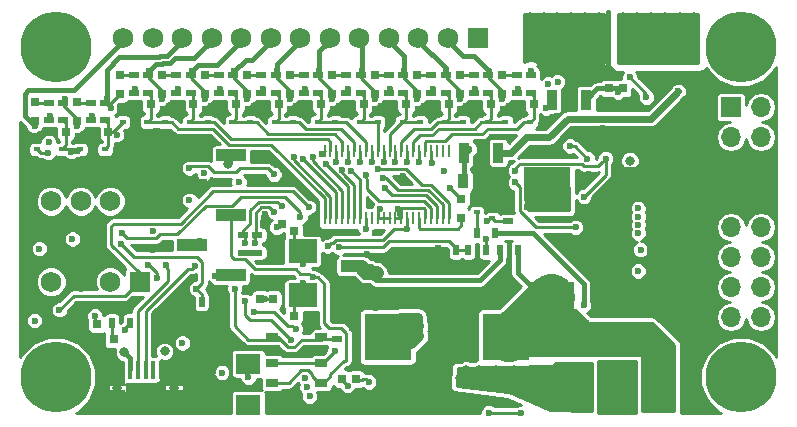
<source format=gtl>
G04 #@! TF.FileFunction,Copper,L1,Top,Signal*
%FSLAX46Y46*%
G04 Gerber Fmt 4.6, Leading zero omitted, Abs format (unit mm)*
G04 Created by KiCad (PCBNEW 4.0.7) date 02/25/18 23:04:30*
%MOMM*%
%LPD*%
G01*
G04 APERTURE LIST*
%ADD10C,0.100000*%
%ADD11R,1.750000X1.750000*%
%ADD12C,1.750000*%
%ADD13C,6.000000*%
%ADD14R,0.800000X0.750000*%
%ADD15R,0.750000X0.800000*%
%ADD16R,1.600000X1.000000*%
%ADD17R,4.000000X2.500000*%
%ADD18R,0.800000X0.800000*%
%ADD19R,0.900000X1.200000*%
%ADD20R,0.600000X0.450000*%
%ADD21R,0.450000X1.380000*%
%ADD22R,1.475000X2.100000*%
%ADD23R,2.375000X1.900000*%
%ADD24R,1.175000X1.900000*%
%ADD25R,0.900000X1.700000*%
%ADD26R,2.100000X1.700000*%
%ADD27R,0.510000X0.400000*%
%ADD28R,0.500000X0.900000*%
%ADD29R,0.900000X0.500000*%
%ADD30R,0.285000X1.100000*%
%ADD31R,2.400000X2.000000*%
%ADD32R,2.510000X1.000000*%
%ADD33R,1.800000X3.600000*%
%ADD34O,1.800000X3.600000*%
%ADD35R,0.450000X1.500000*%
%ADD36O,1.800000X1.100000*%
%ADD37O,2.200000X1.100000*%
%ADD38R,1.050000X0.650000*%
%ADD39R,4.000000X4.000000*%
%ADD40R,1.700000X1.700000*%
%ADD41O,1.700000X1.700000*%
%ADD42C,0.800000*%
%ADD43C,0.600000*%
%ADD44C,0.250000*%
%ADD45C,3.000000*%
%ADD46C,0.400000*%
%ADD47C,0.600000*%
%ADD48C,1.000000*%
%ADD49C,0.800000*%
%ADD50C,4.000000*%
%ADD51C,0.254000*%
G04 APERTURE END LIST*
D10*
D11*
X179200000Y-52800000D03*
D12*
X176700000Y-52800000D03*
X174200000Y-52800000D03*
X171700000Y-52800000D03*
X169200000Y-52800000D03*
X166700000Y-52800000D03*
X164200000Y-52800000D03*
X161700000Y-52800000D03*
X159200000Y-52800000D03*
X156700000Y-52800000D03*
X154200000Y-52800000D03*
X151700000Y-52800000D03*
X149200000Y-52800000D03*
D13*
X201500000Y-81500000D03*
X201500000Y-53500000D03*
X143500000Y-53500000D03*
D14*
X165150000Y-69100000D03*
X163650000Y-69100000D03*
X165150000Y-76300000D03*
X163650000Y-76300000D03*
X161150000Y-68500000D03*
X162650000Y-68500000D03*
D15*
X160800000Y-73400000D03*
X160800000Y-74900000D03*
X161900000Y-73400000D03*
X161900000Y-74900000D03*
D14*
X182450000Y-58400000D03*
X183950000Y-58400000D03*
X178850000Y-58400000D03*
X180350000Y-58400000D03*
X175250000Y-58400000D03*
X176750000Y-58400000D03*
X171650000Y-58400000D03*
X173150000Y-58400000D03*
X168050000Y-58400000D03*
X169550000Y-58400000D03*
X164450000Y-58400000D03*
X165950000Y-58400000D03*
X160850000Y-58400000D03*
X162350000Y-58400000D03*
X157250000Y-58400000D03*
X158750000Y-58400000D03*
X153650000Y-58400000D03*
X155150000Y-58400000D03*
X150050000Y-58400000D03*
X151550000Y-58400000D03*
X146450000Y-60700000D03*
X147950000Y-60700000D03*
X142850000Y-60700000D03*
X144350000Y-60700000D03*
D15*
X191500000Y-58550000D03*
X191500000Y-57050000D03*
X190300000Y-58550000D03*
X190300000Y-57050000D03*
D16*
X168400000Y-72100000D03*
X168400000Y-75100000D03*
D15*
X167700000Y-83150000D03*
X167700000Y-81650000D03*
D17*
X185400000Y-74700000D03*
X191500000Y-74700000D03*
X185100000Y-65000000D03*
X193100000Y-65000000D03*
D15*
X168900000Y-81650000D03*
X168900000Y-83150000D03*
D18*
X147000000Y-77000000D03*
X145400000Y-77000000D03*
X177800000Y-66400000D03*
X177800000Y-68000000D03*
D19*
X178000000Y-64900000D03*
X181300000Y-64900000D03*
D20*
X183650000Y-59900000D03*
X181550000Y-59900000D03*
D18*
X181300000Y-55900000D03*
X181300000Y-57500000D03*
D20*
X180050000Y-59900000D03*
X177950000Y-59900000D03*
D18*
X177700000Y-55900000D03*
X177700000Y-57500000D03*
D20*
X176450000Y-59900000D03*
X174350000Y-59900000D03*
D18*
X174100000Y-55900000D03*
X174100000Y-57500000D03*
D20*
X172850000Y-59900000D03*
X170750000Y-59900000D03*
D18*
X170500000Y-55900000D03*
X170500000Y-57500000D03*
D20*
X169250000Y-59900000D03*
X167150000Y-59900000D03*
D18*
X166900000Y-55900000D03*
X166900000Y-57500000D03*
D20*
X165650000Y-59900000D03*
X163550000Y-59900000D03*
D18*
X163300000Y-55900000D03*
X163300000Y-57500000D03*
D20*
X162050000Y-59900000D03*
X159950000Y-59900000D03*
D18*
X159700000Y-55900000D03*
X159700000Y-57500000D03*
D20*
X158450000Y-59900000D03*
X156350000Y-59900000D03*
D18*
X156100000Y-55900000D03*
X156100000Y-57500000D03*
D20*
X154850000Y-59900000D03*
X152750000Y-59900000D03*
D18*
X152500000Y-55900000D03*
X152500000Y-57500000D03*
D20*
X151250000Y-59900000D03*
X149150000Y-59900000D03*
D18*
X148900000Y-55900000D03*
X148900000Y-57500000D03*
D20*
X147650000Y-62200000D03*
X145550000Y-62200000D03*
D18*
X145300000Y-58200000D03*
X145300000Y-59800000D03*
D20*
X144000000Y-62200000D03*
X141900000Y-62200000D03*
D18*
X141700000Y-58200000D03*
X141700000Y-59800000D03*
D21*
X149800000Y-80840000D03*
X150450000Y-80840000D03*
X151100000Y-80840000D03*
X151750000Y-80840000D03*
X152400000Y-80840000D03*
D22*
X148637500Y-81200000D03*
X153562500Y-81200000D03*
D23*
X148190000Y-83500000D03*
X154010000Y-83500000D03*
D24*
X150260000Y-83500000D03*
X151940000Y-83500000D03*
D11*
X150600000Y-66600000D03*
D12*
X148100000Y-66600000D03*
X145600000Y-66600000D03*
X143100000Y-66600000D03*
D11*
X150600000Y-73400000D03*
D12*
X148100000Y-73400000D03*
X145600000Y-73400000D03*
X143100000Y-73400000D03*
D25*
X180950000Y-62500000D03*
X178050000Y-62500000D03*
X185500000Y-58000000D03*
X188400000Y-58000000D03*
D26*
X159800000Y-80350000D03*
X156000000Y-80350000D03*
X159800000Y-83850000D03*
D27*
X180450000Y-68050000D03*
X180450000Y-67050000D03*
X179150000Y-67550000D03*
D28*
X179150000Y-69300000D03*
X180650000Y-69300000D03*
D29*
X181800000Y-66750000D03*
X181800000Y-68250000D03*
X167300000Y-78250000D03*
X167300000Y-76750000D03*
X160550000Y-70950000D03*
X160550000Y-69450000D03*
X159300000Y-70950000D03*
X159300000Y-69450000D03*
D28*
X177350000Y-70750000D03*
X175850000Y-70750000D03*
D29*
X183700000Y-55950000D03*
X183700000Y-57450000D03*
X182500000Y-55950000D03*
X182500000Y-57450000D03*
X180100000Y-55950000D03*
X180100000Y-57450000D03*
X178900000Y-55950000D03*
X178900000Y-57450000D03*
X176500000Y-55950000D03*
X176500000Y-57450000D03*
X175300000Y-55950000D03*
X175300000Y-57450000D03*
X172900000Y-55950000D03*
X172900000Y-57450000D03*
X171700000Y-55950000D03*
X171700000Y-57450000D03*
X169300000Y-55950000D03*
X169300000Y-57450000D03*
X168100000Y-55950000D03*
X168100000Y-57450000D03*
X165700000Y-55950000D03*
X165700000Y-57450000D03*
X164500000Y-55950000D03*
X164500000Y-57450000D03*
X162100000Y-55950000D03*
X162100000Y-57450000D03*
X160900000Y-55950000D03*
X160900000Y-57450000D03*
X158500000Y-55950000D03*
X158500000Y-57450000D03*
X157300000Y-55950000D03*
X157300000Y-57450000D03*
X154900000Y-55950000D03*
X154900000Y-57450000D03*
X153700000Y-55950000D03*
X153700000Y-57450000D03*
X151300000Y-55950000D03*
X151300000Y-57450000D03*
X150100000Y-55950000D03*
X150100000Y-57450000D03*
X147700000Y-58250000D03*
X147700000Y-59750000D03*
X146500000Y-58250000D03*
X146500000Y-59750000D03*
X144100000Y-58250000D03*
X144100000Y-59750000D03*
X142900000Y-58250000D03*
X142900000Y-59750000D03*
D28*
X182600000Y-70750000D03*
X181100000Y-70750000D03*
X179900000Y-70750000D03*
X178400000Y-70750000D03*
D30*
X176750000Y-62350000D03*
X176250000Y-62350000D03*
X175750000Y-62350000D03*
X175250000Y-62350000D03*
X174750000Y-62350000D03*
X174250000Y-62350000D03*
X173750000Y-62350000D03*
X173250000Y-62350000D03*
X172750000Y-62350000D03*
X172250000Y-62350000D03*
X171750000Y-62350000D03*
X171250000Y-62350000D03*
X170750000Y-62350000D03*
X170250000Y-62350000D03*
X169750000Y-62350000D03*
X169250000Y-62350000D03*
X168750000Y-62350000D03*
X168250000Y-62350000D03*
X167750000Y-62350000D03*
X166250000Y-68050000D03*
X166750000Y-68050000D03*
X167250000Y-68050000D03*
X167750000Y-68050000D03*
X168250000Y-68050000D03*
X168750000Y-68050000D03*
X169250000Y-68050000D03*
X169750000Y-68050000D03*
X170250000Y-68050000D03*
X170750000Y-68050000D03*
X171250000Y-68050000D03*
X171750000Y-68050000D03*
X172250000Y-68050000D03*
X172750000Y-68050000D03*
X173250000Y-68050000D03*
X173750000Y-68050000D03*
X167250000Y-62350000D03*
X166750000Y-62350000D03*
X166250000Y-62350000D03*
X174250000Y-68050000D03*
X174750000Y-68050000D03*
X175250000Y-68050000D03*
X175750000Y-68050000D03*
X176250000Y-68050000D03*
X176750000Y-68050000D03*
D31*
X164400000Y-70850000D03*
X164400000Y-74550000D03*
D32*
X158300000Y-72860000D03*
X158300000Y-67780000D03*
X158300000Y-62700000D03*
X154990000Y-70320000D03*
X154990000Y-65240000D03*
D33*
X194500000Y-82400000D03*
D34*
X191000000Y-82400000D03*
X187500000Y-82400000D03*
D28*
X157350000Y-75100000D03*
X155850000Y-75100000D03*
D13*
X143500000Y-81500000D03*
D35*
X151100000Y-80875000D03*
X151750000Y-80875000D03*
X150450000Y-80875000D03*
X152400000Y-80875000D03*
X149800000Y-80875000D03*
D36*
X148300000Y-80625000D03*
X153900000Y-80625000D03*
D37*
X151100000Y-82775000D03*
D38*
X161825000Y-82000000D03*
X165975000Y-82000000D03*
X161825000Y-84150000D03*
X165975000Y-84150000D03*
X161825000Y-78125000D03*
X165975000Y-78125000D03*
X161825000Y-80275000D03*
X165975000Y-80275000D03*
D39*
X181600000Y-78100000D03*
X171600000Y-78100000D03*
D18*
X148400000Y-78300000D03*
X146800000Y-78300000D03*
D28*
X148250000Y-76900000D03*
X149750000Y-76900000D03*
D40*
X200660000Y-58640000D03*
D41*
X203200000Y-58640000D03*
X200660000Y-61180000D03*
X203200000Y-61180000D03*
X200660000Y-63720000D03*
X203200000Y-63720000D03*
X200660000Y-66260000D03*
X203200000Y-66260000D03*
X200660000Y-68800000D03*
X203200000Y-68800000D03*
X200660000Y-71340000D03*
X203200000Y-71340000D03*
X200660000Y-73880000D03*
X203200000Y-73880000D03*
X200660000Y-76420000D03*
X203200000Y-76420000D03*
D42*
X148700000Y-82400000D03*
X153500000Y-82400000D03*
D43*
X170500000Y-69259999D03*
X170201971Y-66798029D03*
X146000000Y-64300000D03*
X172900000Y-64500000D03*
X173600000Y-72150000D03*
X170600000Y-75600000D03*
X162400000Y-84200000D03*
X188600000Y-64300000D03*
D42*
X152500000Y-77600000D03*
X151100000Y-83900000D03*
D43*
X194600000Y-70500000D03*
D42*
X154200000Y-64600000D03*
X183600000Y-53300000D03*
X183600000Y-52200000D03*
X183600000Y-51000000D03*
X184800000Y-51000000D03*
X184800000Y-52200000D03*
X184800000Y-53300000D03*
X184800000Y-54500000D03*
X185900000Y-54500000D03*
X185900000Y-53300000D03*
X185900000Y-52200000D03*
X185900000Y-51000000D03*
X187100000Y-51000000D03*
X187100000Y-52200000D03*
X187100000Y-53300000D03*
X187100000Y-54500000D03*
X188300000Y-54500000D03*
X188300000Y-53300000D03*
X188300000Y-52200000D03*
X188300000Y-51000000D03*
X189500000Y-51000000D03*
X189500000Y-52200000D03*
X189500000Y-53300000D03*
X189500000Y-54500000D03*
D43*
X179200000Y-65700000D03*
X179900000Y-65700000D03*
X180600000Y-65500000D03*
X180800000Y-64200000D03*
X144800000Y-76900000D03*
X193100000Y-65900000D03*
X193200000Y-64700000D03*
X194600000Y-73400000D03*
X194600000Y-72800000D03*
X190300000Y-68200000D03*
X195200000Y-64600000D03*
X193200000Y-65300000D03*
X193200000Y-64100000D03*
X194800000Y-72200000D03*
X194900000Y-71600000D03*
X194600000Y-71100000D03*
X189800000Y-60400000D03*
X185900000Y-59350002D03*
X189700000Y-56000000D03*
X189900000Y-58700000D03*
X193400000Y-56100000D03*
X174250000Y-71500000D03*
X174250000Y-72150000D03*
X172300000Y-71500000D03*
X181100000Y-67000000D03*
X175249998Y-70750000D03*
X172950000Y-71500000D03*
X173600000Y-71500000D03*
X172950000Y-72150000D03*
X172300000Y-72150000D03*
X181300000Y-83875000D03*
X155300000Y-79500000D03*
X180800000Y-64850000D03*
X161216522Y-67701725D03*
X161200000Y-73400000D03*
X165600000Y-69100000D03*
X165600000Y-76300000D03*
X168900000Y-82950000D03*
X170000000Y-82950000D03*
X170792801Y-82743199D03*
X174500000Y-81900000D03*
X168717896Y-75877422D03*
X169800000Y-71099998D03*
X168600000Y-77300000D03*
D42*
X152700000Y-83600000D03*
X149400000Y-83600000D03*
D43*
X151700000Y-70700000D03*
X141730806Y-61049998D03*
X145339754Y-61049998D03*
X148939754Y-58749998D03*
X181339754Y-58749999D03*
X177739754Y-58749998D03*
X174139754Y-58749998D03*
X170539754Y-58749998D03*
X166939754Y-58749999D03*
X163339754Y-58749999D03*
X159739754Y-58749999D03*
X156139754Y-58749998D03*
X152539754Y-58749998D03*
D42*
X149300000Y-79400000D03*
D43*
X164400000Y-71900000D03*
X168200000Y-82200000D03*
X167100000Y-79300000D03*
D42*
X192100000Y-63159998D03*
D43*
X141700000Y-76700000D03*
X144900000Y-69800000D03*
D42*
X152700000Y-79300000D03*
D43*
X192800000Y-69300000D03*
X192800000Y-68600000D03*
X192800000Y-67900000D03*
X193000000Y-70700000D03*
X192800000Y-72500000D03*
X192800000Y-67200000D03*
X185000000Y-58700000D03*
X156050000Y-64239998D03*
X159000000Y-64953352D03*
X179900000Y-69799998D03*
X159900000Y-71000000D03*
X162200000Y-68800000D03*
X161200000Y-74900000D03*
X168900000Y-81700000D03*
X170000000Y-81900000D03*
X154200000Y-78600000D03*
X157550002Y-81100000D03*
D42*
X158100000Y-63425038D03*
D43*
X142100000Y-70600000D03*
X151700000Y-69100000D03*
X164400000Y-73500000D03*
X170950000Y-67250000D03*
X175350000Y-63400000D03*
X148651930Y-60984124D03*
X164446381Y-63026118D03*
X144800000Y-62400000D03*
X166370279Y-63429721D03*
X196200000Y-57300000D03*
D42*
X197500000Y-51000000D03*
X196300000Y-51000000D03*
X195100000Y-51000000D03*
X193900000Y-51000000D03*
X191500000Y-51000000D03*
X192700000Y-51000000D03*
X197500000Y-52100000D03*
X196300000Y-52100000D03*
X195100000Y-52100000D03*
X193900000Y-52100000D03*
X191500000Y-52100000D03*
X192700000Y-52100000D03*
X197500000Y-53300000D03*
X196300000Y-53300000D03*
X195100000Y-53300000D03*
X193900000Y-53300000D03*
X191500000Y-53300000D03*
X192700000Y-53300000D03*
X197500000Y-54500000D03*
X196300000Y-54500000D03*
X195100000Y-54500000D03*
X193900000Y-54500000D03*
X192700000Y-54500000D03*
X191500000Y-54500000D03*
D43*
X191100000Y-57349998D03*
X192099998Y-56100000D03*
X193500000Y-57800000D03*
X170800000Y-72700000D03*
X169900000Y-72549999D03*
X188200000Y-75400000D03*
X146800000Y-76300000D03*
X176900000Y-65500000D03*
X178500000Y-62200000D03*
X181300000Y-57900000D03*
X180200000Y-55600000D03*
X177700000Y-57900000D03*
X176500000Y-55600000D03*
X174100000Y-57900000D03*
X173000000Y-55600000D03*
X170478442Y-57929416D03*
X169400000Y-55600000D03*
X166900000Y-57900000D03*
X165800000Y-55600000D03*
X163300000Y-57900000D03*
X162200000Y-55600000D03*
X159700000Y-57900000D03*
X158600000Y-55600000D03*
X155000000Y-55600000D03*
X156100000Y-57900000D03*
X151400000Y-55600000D03*
X152500000Y-57900000D03*
X148141573Y-58696052D03*
X147800000Y-57900000D03*
X144300000Y-57900000D03*
X145300000Y-60200000D03*
X142850002Y-62500000D03*
X168502850Y-64008557D03*
X141700000Y-60200000D03*
X171800000Y-77200000D03*
X172600000Y-76400000D03*
X174200000Y-76400000D03*
X173400000Y-77200000D03*
X173400000Y-76400000D03*
X174200000Y-78000000D03*
X174200000Y-77200000D03*
X172600000Y-77200000D03*
X171800000Y-78000000D03*
X172600000Y-78000000D03*
X173400000Y-78000000D03*
X152799998Y-72000000D03*
X155258058Y-72075000D03*
X155660000Y-69924001D03*
X165250000Y-73049998D03*
X157000000Y-72900000D03*
X151300000Y-71990001D03*
X152100000Y-73100000D03*
X183700000Y-55600000D03*
X159800000Y-81500000D03*
X174250001Y-63249565D03*
X182600000Y-57100000D03*
X173249999Y-63249564D03*
X179000000Y-57100000D03*
X172250001Y-63249565D03*
X175400000Y-57100000D03*
X171250001Y-63249565D03*
X171800000Y-57100000D03*
X170250001Y-63249564D03*
X168200000Y-57100000D03*
X169250001Y-63249565D03*
X164600000Y-57100000D03*
X168250001Y-63249564D03*
X161000000Y-57100000D03*
X167250001Y-63249564D03*
X157375000Y-57100000D03*
X166000000Y-62600000D03*
X153800000Y-57100000D03*
X163641927Y-62858073D03*
X150200000Y-57100000D03*
X165226762Y-62850030D03*
X146575000Y-59400000D03*
X142900000Y-61600000D03*
X167696952Y-63913067D03*
X143000000Y-59400000D03*
X182900000Y-84550000D03*
X180150000Y-84500000D03*
X158650000Y-74000000D03*
X161974212Y-67478097D03*
X185200000Y-56649998D03*
X160250000Y-76000000D03*
X163800000Y-77450000D03*
X160350003Y-70150000D03*
X162615598Y-67016873D03*
X185982244Y-56482377D03*
X159550000Y-75050000D03*
X163395800Y-78304685D03*
X159550000Y-70150000D03*
X169765462Y-64402260D03*
X171341193Y-65443351D03*
X171200000Y-64600000D03*
X170739807Y-63869397D03*
X154800000Y-63800000D03*
X154800000Y-66500000D03*
X161971648Y-64328352D03*
D42*
X178700000Y-81600000D03*
D43*
X186600000Y-67100000D03*
X185800000Y-67100000D03*
X185000000Y-67100000D03*
X184200000Y-67100000D03*
X184200000Y-66300000D03*
X183400000Y-67100000D03*
X183400000Y-66300000D03*
D42*
X182300000Y-80900000D03*
X181550000Y-81300000D03*
X180800000Y-80900000D03*
X180050000Y-81300000D03*
X179300000Y-80900000D03*
X178200000Y-80900000D03*
X177700000Y-81600000D03*
D43*
X164741131Y-82348017D03*
X164572761Y-81543237D03*
X164978352Y-83124980D03*
X167500000Y-70500000D03*
X149324000Y-77515000D03*
X180000000Y-68300000D03*
X166500000Y-70400000D03*
X173249999Y-68935105D03*
X182400000Y-64000000D03*
X190050000Y-63000000D03*
X188200000Y-66200000D03*
X164900000Y-67100000D03*
X143800000Y-75800000D03*
X172500000Y-67250000D03*
X149134990Y-69300000D03*
X182400000Y-65000000D03*
X164200000Y-67900000D03*
X187500000Y-68800000D03*
X187020674Y-61920674D03*
X188500000Y-63000000D03*
X149000000Y-70200000D03*
X155400000Y-74000000D03*
X169750000Y-68935106D03*
X176400000Y-64050000D03*
D44*
X157350000Y-75100000D02*
X157350000Y-75800000D01*
X157350000Y-75800000D02*
X155550000Y-77600000D01*
X155550000Y-77600000D02*
X153065685Y-77600000D01*
X153065685Y-77600000D02*
X152500000Y-77600000D01*
X165975000Y-84150000D02*
X165975000Y-83575000D01*
X165975000Y-83575000D02*
X166400000Y-83150000D01*
X166400000Y-83150000D02*
X167675000Y-83150000D01*
X167675000Y-83150000D02*
X168300000Y-83150000D01*
X161825000Y-84150000D02*
X162350000Y-84150000D01*
X162350000Y-84150000D02*
X162400000Y-84200000D01*
X151940000Y-83500000D02*
X151100000Y-83500000D01*
X151100000Y-83500000D02*
X150260000Y-83500000D01*
D45*
X195000001Y-66439999D02*
X195000001Y-70800000D01*
X195000001Y-70800000D02*
X195000001Y-73260001D01*
D44*
X194600000Y-70500000D02*
X194899999Y-70799999D01*
X194899999Y-70799999D02*
X195000000Y-70799999D01*
X195000000Y-70799999D02*
X195000001Y-70800000D01*
X154990000Y-65240000D02*
X154840000Y-65240000D01*
X154840000Y-65240000D02*
X154200000Y-64600000D01*
X183600000Y-51000000D02*
X183600000Y-52200000D01*
X184800000Y-52200000D02*
X184800000Y-51000000D01*
X184800000Y-54500000D02*
X184800000Y-53300000D01*
X185900000Y-53300000D02*
X185900000Y-54500000D01*
X185900000Y-51000000D02*
X185900000Y-52200000D01*
X187100000Y-52200000D02*
X187100000Y-51000000D01*
X187100000Y-54500000D02*
X187100000Y-53300000D01*
X188300000Y-53300000D02*
X188300000Y-54500000D01*
X188300000Y-51000000D02*
X188300000Y-52200000D01*
X189500000Y-52200000D02*
X189500000Y-51000000D01*
X189500000Y-54500000D02*
X189500000Y-53300000D01*
X145400000Y-77000000D02*
X144900000Y-77000000D01*
X144900000Y-77000000D02*
X144800000Y-76900000D01*
D45*
X193100000Y-65000000D02*
X193560002Y-65000000D01*
X193560002Y-65000000D02*
X195000001Y-66439999D01*
X195000001Y-73260001D02*
X193560002Y-74700000D01*
X193560002Y-74700000D02*
X191500000Y-74700000D01*
D44*
X190300000Y-58550000D02*
X190050000Y-58550000D01*
X190050000Y-58550000D02*
X189900000Y-58700000D01*
X191500000Y-58550000D02*
X190300000Y-58550000D01*
X181100000Y-66900000D02*
X181650000Y-66900000D01*
X181650000Y-66900000D02*
X181800000Y-66750000D01*
X180450000Y-67050000D02*
X180950000Y-67050000D01*
X180950000Y-67050000D02*
X181100000Y-66900000D01*
X175850000Y-70750000D02*
X175249998Y-70750000D01*
X155300000Y-79500000D02*
X155300000Y-79650000D01*
X155300000Y-79650000D02*
X156000000Y-80350000D01*
D46*
X181300000Y-64900000D02*
X180850000Y-64900000D01*
X180850000Y-64900000D02*
X180800000Y-64850000D01*
D44*
X161216522Y-67701725D02*
X161216522Y-68433478D01*
X161216522Y-68433478D02*
X161150000Y-68500000D01*
X161900000Y-73400000D02*
X161200000Y-73400000D01*
X160800000Y-73400000D02*
X161200000Y-73400000D01*
X165150000Y-69100000D02*
X165600000Y-69100000D01*
X165150000Y-76300000D02*
X165600000Y-76300000D01*
X167300000Y-76750000D02*
X168050000Y-76750000D01*
X168050000Y-76750000D02*
X168600000Y-77300000D01*
X168900000Y-83200000D02*
X169450000Y-83200000D01*
X169450000Y-83200000D02*
X169500000Y-83150000D01*
X168300000Y-83150000D02*
X168850000Y-83150000D01*
X168850000Y-83150000D02*
X168900000Y-83200000D01*
X169500000Y-83150000D02*
X169850000Y-83150000D01*
X169850000Y-83150000D02*
X170000000Y-83000000D01*
X169100000Y-75100000D02*
X169100000Y-75495318D01*
X169100000Y-75495318D02*
X168717896Y-75877422D01*
X148637500Y-81200000D02*
X148524998Y-81200000D01*
X154700000Y-80600000D02*
X154162500Y-80600000D01*
X154162500Y-80600000D02*
X153562500Y-81200000D01*
X156000000Y-80350000D02*
X154950000Y-80350000D01*
X154950000Y-80350000D02*
X154700000Y-80600000D01*
X152400000Y-80840000D02*
X153202500Y-80840000D01*
X153202500Y-80840000D02*
X153562500Y-81200000D01*
X153562500Y-81200000D02*
X153562500Y-83052500D01*
X153562500Y-83052500D02*
X154010000Y-83500000D01*
X150260000Y-83500000D02*
X149500000Y-83500000D01*
X149500000Y-83500000D02*
X149400000Y-83600000D01*
X154010000Y-83500000D02*
X152800000Y-83500000D01*
X152800000Y-83500000D02*
X152700000Y-83600000D01*
X151940000Y-83500000D02*
X152600000Y-83500000D01*
X152600000Y-83500000D02*
X152700000Y-83600000D01*
X148637500Y-81200000D02*
X148637500Y-83052500D01*
X148637500Y-83052500D02*
X148190000Y-83500000D01*
X149400000Y-83600000D02*
X148290000Y-83600000D01*
X148290000Y-83600000D02*
X148190000Y-83500000D01*
X142850000Y-60700000D02*
X142080804Y-60700000D01*
X142080804Y-60700000D02*
X141730806Y-61049998D01*
X146450000Y-60700000D02*
X145689752Y-60700000D01*
X145689752Y-60700000D02*
X145339754Y-61049998D01*
X150050000Y-58400000D02*
X149289752Y-58400000D01*
X149289752Y-58400000D02*
X148939754Y-58749998D01*
X182450000Y-58400000D02*
X181689753Y-58400000D01*
X181689753Y-58400000D02*
X181339754Y-58749999D01*
X178850000Y-58400000D02*
X178089752Y-58400000D01*
X178089752Y-58400000D02*
X177739754Y-58749998D01*
X175250000Y-58400000D02*
X174489752Y-58400000D01*
X174489752Y-58400000D02*
X174139754Y-58749998D01*
X171650000Y-58400000D02*
X170889752Y-58400000D01*
X170889752Y-58400000D02*
X170539754Y-58749998D01*
X168050000Y-58400000D02*
X167289753Y-58400000D01*
X167289753Y-58400000D02*
X166939754Y-58749999D01*
X164450000Y-58400000D02*
X163689753Y-58400000D01*
X163689753Y-58400000D02*
X163339754Y-58749999D01*
X160850000Y-58400000D02*
X160089753Y-58400000D01*
X160089753Y-58400000D02*
X159739754Y-58749999D01*
X157250000Y-58400000D02*
X156489752Y-58400000D01*
X156489752Y-58400000D02*
X156139754Y-58749998D01*
X153650000Y-58400000D02*
X152889752Y-58400000D01*
X152889752Y-58400000D02*
X152539754Y-58749998D01*
D46*
X149800000Y-80840000D02*
X149800000Y-79900000D01*
X149800000Y-79900000D02*
X149300000Y-79400000D01*
D44*
X163650000Y-69100000D02*
X163650000Y-70100000D01*
X163650000Y-70100000D02*
X164400000Y-70850000D01*
X164400000Y-71900000D02*
X164400000Y-70850000D01*
X167700000Y-81650000D02*
X167700000Y-81700000D01*
X167700000Y-81700000D02*
X168200000Y-82200000D01*
X165975000Y-80275000D02*
X166125000Y-80275000D01*
X166125000Y-80275000D02*
X167100000Y-79300000D01*
X161825000Y-80275000D02*
X165975000Y-80275000D01*
X185500000Y-58000000D02*
X185500000Y-58200000D01*
X185500000Y-58200000D02*
X185000000Y-58700000D01*
X179900000Y-70750000D02*
X179900000Y-69799998D01*
X159900000Y-71000000D02*
X160500000Y-71000000D01*
X160500000Y-71000000D02*
X160550000Y-70950000D01*
X159300000Y-70950000D02*
X159850000Y-70950000D01*
X159850000Y-70950000D02*
X159900000Y-71000000D01*
X162200000Y-68800000D02*
X162350000Y-68800000D01*
X162350000Y-68800000D02*
X162650000Y-68500000D01*
X160800000Y-74900000D02*
X161200000Y-74900000D01*
X161900000Y-74900000D02*
X161200000Y-74900000D01*
X168900000Y-81700000D02*
X169450000Y-81700000D01*
X169450000Y-81700000D02*
X169500000Y-81650000D01*
X168850000Y-81650000D02*
X168900000Y-81700000D01*
X169500000Y-81650000D02*
X169750000Y-81650000D01*
X169750000Y-81650000D02*
X170000000Y-81900000D01*
X158200000Y-63425038D02*
X158100000Y-63425038D01*
X158300000Y-62700000D02*
X158300000Y-63325038D01*
X158300000Y-63325038D02*
X158200000Y-63425038D01*
X163650000Y-76300000D02*
X163650000Y-75300000D01*
X163650000Y-75300000D02*
X164400000Y-74550000D01*
X164400000Y-73500000D02*
X164400000Y-74550000D01*
X170750000Y-68050000D02*
X170750000Y-67450000D01*
X170750000Y-67450000D02*
X170950000Y-67250000D01*
X171250000Y-68050000D02*
X171750000Y-68050000D01*
X170750000Y-68050000D02*
X171250000Y-68050000D01*
X175250000Y-62350000D02*
X175250000Y-63300000D01*
X175250000Y-63300000D02*
X175350000Y-63400000D01*
X174750000Y-62350000D02*
X174750000Y-61572498D01*
X176999989Y-60900011D02*
X179599989Y-60900011D01*
X174750000Y-61572498D02*
X174847499Y-61474999D01*
X174847499Y-61474999D02*
X176425001Y-61474999D01*
X176425001Y-61474999D02*
X176999989Y-60900011D01*
X179599989Y-60900011D02*
X180049999Y-60450001D01*
X183100000Y-59900000D02*
X183650000Y-59900000D01*
X180049999Y-60450001D02*
X182549999Y-60450001D01*
X182549999Y-60450001D02*
X183100000Y-59900000D01*
X183950000Y-58400000D02*
X183950000Y-59600000D01*
X183950000Y-59600000D02*
X183650000Y-59900000D01*
X183950000Y-58400000D02*
X183950000Y-57700000D01*
X183950000Y-57700000D02*
X183700000Y-57450000D01*
X173750000Y-62350000D02*
X173750000Y-61572498D01*
X173750000Y-61572498D02*
X174297509Y-61024989D01*
X174297509Y-61024989D02*
X175375011Y-61024989D01*
X175375011Y-61024989D02*
X175949999Y-60450001D01*
X175949999Y-60450001D02*
X178949999Y-60450001D01*
X178949999Y-60450001D02*
X179500000Y-59900000D01*
X179500000Y-59900000D02*
X180050000Y-59900000D01*
X180050000Y-59900000D02*
X181550000Y-59900000D01*
X180350000Y-58400000D02*
X180350000Y-59600000D01*
X180350000Y-59600000D02*
X180050000Y-59900000D01*
X180350000Y-58400000D02*
X180350000Y-57700000D01*
X180350000Y-57700000D02*
X180100000Y-57450000D01*
X172750000Y-62350000D02*
X172750000Y-61572498D01*
X172750000Y-61572498D02*
X173822498Y-60500000D01*
X173822498Y-60500000D02*
X175263590Y-60500000D01*
X175263590Y-60500000D02*
X175863590Y-59900000D01*
X175863590Y-59900000D02*
X175900000Y-59900000D01*
X175900000Y-59900000D02*
X176450000Y-59900000D01*
X176450000Y-59900000D02*
X177950000Y-59900000D01*
X176750000Y-58400000D02*
X176750000Y-59600000D01*
X176750000Y-59600000D02*
X176450000Y-59900000D01*
X176750000Y-58400000D02*
X176750000Y-57700000D01*
X176750000Y-57700000D02*
X176500000Y-57450000D01*
X171750000Y-62350000D02*
X171750000Y-60925000D01*
X171750000Y-60925000D02*
X172775000Y-59900000D01*
X172775000Y-59900000D02*
X172850000Y-59900000D01*
X172850000Y-59900000D02*
X174350000Y-59900000D01*
X173150000Y-58400000D02*
X173150000Y-59600000D01*
X173150000Y-59600000D02*
X172850000Y-59900000D01*
X173150000Y-58400000D02*
X173150000Y-57700000D01*
X173150000Y-57700000D02*
X172900000Y-57450000D01*
X170750000Y-62350000D02*
X170750000Y-59900000D01*
X169250000Y-59900000D02*
X170750000Y-59900000D01*
X169550000Y-58400000D02*
X169550000Y-59600000D01*
X169550000Y-59600000D02*
X169250000Y-59900000D01*
X169550000Y-58400000D02*
X169550000Y-57700000D01*
X169550000Y-57700000D02*
X169300000Y-57450000D01*
X169750000Y-62350000D02*
X169750000Y-61572498D01*
X169750000Y-61572498D02*
X168077502Y-59900000D01*
X168077502Y-59900000D02*
X167700000Y-59900000D01*
X167700000Y-59900000D02*
X167150000Y-59900000D01*
X165650000Y-59900000D02*
X167150000Y-59900000D01*
X165950000Y-58400000D02*
X165950000Y-57700000D01*
X165950000Y-57700000D02*
X165700000Y-57450000D01*
X165950000Y-58400000D02*
X165950000Y-59600000D01*
X165950000Y-59600000D02*
X165650000Y-59900000D01*
X168750000Y-62350000D02*
X168750000Y-61550000D01*
X168750000Y-61550000D02*
X167650001Y-60450001D01*
X167650001Y-60450001D02*
X164650001Y-60450001D01*
X164650001Y-60450001D02*
X164100000Y-59900000D01*
X164100000Y-59900000D02*
X163550000Y-59900000D01*
X162050000Y-59900000D02*
X163550000Y-59900000D01*
X162350000Y-58400000D02*
X162350000Y-59600000D01*
X162350000Y-59600000D02*
X162050000Y-59900000D01*
X162350000Y-58400000D02*
X162350000Y-57700000D01*
X162350000Y-57700000D02*
X162100000Y-57450000D01*
X167750000Y-62350000D02*
X167750000Y-61550000D01*
X167750000Y-61550000D02*
X167100011Y-60900011D01*
X167100011Y-60900011D02*
X161500011Y-60900011D01*
X161500011Y-60900011D02*
X160500000Y-59900000D01*
X160500000Y-59900000D02*
X159950000Y-59900000D01*
X158450000Y-59900000D02*
X159950000Y-59900000D01*
X158750000Y-58400000D02*
X158750000Y-57700000D01*
X158750000Y-57700000D02*
X158500000Y-57450000D01*
X158750000Y-58400000D02*
X158750000Y-59600000D01*
X158750000Y-59600000D02*
X158450000Y-59900000D01*
X166750000Y-62350000D02*
X166750000Y-61572498D01*
X166750000Y-61572498D02*
X166527523Y-61350021D01*
X166527523Y-61350021D02*
X158350021Y-61350021D01*
X158350021Y-61350021D02*
X156900000Y-59900000D01*
X156900000Y-59900000D02*
X156350000Y-59900000D01*
X154850000Y-59900000D02*
X156350000Y-59900000D01*
X155150000Y-58400000D02*
X155150000Y-59600000D01*
X155150000Y-59600000D02*
X154850000Y-59900000D01*
X155150000Y-58400000D02*
X155150000Y-57700000D01*
X155150000Y-57700000D02*
X154900000Y-57450000D01*
X166250000Y-66350031D02*
X161699999Y-61800030D01*
X161699999Y-61800030D02*
X158163620Y-61800030D01*
X166250000Y-68050000D02*
X166250000Y-66350031D01*
X156813591Y-60450001D02*
X153850001Y-60450001D01*
X153850001Y-60450001D02*
X153300000Y-59900000D01*
X153300000Y-59900000D02*
X152750000Y-59900000D01*
X158163620Y-61800030D02*
X156813591Y-60450001D01*
X151250000Y-59900000D02*
X152750000Y-59900000D01*
X151550000Y-58400000D02*
X151550000Y-59600000D01*
X151550000Y-59600000D02*
X151250000Y-59900000D01*
X151550000Y-58400000D02*
X151550000Y-57700000D01*
X151550000Y-57700000D02*
X151300000Y-57450000D01*
X148651930Y-60984124D02*
X148367806Y-60700000D01*
X148367806Y-60700000D02*
X148350000Y-60700000D01*
X167250000Y-68050000D02*
X167250000Y-65829737D01*
X167250000Y-65829737D02*
X164446381Y-63026118D01*
X147950000Y-60700000D02*
X148350000Y-60700000D01*
X148350000Y-60700000D02*
X149150000Y-59900000D01*
X147950000Y-60700000D02*
X147950000Y-61900000D01*
X147950000Y-61900000D02*
X147650000Y-62200000D01*
X147950000Y-60700000D02*
X147950000Y-60000000D01*
X147950000Y-60000000D02*
X147700000Y-59750000D01*
X144800000Y-62400000D02*
X145350000Y-62400000D01*
X145350000Y-62400000D02*
X145550000Y-62200000D01*
X167827199Y-64900019D02*
X167563591Y-64636411D01*
X167563591Y-64636411D02*
X167536411Y-64636411D01*
X167536411Y-64636411D02*
X166300000Y-63400000D01*
X168250000Y-65322820D02*
X167827199Y-64900019D01*
X168250000Y-68050000D02*
X168250000Y-65322820D01*
X144000000Y-62200000D02*
X145550000Y-62200000D01*
X144350000Y-60700000D02*
X144350000Y-60000000D01*
X144350000Y-60000000D02*
X144100000Y-59750000D01*
X144350000Y-60700000D02*
X144350000Y-61850000D01*
X144350000Y-61850000D02*
X144000000Y-62200000D01*
D47*
X186834005Y-59599999D02*
X193900001Y-59599999D01*
X193900001Y-59599999D02*
X196200000Y-57300000D01*
X185234004Y-61200000D02*
X186834005Y-59599999D01*
X183300000Y-61200000D02*
X185234004Y-61200000D01*
X180950000Y-62500000D02*
X182000000Y-62500000D01*
X182000000Y-62500000D02*
X183300000Y-61200000D01*
X191500000Y-54500000D02*
X192600000Y-54500000D01*
D44*
X191500000Y-57050000D02*
X191399998Y-57050000D01*
X191399998Y-57050000D02*
X191100000Y-57349998D01*
D46*
X190300000Y-57050000D02*
X191500000Y-57050000D01*
X188400000Y-58000000D02*
X189350000Y-57050000D01*
X189350000Y-57050000D02*
X190300000Y-57050000D01*
D44*
X193500000Y-57800000D02*
X193500000Y-57500002D01*
X193500000Y-57500002D02*
X192099998Y-56100000D01*
D46*
X181100000Y-70750000D02*
X181100000Y-71600000D01*
X181100000Y-71600000D02*
X179400000Y-73300000D01*
X179400000Y-73300000D02*
X170600000Y-73300000D01*
X170600000Y-73300000D02*
X170300000Y-73000000D01*
X170300000Y-73000000D02*
X169600000Y-73000000D01*
X169600000Y-73000000D02*
X168700000Y-72100000D01*
X168700000Y-72100000D02*
X168400000Y-72100000D01*
D48*
X169900000Y-72549999D02*
X170649999Y-72549999D01*
X170649999Y-72549999D02*
X170800000Y-72700000D01*
X168400000Y-72100000D02*
X169450001Y-72100000D01*
X169450001Y-72100000D02*
X169900000Y-72549999D01*
D46*
X170200000Y-72100000D02*
X169100000Y-72100000D01*
X169100000Y-72100000D02*
X169100000Y-72274426D01*
D44*
X169900000Y-72549999D02*
X169900000Y-72674426D01*
D46*
X188200000Y-75400000D02*
X188200000Y-73600000D01*
X188200000Y-73600000D02*
X183900000Y-69300000D01*
X183900000Y-69300000D02*
X180650000Y-69300000D01*
D44*
X146800000Y-76300000D02*
X146800000Y-76800000D01*
X146800000Y-76800000D02*
X147000000Y-77000000D01*
X176900000Y-65500000D02*
X177800000Y-66400000D01*
X174250000Y-68050000D02*
X174250000Y-68827502D01*
X174250000Y-68827502D02*
X174347499Y-68925001D01*
X174347499Y-68925001D02*
X177524999Y-68925001D01*
X177524999Y-68925001D02*
X177800000Y-68650000D01*
X177800000Y-68650000D02*
X177800000Y-68000000D01*
D46*
X178050000Y-62500000D02*
X178250000Y-62500000D01*
X178250000Y-62500000D02*
X178500000Y-62250000D01*
X178050000Y-62500000D02*
X178050000Y-64850000D01*
X178050000Y-64850000D02*
X178000000Y-64900000D01*
D44*
X182500000Y-55950000D02*
X181350000Y-55950000D01*
X181350000Y-55950000D02*
X181300000Y-55900000D01*
X181300000Y-57500000D02*
X181300000Y-57900000D01*
D46*
X180200000Y-55600000D02*
X178875001Y-54275001D01*
X178875001Y-54275001D02*
X177975001Y-54275001D01*
X177975001Y-54275001D02*
X177574999Y-53874999D01*
X177574999Y-53874999D02*
X176700000Y-53000000D01*
D44*
X180200000Y-55600000D02*
X180200000Y-55850000D01*
X180200000Y-55850000D02*
X180100000Y-55950000D01*
X180100000Y-55950000D02*
X180100000Y-56085002D01*
X180100000Y-56085002D02*
X181300000Y-57285002D01*
X181300000Y-57285002D02*
X181300000Y-57500000D01*
X178900000Y-55950000D02*
X177750000Y-55950000D01*
X177750000Y-55950000D02*
X177700000Y-55900000D01*
X177700000Y-57500000D02*
X177700000Y-57900000D01*
D46*
X176500000Y-55600000D02*
X176500000Y-55300000D01*
X176500000Y-55300000D02*
X174200000Y-53000000D01*
D44*
X176500000Y-55600000D02*
X176500000Y-55950000D01*
X176500000Y-55950000D02*
X176500000Y-56085002D01*
X176500000Y-56085002D02*
X177700000Y-57285002D01*
X177700000Y-57285002D02*
X177700000Y-57500000D01*
X175300000Y-55950000D02*
X174150000Y-55950000D01*
X174150000Y-55950000D02*
X174100000Y-55900000D01*
X174100000Y-57500000D02*
X174100000Y-57900000D01*
D46*
X173000000Y-55600000D02*
X173000000Y-54300000D01*
X173000000Y-54300000D02*
X171700000Y-53000000D01*
D44*
X173000000Y-55600000D02*
X173000000Y-55850000D01*
X173000000Y-55850000D02*
X172900000Y-55950000D01*
X172900000Y-55950000D02*
X172900000Y-56085002D01*
X172900000Y-56085002D02*
X174100000Y-57285002D01*
X174100000Y-57285002D02*
X174100000Y-57500000D01*
X171700000Y-55950000D02*
X170550000Y-55950000D01*
X170550000Y-55950000D02*
X170500000Y-55900000D01*
X170500000Y-57500000D02*
X170500000Y-57907858D01*
X170500000Y-57907858D02*
X170478442Y-57929416D01*
D46*
X169400000Y-55600000D02*
X169400000Y-53200000D01*
X169400000Y-53200000D02*
X169200000Y-53000000D01*
D44*
X169400000Y-55600000D02*
X169400000Y-55850000D01*
X169400000Y-55850000D02*
X169300000Y-55950000D01*
X169300000Y-55950000D02*
X169300000Y-56164998D01*
X169300000Y-56164998D02*
X170500000Y-57364998D01*
X170500000Y-57364998D02*
X170500000Y-57500000D01*
X168100000Y-55950000D02*
X166950000Y-55950000D01*
X166950000Y-55950000D02*
X166900000Y-55900000D01*
X166900000Y-57500000D02*
X166900000Y-57900000D01*
D46*
X165800000Y-55600000D02*
X165800000Y-53900000D01*
X165800000Y-53900000D02*
X166700000Y-53000000D01*
D44*
X165800000Y-55600000D02*
X165800000Y-55850000D01*
X165800000Y-55850000D02*
X165700000Y-55950000D01*
X165700000Y-55950000D02*
X165700000Y-56085002D01*
X165700000Y-56085002D02*
X166900000Y-57285002D01*
X166900000Y-57285002D02*
X166900000Y-57500000D01*
X164500000Y-55950000D02*
X163350000Y-55950000D01*
X163350000Y-55950000D02*
X163300000Y-55900000D01*
X163300000Y-57500000D02*
X163300000Y-57900000D01*
D46*
X162200000Y-55600000D02*
X162200000Y-55000000D01*
X162200000Y-55000000D02*
X164200000Y-53000000D01*
D44*
X162200000Y-55600000D02*
X162200000Y-55850000D01*
X162200000Y-55850000D02*
X162100000Y-55950000D01*
X162100000Y-55950000D02*
X162100000Y-56085002D01*
X162100000Y-56085002D02*
X163300000Y-57285002D01*
X163300000Y-57285002D02*
X163300000Y-57500000D01*
X160900000Y-55950000D02*
X159750000Y-55950000D01*
X159750000Y-55950000D02*
X159700000Y-55900000D01*
X159700000Y-57500000D02*
X159700000Y-57900000D01*
D46*
X159600000Y-54600000D02*
X160100000Y-54600000D01*
X160100000Y-54600000D02*
X161700000Y-53000000D01*
X158600000Y-55600000D02*
X159600000Y-54600000D01*
D44*
X158600000Y-55600000D02*
X158600000Y-55850000D01*
X158600000Y-55850000D02*
X158500000Y-55950000D01*
X158500000Y-55950000D02*
X158500000Y-56085002D01*
X158500000Y-56085002D02*
X159700000Y-57285002D01*
X159700000Y-57285002D02*
X159700000Y-57500000D01*
X157300000Y-55950000D02*
X156150000Y-55950000D01*
X156150000Y-55950000D02*
X156100000Y-55900000D01*
D46*
X155000000Y-55600000D02*
X155500001Y-55099999D01*
X155500001Y-55099999D02*
X157100001Y-55099999D01*
X157100001Y-55099999D02*
X158325001Y-53874999D01*
X158325001Y-53874999D02*
X159200000Y-53000000D01*
D44*
X155000000Y-55600000D02*
X155000000Y-55850000D01*
X155000000Y-55850000D02*
X154900000Y-55950000D01*
X154900000Y-55950000D02*
X154900000Y-56164998D01*
X154900000Y-56164998D02*
X156100000Y-57364998D01*
X156100000Y-57364998D02*
X156100000Y-57500000D01*
X156100000Y-57500000D02*
X156100000Y-57900000D01*
X152500000Y-55900000D02*
X153650000Y-55900000D01*
X153650000Y-55900000D02*
X153700000Y-55950000D01*
D46*
X153548542Y-54500000D02*
X155200000Y-54500000D01*
X155200000Y-54500000D02*
X155825001Y-53874999D01*
X153173531Y-54875011D02*
X153548542Y-54500000D01*
X151400000Y-55600000D02*
X151999990Y-55000010D01*
X151999990Y-55000010D02*
X152448532Y-55000010D01*
X152448532Y-55000010D02*
X152573531Y-54875011D01*
X152573531Y-54875011D02*
X153173531Y-54875011D01*
X155825001Y-53874999D02*
X156700000Y-53000000D01*
D44*
X151400000Y-55600000D02*
X151400000Y-55850000D01*
X151400000Y-55850000D02*
X151300000Y-55950000D01*
X152500000Y-57500000D02*
X152500000Y-57900000D01*
X151300000Y-55950000D02*
X151300000Y-56085002D01*
X151300000Y-56085002D02*
X152500000Y-57285002D01*
X152500000Y-57285002D02*
X152500000Y-57500000D01*
X150100000Y-55950000D02*
X148950000Y-55950000D01*
X148950000Y-55950000D02*
X148900000Y-55900000D01*
X148141573Y-58696052D02*
X148141573Y-58691573D01*
X148141573Y-58691573D02*
X147700000Y-58250000D01*
D46*
X154200000Y-53000000D02*
X152924999Y-54275001D01*
X152924999Y-54275001D02*
X152324999Y-54275001D01*
X152324999Y-54275001D02*
X152200000Y-54400000D01*
X152200000Y-54400000D02*
X148879998Y-54400000D01*
X148879998Y-54400000D02*
X147800000Y-55479998D01*
X147800000Y-55479998D02*
X147800000Y-57900000D01*
D44*
X147800000Y-57900000D02*
X147800000Y-58150000D01*
X147800000Y-58150000D02*
X147700000Y-58250000D01*
X147700000Y-58250000D02*
X148150000Y-58250000D01*
X148150000Y-58250000D02*
X148900000Y-57500000D01*
X146500000Y-58250000D02*
X145350000Y-58250000D01*
X145350000Y-58250000D02*
X145300000Y-58200000D01*
X144300000Y-57900000D02*
X144300000Y-58050000D01*
X144300000Y-58050000D02*
X144100000Y-58250000D01*
X145300000Y-59800000D02*
X145300000Y-60200000D01*
X145300000Y-59800000D02*
X145300000Y-59664998D01*
X145300000Y-59664998D02*
X144100000Y-58464998D01*
X144100000Y-58464998D02*
X144100000Y-58250000D01*
X142850002Y-62500000D02*
X142200000Y-62500000D01*
X142200000Y-62500000D02*
X141900000Y-62200000D01*
X169250000Y-65050000D02*
X169250000Y-64755707D01*
X169250000Y-64755707D02*
X168502850Y-64008557D01*
X169250000Y-67272498D02*
X169250000Y-65050000D01*
X169250000Y-68050000D02*
X169250000Y-67272498D01*
X142900000Y-58250000D02*
X141750000Y-58250000D01*
X141750000Y-58250000D02*
X141700000Y-58200000D01*
D46*
X149200000Y-53000000D02*
X145000001Y-57199999D01*
X145000001Y-57199999D02*
X141179999Y-57199999D01*
X141179999Y-57199999D02*
X140899999Y-57479999D01*
X140899999Y-57479999D02*
X140899999Y-59399999D01*
X140899999Y-59399999D02*
X141400001Y-59900001D01*
X141400001Y-59900001D02*
X141700000Y-60200000D01*
D44*
X141700000Y-59800000D02*
X141700000Y-60200000D01*
D48*
X174200000Y-77200000D02*
X172500000Y-77200000D01*
X172500000Y-77200000D02*
X171600000Y-78100000D01*
X173600000Y-78600000D02*
X172100000Y-78600000D01*
X172100000Y-78600000D02*
X171600000Y-78100000D01*
X174200000Y-78000000D02*
X173600000Y-78600000D01*
D49*
X174200000Y-76400000D02*
X172600000Y-76400000D01*
X174200000Y-78000000D02*
X174200000Y-76400000D01*
X173400000Y-78000000D02*
X174200000Y-78000000D01*
D46*
X171800000Y-78200000D02*
X171800000Y-78010304D01*
X171800000Y-78010304D02*
X171809485Y-78000819D01*
D44*
X150450000Y-80840000D02*
X150450000Y-75885002D01*
X150450000Y-75885002D02*
X152969279Y-73365723D01*
X152969279Y-73365723D02*
X152969279Y-72330721D01*
X152969279Y-72330721D02*
X152799998Y-72161440D01*
X152799998Y-72161440D02*
X152799998Y-72000000D01*
X154671412Y-72300000D02*
X155033058Y-72300000D01*
X155033058Y-72300000D02*
X155258058Y-72075000D01*
X151100000Y-80840000D02*
X151100000Y-75871412D01*
X151100000Y-75871412D02*
X154671412Y-72300000D01*
X155660000Y-69924001D02*
X155385999Y-69924001D01*
X155385999Y-69924001D02*
X154990000Y-70320000D01*
X168065001Y-80109999D02*
X167865001Y-80109999D01*
X167865001Y-80109999D02*
X166750000Y-81225000D01*
X166750000Y-81225000D02*
X166750000Y-81425000D01*
X166750000Y-81425000D02*
X166175000Y-82000000D01*
X166175000Y-82000000D02*
X165975000Y-82000000D01*
X168065001Y-80109999D02*
X168065001Y-77747999D01*
X168065001Y-77747999D02*
X167632003Y-77315001D01*
X167632003Y-77315001D02*
X166597999Y-77315001D01*
X166597999Y-77315001D02*
X166215001Y-76932003D01*
X166215001Y-76932003D02*
X166215001Y-73590735D01*
X166215001Y-73590735D02*
X165674264Y-73049998D01*
X165674264Y-73049998D02*
X165250000Y-73049998D01*
X164199999Y-72749999D02*
X164950001Y-72749999D01*
X164950001Y-72749999D02*
X165250000Y-73049998D01*
X165200000Y-81260274D02*
X165200000Y-81425000D01*
X165200000Y-81425000D02*
X165775000Y-82000000D01*
X165775000Y-82000000D02*
X165975000Y-82000000D01*
X161825000Y-82000000D02*
X163205796Y-82000000D01*
X163205796Y-82000000D02*
X164277560Y-80928236D01*
X164277560Y-80928236D02*
X164867962Y-80928236D01*
X164867962Y-80928236D02*
X165200000Y-81260274D01*
X158300000Y-67780000D02*
X158300000Y-71235002D01*
X160324998Y-72350000D02*
X163800000Y-72350000D01*
X158300000Y-71235002D02*
X158589999Y-71525001D01*
X163800000Y-72350000D02*
X164199999Y-72749999D01*
X158589999Y-71525001D02*
X159499999Y-71525001D01*
X159499999Y-71525001D02*
X160324998Y-72350000D01*
X157000000Y-72900000D02*
X158260000Y-72900000D01*
X158260000Y-72900000D02*
X158300000Y-72860000D01*
X152100000Y-72680001D02*
X151410000Y-71990001D01*
X151410000Y-71990001D02*
X151300000Y-71990001D01*
X152100000Y-73100000D02*
X152100000Y-72680001D01*
X183700000Y-55600000D02*
X183700000Y-55950000D01*
X159800000Y-80350000D02*
X159800000Y-81500000D01*
X179150000Y-67550000D02*
X179150000Y-69300000D01*
X174250000Y-62350000D02*
X174250000Y-63249564D01*
X174250000Y-63249564D02*
X174250001Y-63249565D01*
X182600000Y-57100000D02*
X182600000Y-57350000D01*
X182600000Y-57350000D02*
X182500000Y-57450000D01*
X173250000Y-62350000D02*
X173250000Y-63249563D01*
X173250000Y-63249563D02*
X173249999Y-63249564D01*
X179000000Y-57100000D02*
X179000000Y-57350000D01*
X179000000Y-57350000D02*
X178900000Y-57450000D01*
X172250000Y-62350000D02*
X172250000Y-63249564D01*
X172250000Y-63249564D02*
X172250001Y-63249565D01*
X175400000Y-57100000D02*
X175400000Y-57350000D01*
X175400000Y-57350000D02*
X175300000Y-57450000D01*
X171250000Y-62350000D02*
X171250000Y-63249564D01*
X171250000Y-63249564D02*
X171250001Y-63249565D01*
X171800000Y-57100000D02*
X171800000Y-57350000D01*
X171800000Y-57350000D02*
X171700000Y-57450000D01*
X170250000Y-62350000D02*
X170250000Y-63249563D01*
X170250000Y-63249563D02*
X170250001Y-63249564D01*
X168200000Y-57100000D02*
X168200000Y-57350000D01*
X168200000Y-57350000D02*
X168100000Y-57450000D01*
X169250000Y-62350000D02*
X169250000Y-63249564D01*
X169250000Y-63249564D02*
X169250001Y-63249565D01*
X164600000Y-57100000D02*
X164600000Y-57350000D01*
X164600000Y-57350000D02*
X164500000Y-57450000D01*
X168250000Y-62350000D02*
X168250000Y-63249563D01*
X168250000Y-63249563D02*
X168250001Y-63249564D01*
X161000000Y-57100000D02*
X161000000Y-57350000D01*
X161000000Y-57350000D02*
X160900000Y-57450000D01*
X167250000Y-62350000D02*
X167250000Y-63249563D01*
X167250000Y-63249563D02*
X167250001Y-63249564D01*
X157375000Y-57100000D02*
X157375000Y-57375000D01*
X157375000Y-57375000D02*
X157300000Y-57450000D01*
X166250000Y-62350000D02*
X166000000Y-62600000D01*
X153800000Y-57100000D02*
X153800000Y-57350000D01*
X153800000Y-57350000D02*
X153700000Y-57450000D01*
X166750000Y-68050000D02*
X166750000Y-66213621D01*
X166750000Y-66213621D02*
X163641927Y-63105548D01*
X163641927Y-63105548D02*
X163641927Y-62858073D01*
X150200000Y-57100000D02*
X150200000Y-57350000D01*
X150200000Y-57350000D02*
X150100000Y-57450000D01*
X167750000Y-65800028D02*
X167750000Y-65693327D01*
X167750000Y-65693327D02*
X165226762Y-63170089D01*
X165226762Y-63170089D02*
X165226762Y-62850030D01*
X167750000Y-68050000D02*
X167750000Y-65800028D01*
X146575000Y-59400000D02*
X146575000Y-59675000D01*
X146575000Y-59675000D02*
X146500000Y-59750000D01*
X168013600Y-64450010D02*
X167696952Y-64133362D01*
X167696952Y-64133362D02*
X167696952Y-63913067D01*
X168750000Y-65186410D02*
X168013600Y-64450010D01*
X168750000Y-68050000D02*
X168750000Y-65186410D01*
X143000000Y-59400000D02*
X143000000Y-59650000D01*
X143000000Y-59650000D02*
X142900000Y-59750000D01*
X180150000Y-84500000D02*
X182850000Y-84500000D01*
X182850000Y-84500000D02*
X182900000Y-84550000D01*
X161825000Y-78125000D02*
X162325000Y-78125000D01*
X162325000Y-78125000D02*
X162525000Y-78325000D01*
X162525000Y-78350000D02*
X162525000Y-78325000D01*
X167300000Y-78250000D02*
X166050000Y-78250000D01*
X165975000Y-78325000D02*
X164300487Y-78325000D01*
X166050000Y-78250000D02*
X165975000Y-78325000D01*
X163110599Y-78929686D02*
X162780799Y-78599886D01*
X164300487Y-78325000D02*
X163695801Y-78929686D01*
X163695801Y-78929686D02*
X163110599Y-78929686D01*
X162780799Y-78599886D02*
X162780799Y-78580799D01*
X162780799Y-78580799D02*
X162525000Y-78325000D01*
X162525000Y-78325000D02*
X159775000Y-78325000D01*
X159775000Y-78325000D02*
X158650000Y-77200000D01*
X158650000Y-77200000D02*
X158650000Y-74000000D01*
X160250000Y-76000000D02*
X161989998Y-76000000D01*
X161989998Y-76000000D02*
X163139999Y-77150001D01*
X160424999Y-67568246D02*
X160906521Y-67086724D01*
X160906521Y-67086724D02*
X161582839Y-67086724D01*
X161582839Y-67086724D02*
X161974212Y-67478097D01*
X163800000Y-77450000D02*
X163500001Y-77150001D01*
X163500001Y-77150001D02*
X163139999Y-77150001D01*
X160550000Y-69450000D02*
X160424999Y-69324999D01*
X160424999Y-69324999D02*
X160424999Y-67568246D01*
X160300000Y-69700000D02*
X160550000Y-69450000D01*
X160350003Y-70150000D02*
X160350003Y-69725736D01*
X160350003Y-69725736D02*
X160324267Y-69700000D01*
X160324267Y-69700000D02*
X160300000Y-69700000D01*
X159550000Y-75050000D02*
X159550000Y-76210202D01*
X159550000Y-76210202D02*
X159954799Y-76615001D01*
X159954799Y-76615001D02*
X161706116Y-76615001D01*
X161706116Y-76615001D02*
X163095801Y-78004686D01*
X163095801Y-78004686D02*
X163395800Y-78304685D01*
X159974990Y-67381845D02*
X160710121Y-66646714D01*
X160710121Y-66646714D02*
X162245439Y-66646714D01*
X162245439Y-66646714D02*
X162615598Y-67016873D01*
X159100000Y-69450000D02*
X159300000Y-69450000D01*
X159300000Y-69450000D02*
X159300000Y-69120002D01*
X159300000Y-69120002D02*
X159974989Y-68445013D01*
X159974989Y-68445013D02*
X159974990Y-67381845D01*
X159550000Y-70150000D02*
X159550000Y-69700000D01*
X159550000Y-69700000D02*
X159300000Y-69450000D01*
X159400000Y-69550000D02*
X159300000Y-69450000D01*
X169875000Y-65574998D02*
X169875000Y-64744297D01*
X169875000Y-64744297D02*
X169765462Y-64634759D01*
X169765462Y-64634759D02*
X169765462Y-64402260D01*
X174663912Y-66550000D02*
X170850002Y-66550000D01*
X170850002Y-66550000D02*
X169875000Y-65574998D01*
X175250000Y-68050000D02*
X175250000Y-67136088D01*
X175250000Y-67136088D02*
X174663912Y-66550000D01*
X174850312Y-66099990D02*
X171997832Y-66099990D01*
X171997832Y-66099990D02*
X171341193Y-65443351D01*
X175750000Y-68050000D02*
X175750000Y-66999678D01*
X175750000Y-66999678D02*
X174850312Y-66099990D01*
X172458024Y-65649980D02*
X171408044Y-64600000D01*
X171408044Y-64600000D02*
X171200000Y-64600000D01*
X176250000Y-68050000D02*
X176250000Y-66863268D01*
X176250000Y-66863268D02*
X175036712Y-65649980D01*
X175036712Y-65649980D02*
X172458024Y-65649980D01*
X175223112Y-65199970D02*
X174510172Y-65199970D01*
X174510172Y-65199970D02*
X173179599Y-63869397D01*
X173179599Y-63869397D02*
X171164071Y-63869397D01*
X171164071Y-63869397D02*
X170739807Y-63869397D01*
X159122215Y-63800000D02*
X158782176Y-64140039D01*
X158782176Y-64140039D02*
X156860243Y-64140039D01*
X156860243Y-64140039D02*
X156345201Y-63624997D01*
X156345201Y-63624997D02*
X154975003Y-63624997D01*
X154975003Y-63624997D02*
X154800000Y-63800000D01*
X161443296Y-63800000D02*
X159122215Y-63800000D01*
X161971648Y-64328352D02*
X161443296Y-63800000D01*
X176750000Y-68050000D02*
X176750000Y-66726858D01*
X176750000Y-66726858D02*
X175223112Y-65199970D01*
D48*
X185400000Y-74700000D02*
X185400000Y-76950000D01*
X185400000Y-76950000D02*
X186550000Y-78100000D01*
X186550000Y-78100000D02*
X193000000Y-78100000D01*
X193000000Y-78100000D02*
X194500000Y-79600000D01*
X194500000Y-79600000D02*
X194500000Y-82400000D01*
D46*
X182600000Y-70750000D02*
X182600000Y-72650000D01*
X182600000Y-72650000D02*
X184650000Y-74700000D01*
X184650000Y-74700000D02*
X185400000Y-74700000D01*
D50*
X181800000Y-78200000D02*
X181900000Y-78200000D01*
X181900000Y-78200000D02*
X185400000Y-74700000D01*
D48*
X185000000Y-82400000D02*
X183900000Y-81300000D01*
X183900000Y-81300000D02*
X181550000Y-81300000D01*
X187500000Y-82400000D02*
X185000000Y-82400000D01*
D46*
X178200000Y-80900000D02*
X178200000Y-81100000D01*
X178200000Y-81100000D02*
X178700000Y-81600000D01*
X185800000Y-67100000D02*
X186600000Y-67100000D01*
X184200000Y-67100000D02*
X185000000Y-67100000D01*
X183400000Y-67100000D02*
X184200000Y-66300000D01*
X185100000Y-65000000D02*
X184700000Y-65000000D01*
X184700000Y-65000000D02*
X183400000Y-66300000D01*
D44*
X177350000Y-70750000D02*
X177350000Y-70550000D01*
X177350000Y-70550000D02*
X176774999Y-69974999D01*
X176774999Y-69974999D02*
X171725001Y-69974999D01*
X171725001Y-69974999D02*
X171215003Y-70484997D01*
X171215003Y-70484997D02*
X168815003Y-70484997D01*
X168815003Y-70484997D02*
X168800000Y-70500000D01*
X168800000Y-70500000D02*
X167500000Y-70500000D01*
X178400000Y-70750000D02*
X177350000Y-70750000D01*
X149324000Y-77515000D02*
X149324000Y-77326000D01*
X149324000Y-77326000D02*
X149750000Y-76900000D01*
X171184999Y-69884999D02*
X171269998Y-69800000D01*
X171269998Y-69800000D02*
X171277732Y-69800000D01*
X171277732Y-69800000D02*
X172142627Y-68935105D01*
X172142627Y-68935105D02*
X172825735Y-68935105D01*
X172825735Y-68935105D02*
X173249999Y-68935105D01*
X166799999Y-70100001D02*
X166989797Y-70100001D01*
X166989797Y-70100001D02*
X167204799Y-69884999D01*
X167204799Y-69884999D02*
X171184999Y-69884999D01*
X173249999Y-68935105D02*
X173165105Y-69019999D01*
X166799999Y-70100001D02*
X166500000Y-70400000D01*
X180450000Y-68050000D02*
X180250000Y-68050000D01*
X180250000Y-68050000D02*
X180000000Y-68300000D01*
X173250000Y-68050000D02*
X173250000Y-68935104D01*
X173250000Y-68935104D02*
X173249999Y-68935105D01*
X181800000Y-68250000D02*
X180650000Y-68250000D01*
X180650000Y-68250000D02*
X180450000Y-68050000D01*
X182400000Y-64000000D02*
X182400000Y-63800000D01*
X182400000Y-63800000D02*
X182765001Y-63434999D01*
X182765001Y-63434999D02*
X188024797Y-63434999D01*
X188024797Y-63434999D02*
X188204799Y-63615001D01*
X188204799Y-63615001D02*
X189434999Y-63615001D01*
X189434999Y-63615001D02*
X189750001Y-63299999D01*
X189750001Y-63299999D02*
X190050000Y-63000000D01*
X188200000Y-66200000D02*
X190050000Y-64350000D01*
X190050000Y-64350000D02*
X190050000Y-63000000D01*
X163381695Y-65766695D02*
X163566695Y-65766695D01*
X163566695Y-65766695D02*
X164900000Y-67100000D01*
X148200000Y-68700000D02*
X148200000Y-70310202D01*
X148200000Y-70310202D02*
X150600000Y-72710202D01*
X150600000Y-72710202D02*
X150600000Y-73400000D01*
X148415001Y-68484999D02*
X148200000Y-68700000D01*
X163381695Y-65766695D02*
X156785307Y-65766695D01*
X156785307Y-65766695D02*
X154067003Y-68484999D01*
X154067003Y-68484999D02*
X148415001Y-68484999D01*
X143800000Y-75800000D02*
X145009999Y-74590001D01*
X145009999Y-74590001D02*
X149309999Y-74590001D01*
X149309999Y-74590001D02*
X150500000Y-73400000D01*
X150500000Y-73400000D02*
X150600000Y-73400000D01*
X172500000Y-67800000D02*
X172750000Y-68050000D01*
X174750000Y-68050000D02*
X174750000Y-67272498D01*
X174750000Y-67272498D02*
X174652501Y-67174999D01*
X174652501Y-67174999D02*
X172825001Y-67174999D01*
X172750000Y-67250000D02*
X172750000Y-68050000D01*
X172250000Y-68050000D02*
X172750000Y-68050000D01*
X172500000Y-67250000D02*
X172500000Y-67800000D01*
X172825001Y-67174999D02*
X172750000Y-67250000D01*
X149134990Y-69300000D02*
X149434989Y-69599999D01*
X149434989Y-69599999D02*
X149444989Y-69599999D01*
X149444989Y-69599999D02*
X149559991Y-69715001D01*
X182784999Y-66284999D02*
X182784999Y-65384999D01*
X182784999Y-65384999D02*
X182400000Y-65000000D01*
X158435001Y-66964999D02*
X156209271Y-66964999D01*
X156209271Y-66964999D02*
X153779069Y-69395201D01*
X153779069Y-69395201D02*
X152315001Y-69395201D01*
X152315001Y-69395201D02*
X151995201Y-69715001D01*
X151995201Y-69715001D02*
X149559991Y-69715001D01*
X164200000Y-67900000D02*
X164200000Y-67475736D01*
X164200000Y-67475736D02*
X162930969Y-66206705D01*
X162930969Y-66206705D02*
X159193295Y-66206705D01*
X159193295Y-66206705D02*
X158435001Y-66964999D01*
X187500000Y-68800000D02*
X184189798Y-68800000D01*
X184189798Y-68800000D02*
X182784999Y-67395201D01*
X182784999Y-67395201D02*
X182784999Y-66284999D01*
X187020674Y-61920674D02*
X187420674Y-61920674D01*
X187420674Y-61920674D02*
X188500000Y-63000000D01*
X148250000Y-76900000D02*
X148250000Y-78150000D01*
X148250000Y-78150000D02*
X148400000Y-78300000D01*
X149000000Y-70200000D02*
X150115001Y-71315001D01*
X150115001Y-71315001D02*
X155408261Y-71315001D01*
X155408261Y-71315001D02*
X155873059Y-71779799D01*
X155873059Y-71779799D02*
X155873059Y-73526941D01*
X155873059Y-73526941D02*
X155699999Y-73700001D01*
X155699999Y-73700001D02*
X155400000Y-74000000D01*
X155850000Y-75100000D02*
X155850000Y-74450000D01*
X155850000Y-74450000D02*
X155400000Y-74000000D01*
X169750000Y-68050000D02*
X169750000Y-68935106D01*
D51*
G36*
X197873000Y-52756038D02*
X197865632Y-52773782D01*
X197864370Y-54219874D01*
X197873000Y-54240760D01*
X197873000Y-54873000D01*
X191127000Y-54873000D01*
X191127000Y-50710000D01*
X197873000Y-50710000D01*
X197873000Y-52756038D01*
X197873000Y-52756038D01*
G37*
X197873000Y-52756038D02*
X197865632Y-52773782D01*
X197864370Y-54219874D01*
X197873000Y-54240760D01*
X197873000Y-54873000D01*
X191127000Y-54873000D01*
X191127000Y-50710000D01*
X197873000Y-50710000D01*
X197873000Y-52756038D01*
G36*
X189873000Y-54873000D02*
X184295405Y-54873000D01*
X184230327Y-54807808D01*
X183886799Y-54665162D01*
X183514833Y-54664838D01*
X183171057Y-54806883D01*
X183127000Y-54850863D01*
X183127000Y-50710000D01*
X189873000Y-50710000D01*
X189873000Y-54873000D01*
X189873000Y-54873000D01*
G37*
X189873000Y-54873000D02*
X184295405Y-54873000D01*
X184230327Y-54807808D01*
X183886799Y-54665162D01*
X183514833Y-54664838D01*
X183171057Y-54806883D01*
X183127000Y-54850863D01*
X183127000Y-50710000D01*
X189873000Y-50710000D01*
X189873000Y-54873000D01*
D44*
G36*
X150716674Y-58106327D02*
X150716674Y-58775000D01*
X150746309Y-58932496D01*
X150839389Y-59077146D01*
X150981412Y-59174186D01*
X151000000Y-59177950D01*
X151000000Y-59241674D01*
X150950000Y-59241674D01*
X150792504Y-59271309D01*
X150647854Y-59364389D01*
X150550814Y-59506412D01*
X150516674Y-59675000D01*
X150516674Y-60125000D01*
X150546309Y-60282496D01*
X150639389Y-60427146D01*
X150781412Y-60524186D01*
X150950000Y-60558326D01*
X151550000Y-60558326D01*
X151707496Y-60528691D01*
X151829785Y-60450000D01*
X152172837Y-60450000D01*
X152281412Y-60524186D01*
X152450000Y-60558326D01*
X153050000Y-60558326D01*
X153159840Y-60537658D01*
X153461092Y-60838910D01*
X153639525Y-60958135D01*
X153850001Y-61000001D01*
X156585773Y-61000001D01*
X157352446Y-61766674D01*
X157045000Y-61766674D01*
X156887504Y-61796309D01*
X156742854Y-61889389D01*
X156645814Y-62031412D01*
X156611674Y-62200000D01*
X156611674Y-63154279D01*
X156555677Y-63116863D01*
X156345201Y-63074997D01*
X154975008Y-63074997D01*
X154975003Y-63074996D01*
X154954400Y-63079094D01*
X154944844Y-63075126D01*
X154656421Y-63074874D01*
X154389857Y-63185016D01*
X154185733Y-63388784D01*
X154075126Y-63655156D01*
X154074874Y-63943579D01*
X154185016Y-64210143D01*
X154388784Y-64414267D01*
X154655156Y-64524874D01*
X154943579Y-64525126D01*
X155210143Y-64414984D01*
X155324947Y-64300381D01*
X155324874Y-64383577D01*
X155435016Y-64650141D01*
X155638784Y-64854265D01*
X155905156Y-64964872D01*
X156193579Y-64965124D01*
X156460143Y-64854982D01*
X156664267Y-64651214D01*
X156664327Y-64651069D01*
X156860243Y-64690039D01*
X158324318Y-64690039D01*
X158275126Y-64808508D01*
X158274874Y-65096931D01*
X158324359Y-65216695D01*
X156785307Y-65216695D01*
X156574831Y-65258561D01*
X156396398Y-65377786D01*
X156396396Y-65377789D01*
X155493735Y-66280449D01*
X155414984Y-66089857D01*
X155211216Y-65885733D01*
X154944844Y-65775126D01*
X154656421Y-65774874D01*
X154389857Y-65885016D01*
X154185733Y-66088784D01*
X154075126Y-66355156D01*
X154074874Y-66643579D01*
X154185016Y-66910143D01*
X154388784Y-67114267D01*
X154580366Y-67193818D01*
X153839185Y-67934999D01*
X148415001Y-67934999D01*
X148204525Y-67976865D01*
X148026092Y-68096090D01*
X148026090Y-68096093D01*
X147811091Y-68311091D01*
X147691866Y-68489524D01*
X147650000Y-68700000D01*
X147650000Y-70310202D01*
X147691866Y-70520678D01*
X147811091Y-70699111D01*
X149383689Y-72271709D01*
X149325814Y-72356412D01*
X149291674Y-72525000D01*
X149291674Y-72879833D01*
X149202729Y-72664571D01*
X148837353Y-72298556D01*
X148359721Y-72100226D01*
X147842548Y-72099774D01*
X147364571Y-72297271D01*
X146998556Y-72662647D01*
X146800226Y-73140279D01*
X146799774Y-73657452D01*
X146957841Y-74040001D01*
X145009999Y-74040001D01*
X144799523Y-74081867D01*
X144621090Y-74201092D01*
X143747229Y-75074953D01*
X143656421Y-75074874D01*
X143389857Y-75185016D01*
X143185733Y-75388784D01*
X143075126Y-75655156D01*
X143074874Y-75943579D01*
X143185016Y-76210143D01*
X143388784Y-76414267D01*
X143655156Y-76524874D01*
X143943579Y-76525126D01*
X144210143Y-76414984D01*
X144414267Y-76211216D01*
X144524874Y-75944844D01*
X144524954Y-75852864D01*
X145237817Y-75140001D01*
X149309999Y-75140001D01*
X149520475Y-75098135D01*
X149698908Y-74978910D01*
X149969492Y-74708326D01*
X150848858Y-74708326D01*
X150061091Y-75496093D01*
X149941866Y-75674526D01*
X149900000Y-75885002D01*
X149900000Y-76016674D01*
X149500000Y-76016674D01*
X149342504Y-76046309D01*
X149197854Y-76139389D01*
X149100814Y-76281412D01*
X149066674Y-76450000D01*
X149066674Y-76805508D01*
X149013223Y-76858959D01*
X148933326Y-76891972D01*
X148933326Y-76450000D01*
X148903691Y-76292504D01*
X148810611Y-76147854D01*
X148668588Y-76050814D01*
X148500000Y-76016674D01*
X148000000Y-76016674D01*
X147842504Y-76046309D01*
X147697854Y-76139389D01*
X147628100Y-76241477D01*
X147568588Y-76200814D01*
X147525095Y-76192006D01*
X147525126Y-76156421D01*
X147414984Y-75889857D01*
X147211216Y-75685733D01*
X146944844Y-75575126D01*
X146656421Y-75574874D01*
X146389857Y-75685016D01*
X146185733Y-75888784D01*
X146075126Y-76155156D01*
X146074874Y-76443579D01*
X146166674Y-76665752D01*
X146166674Y-77400000D01*
X146196309Y-77557496D01*
X146289389Y-77702146D01*
X146431412Y-77799186D01*
X146600000Y-77833326D01*
X147400000Y-77833326D01*
X147557496Y-77803691D01*
X147590475Y-77782470D01*
X147566674Y-77900000D01*
X147566674Y-78700000D01*
X147596309Y-78857496D01*
X147689389Y-79002146D01*
X147831412Y-79099186D01*
X148000000Y-79133326D01*
X148517436Y-79133326D01*
X148475143Y-79235177D01*
X148474857Y-79563383D01*
X148600191Y-79866715D01*
X148832065Y-80098993D01*
X149135177Y-80224857D01*
X149141674Y-80224863D01*
X149141674Y-81625000D01*
X149154962Y-81695620D01*
X148864823Y-81575143D01*
X148536617Y-81574857D01*
X148233285Y-81700191D01*
X148001007Y-81932065D01*
X147875143Y-82235177D01*
X147874857Y-82563383D01*
X148000191Y-82866715D01*
X148232065Y-83098993D01*
X148535177Y-83224857D01*
X148863383Y-83225143D01*
X149166715Y-83099809D01*
X149398993Y-82867935D01*
X149524857Y-82564823D01*
X149524858Y-82563383D01*
X152674857Y-82563383D01*
X152800191Y-82866715D01*
X153032065Y-83098993D01*
X153335177Y-83224857D01*
X153663383Y-83225143D01*
X153966715Y-83099809D01*
X154198993Y-82867935D01*
X154324857Y-82564823D01*
X154325143Y-82236617D01*
X154199809Y-81933285D01*
X153967935Y-81701007D01*
X153664823Y-81575143D01*
X153336617Y-81574857D01*
X153033285Y-81700191D01*
X152801007Y-81932065D01*
X152675143Y-82235177D01*
X152674857Y-82563383D01*
X149524858Y-82563383D01*
X149525143Y-82236617D01*
X149440195Y-82031027D01*
X149575000Y-82058326D01*
X150025000Y-82058326D01*
X150128671Y-82038819D01*
X150225000Y-82058326D01*
X150675000Y-82058326D01*
X150778671Y-82038819D01*
X150875000Y-82058326D01*
X151325000Y-82058326D01*
X151428671Y-82038819D01*
X151525000Y-82058326D01*
X151975000Y-82058326D01*
X152132496Y-82028691D01*
X152277146Y-81935611D01*
X152374186Y-81793588D01*
X152408326Y-81625000D01*
X152408326Y-81243579D01*
X156824876Y-81243579D01*
X156935018Y-81510143D01*
X157138786Y-81714267D01*
X157405158Y-81824874D01*
X157693581Y-81825126D01*
X157960145Y-81714984D01*
X158164269Y-81511216D01*
X158274876Y-81244844D01*
X158275128Y-80956421D01*
X158164986Y-80689857D01*
X157961218Y-80485733D01*
X157694846Y-80375126D01*
X157406423Y-80374874D01*
X157139859Y-80485016D01*
X156935735Y-80688784D01*
X156825128Y-80955156D01*
X156824876Y-81243579D01*
X152408326Y-81243579D01*
X152408326Y-80125000D01*
X152397546Y-80067707D01*
X152535177Y-80124857D01*
X152863383Y-80125143D01*
X153166715Y-79999809D01*
X153398993Y-79767935D01*
X153524857Y-79464823D01*
X153525143Y-79136617D01*
X153399809Y-78833285D01*
X153310260Y-78743579D01*
X153474874Y-78743579D01*
X153585016Y-79010143D01*
X153788784Y-79214267D01*
X154055156Y-79324874D01*
X154343579Y-79325126D01*
X154610143Y-79214984D01*
X154814267Y-79011216D01*
X154924874Y-78744844D01*
X154925126Y-78456421D01*
X154814984Y-78189857D01*
X154611216Y-77985733D01*
X154344844Y-77875126D01*
X154056421Y-77874874D01*
X153789857Y-77985016D01*
X153585733Y-78188784D01*
X153475126Y-78455156D01*
X153474874Y-78743579D01*
X153310260Y-78743579D01*
X153167935Y-78601007D01*
X152864823Y-78475143D01*
X152536617Y-78474857D01*
X152233285Y-78600191D01*
X152001007Y-78832065D01*
X151875143Y-79135177D01*
X151874857Y-79463383D01*
X151969185Y-79691674D01*
X151650000Y-79691674D01*
X151650000Y-76099230D01*
X154899230Y-72850000D01*
X155033058Y-72850000D01*
X155243534Y-72808134D01*
X155255710Y-72799999D01*
X155323059Y-72800057D01*
X155323059Y-73274932D01*
X155256421Y-73274874D01*
X154989857Y-73385016D01*
X154785733Y-73588784D01*
X154675126Y-73855156D01*
X154674874Y-74143579D01*
X154785016Y-74410143D01*
X154988784Y-74614267D01*
X155166674Y-74688133D01*
X155166674Y-75550000D01*
X155196309Y-75707496D01*
X155289389Y-75852146D01*
X155431412Y-75949186D01*
X155600000Y-75983326D01*
X156100000Y-75983326D01*
X156257496Y-75953691D01*
X156402146Y-75860611D01*
X156499186Y-75718588D01*
X156533326Y-75550000D01*
X156533326Y-74650000D01*
X156503691Y-74492504D01*
X156410611Y-74347854D01*
X156374817Y-74323397D01*
X156358134Y-74239524D01*
X156238909Y-74061091D01*
X156177818Y-74000000D01*
X156261968Y-73915850D01*
X156381193Y-73737417D01*
X156423060Y-73526941D01*
X156423059Y-73526936D01*
X156423059Y-73348252D01*
X156588784Y-73514267D01*
X156657625Y-73542852D01*
X156734389Y-73662146D01*
X156876412Y-73759186D01*
X157045000Y-73793326D01*
X157950800Y-73793326D01*
X157925126Y-73855156D01*
X157924874Y-74143579D01*
X158035016Y-74410143D01*
X158100000Y-74475241D01*
X158100000Y-77200000D01*
X158141866Y-77410476D01*
X158261091Y-77588909D01*
X159386091Y-78713909D01*
X159564524Y-78833134D01*
X159775000Y-78875000D01*
X161258885Y-78875000D01*
X161300000Y-78883326D01*
X162305509Y-78883326D01*
X162353453Y-78931271D01*
X162391890Y-78988795D01*
X162721688Y-79318592D01*
X162721690Y-79318595D01*
X162863492Y-79413344D01*
X162900123Y-79437820D01*
X163110599Y-79479687D01*
X163110604Y-79479686D01*
X163695801Y-79479686D01*
X163906277Y-79437820D01*
X164084710Y-79318595D01*
X164528305Y-78875000D01*
X165408885Y-78875000D01*
X165450000Y-78883326D01*
X166491201Y-78883326D01*
X166485733Y-78888784D01*
X166375126Y-79155156D01*
X166375046Y-79247136D01*
X166105508Y-79516674D01*
X165450000Y-79516674D01*
X165292504Y-79546309D01*
X165147854Y-79639389D01*
X165089359Y-79725000D01*
X162710253Y-79725000D01*
X162660611Y-79647854D01*
X162518588Y-79550814D01*
X162350000Y-79516674D01*
X161300000Y-79516674D01*
X161283326Y-79519811D01*
X161283326Y-79500000D01*
X161253691Y-79342504D01*
X161160611Y-79197854D01*
X161018588Y-79100814D01*
X160850000Y-79066674D01*
X158750000Y-79066674D01*
X158592504Y-79096309D01*
X158447854Y-79189389D01*
X158350814Y-79331412D01*
X158316674Y-79500000D01*
X158316674Y-81200000D01*
X158346309Y-81357496D01*
X158439389Y-81502146D01*
X158581412Y-81599186D01*
X158750000Y-81633326D01*
X159074883Y-81633326D01*
X159074874Y-81643579D01*
X159185016Y-81910143D01*
X159388784Y-82114267D01*
X159655156Y-82224874D01*
X159943579Y-82225126D01*
X160210143Y-82114984D01*
X160414267Y-81911216D01*
X160524874Y-81644844D01*
X160524884Y-81633326D01*
X160850000Y-81633326D01*
X160876108Y-81628413D01*
X160866674Y-81675000D01*
X160866674Y-82325000D01*
X160896309Y-82482496D01*
X160965531Y-82590070D01*
X160850000Y-82566674D01*
X158750000Y-82566674D01*
X158592504Y-82596309D01*
X158447854Y-82689389D01*
X158350814Y-82831412D01*
X158316674Y-83000000D01*
X158316674Y-84500000D01*
X145208300Y-84500000D01*
X145437572Y-84405267D01*
X146401881Y-83442640D01*
X146924404Y-82184264D01*
X146925593Y-80821714D01*
X146405267Y-79562428D01*
X145442640Y-78598119D01*
X144184264Y-78075596D01*
X142821714Y-78074407D01*
X141562428Y-78594733D01*
X140598119Y-79557360D01*
X140500000Y-79793657D01*
X140500000Y-76843579D01*
X140974874Y-76843579D01*
X141085016Y-77110143D01*
X141288784Y-77314267D01*
X141555156Y-77424874D01*
X141843579Y-77425126D01*
X142110143Y-77314984D01*
X142314267Y-77111216D01*
X142424874Y-76844844D01*
X142425126Y-76556421D01*
X142314984Y-76289857D01*
X142111216Y-76085733D01*
X141844844Y-75975126D01*
X141556421Y-75974874D01*
X141289857Y-76085016D01*
X141085733Y-76288784D01*
X140975126Y-76555156D01*
X140974874Y-76843579D01*
X140500000Y-76843579D01*
X140500000Y-73657452D01*
X141799774Y-73657452D01*
X141997271Y-74135429D01*
X142362647Y-74501444D01*
X142840279Y-74699774D01*
X143357452Y-74700226D01*
X143835429Y-74502729D01*
X144201444Y-74137353D01*
X144399774Y-73659721D01*
X144400226Y-73142548D01*
X144202729Y-72664571D01*
X143837353Y-72298556D01*
X143359721Y-72100226D01*
X142842548Y-72099774D01*
X142364571Y-72297271D01*
X141998556Y-72662647D01*
X141800226Y-73140279D01*
X141799774Y-73657452D01*
X140500000Y-73657452D01*
X140500000Y-70743579D01*
X141374874Y-70743579D01*
X141485016Y-71010143D01*
X141688784Y-71214267D01*
X141955156Y-71324874D01*
X142243579Y-71325126D01*
X142510143Y-71214984D01*
X142714267Y-71011216D01*
X142824874Y-70744844D01*
X142825126Y-70456421D01*
X142714984Y-70189857D01*
X142511216Y-69985733D01*
X142409698Y-69943579D01*
X144174874Y-69943579D01*
X144285016Y-70210143D01*
X144488784Y-70414267D01*
X144755156Y-70524874D01*
X145043579Y-70525126D01*
X145310143Y-70414984D01*
X145514267Y-70211216D01*
X145624874Y-69944844D01*
X145625126Y-69656421D01*
X145514984Y-69389857D01*
X145311216Y-69185733D01*
X145044844Y-69075126D01*
X144756421Y-69074874D01*
X144489857Y-69185016D01*
X144285733Y-69388784D01*
X144175126Y-69655156D01*
X144174874Y-69943579D01*
X142409698Y-69943579D01*
X142244844Y-69875126D01*
X141956421Y-69874874D01*
X141689857Y-69985016D01*
X141485733Y-70188784D01*
X141375126Y-70455156D01*
X141374874Y-70743579D01*
X140500000Y-70743579D01*
X140500000Y-66857452D01*
X141799774Y-66857452D01*
X141997271Y-67335429D01*
X142362647Y-67701444D01*
X142840279Y-67899774D01*
X143357452Y-67900226D01*
X143835429Y-67702729D01*
X144201444Y-67337353D01*
X144350121Y-66979300D01*
X144497271Y-67335429D01*
X144862647Y-67701444D01*
X145340279Y-67899774D01*
X145857452Y-67900226D01*
X146335429Y-67702729D01*
X146701444Y-67337353D01*
X146850121Y-66979300D01*
X146997271Y-67335429D01*
X147362647Y-67701444D01*
X147840279Y-67899774D01*
X148357452Y-67900226D01*
X148835429Y-67702729D01*
X149201444Y-67337353D01*
X149399774Y-66859721D01*
X149400226Y-66342548D01*
X149202729Y-65864571D01*
X148837353Y-65498556D01*
X148359721Y-65300226D01*
X147842548Y-65299774D01*
X147364571Y-65497271D01*
X146998556Y-65862647D01*
X146849879Y-66220700D01*
X146702729Y-65864571D01*
X146337353Y-65498556D01*
X145859721Y-65300226D01*
X145342548Y-65299774D01*
X144864571Y-65497271D01*
X144498556Y-65862647D01*
X144349879Y-66220700D01*
X144202729Y-65864571D01*
X143837353Y-65498556D01*
X143359721Y-65300226D01*
X142842548Y-65299774D01*
X142364571Y-65497271D01*
X141998556Y-65862647D01*
X141800226Y-66340279D01*
X141799774Y-66857452D01*
X140500000Y-66857452D01*
X140500000Y-59883884D01*
X140878392Y-60262275D01*
X140896309Y-60357496D01*
X140989389Y-60502146D01*
X141060456Y-60550704D01*
X141085016Y-60610143D01*
X141288784Y-60814267D01*
X141555156Y-60924874D01*
X141843579Y-60925126D01*
X142110143Y-60814984D01*
X142314267Y-60611216D01*
X142339231Y-60551096D01*
X142402146Y-60510611D01*
X142454952Y-60433326D01*
X143350000Y-60433326D01*
X143505507Y-60404065D01*
X143516674Y-60406327D01*
X143516674Y-61075000D01*
X143546309Y-61232496D01*
X143639389Y-61377146D01*
X143781412Y-61474186D01*
X143800000Y-61477950D01*
X143800000Y-61541674D01*
X143700000Y-61541674D01*
X143625039Y-61555779D01*
X143625126Y-61456421D01*
X143514984Y-61189857D01*
X143311216Y-60985733D01*
X143044844Y-60875126D01*
X142756421Y-60874874D01*
X142489857Y-60985016D01*
X142285733Y-61188784D01*
X142175126Y-61455156D01*
X142175050Y-61541674D01*
X141600000Y-61541674D01*
X141442504Y-61571309D01*
X141297854Y-61664389D01*
X141200814Y-61806412D01*
X141166674Y-61975000D01*
X141166674Y-62425000D01*
X141196309Y-62582496D01*
X141289389Y-62727146D01*
X141431412Y-62824186D01*
X141600000Y-62858326D01*
X141780508Y-62858326D01*
X141811091Y-62888909D01*
X141989524Y-63008134D01*
X142200000Y-63050000D01*
X142374631Y-63050000D01*
X142438786Y-63114267D01*
X142705158Y-63224874D01*
X142993581Y-63225126D01*
X143260145Y-63114984D01*
X143464269Y-62911216D01*
X143507259Y-62807683D01*
X143531412Y-62824186D01*
X143700000Y-62858326D01*
X144233115Y-62858326D01*
X144388784Y-63014267D01*
X144655156Y-63124874D01*
X144943579Y-63125126D01*
X145210143Y-63014984D01*
X145275241Y-62950000D01*
X145350000Y-62950000D01*
X145560476Y-62908134D01*
X145635019Y-62858326D01*
X145850000Y-62858326D01*
X146007496Y-62828691D01*
X146152146Y-62735611D01*
X146249186Y-62593588D01*
X146283326Y-62425000D01*
X146283326Y-61975000D01*
X146253691Y-61817504D01*
X146160611Y-61672854D01*
X146018588Y-61575814D01*
X145850000Y-61541674D01*
X145250000Y-61541674D01*
X145092504Y-61571309D01*
X144970215Y-61650000D01*
X144900000Y-61650000D01*
X144900000Y-61480101D01*
X144907496Y-61478691D01*
X145052146Y-61385611D01*
X145149186Y-61243588D01*
X145183326Y-61075000D01*
X145183326Y-60924899D01*
X145443579Y-60925126D01*
X145710143Y-60814984D01*
X145914267Y-60611216D01*
X145939231Y-60551096D01*
X146002146Y-60510611D01*
X146054952Y-60433326D01*
X146950000Y-60433326D01*
X147105507Y-60404065D01*
X147116674Y-60406327D01*
X147116674Y-61075000D01*
X147146309Y-61232496D01*
X147239389Y-61377146D01*
X147381412Y-61474186D01*
X147400000Y-61477950D01*
X147400000Y-61541674D01*
X147350000Y-61541674D01*
X147192504Y-61571309D01*
X147047854Y-61664389D01*
X146950814Y-61806412D01*
X146916674Y-61975000D01*
X146916674Y-62425000D01*
X146946309Y-62582496D01*
X147039389Y-62727146D01*
X147181412Y-62824186D01*
X147350000Y-62858326D01*
X147950000Y-62858326D01*
X148107496Y-62828691D01*
X148252146Y-62735611D01*
X148349186Y-62593588D01*
X148383326Y-62425000D01*
X148383326Y-62222434D01*
X148458134Y-62110476D01*
X148500000Y-61900000D01*
X148500000Y-61706056D01*
X148507086Y-61708998D01*
X148795509Y-61709250D01*
X149062073Y-61599108D01*
X149266197Y-61395340D01*
X149376804Y-61128968D01*
X149377056Y-60840545D01*
X149266914Y-60573981D01*
X149260381Y-60567437D01*
X149269492Y-60558326D01*
X149450000Y-60558326D01*
X149607496Y-60528691D01*
X149752146Y-60435611D01*
X149849186Y-60293588D01*
X149883326Y-60125000D01*
X149883326Y-59675000D01*
X149853691Y-59517504D01*
X149760611Y-59372854D01*
X149618588Y-59275814D01*
X149450000Y-59241674D01*
X148850000Y-59241674D01*
X148692504Y-59271309D01*
X148556734Y-59358675D01*
X148553691Y-59342504D01*
X148537280Y-59317001D01*
X148551716Y-59311036D01*
X148755840Y-59107268D01*
X148866447Y-58840896D01*
X148866699Y-58552473D01*
X148796131Y-58381687D01*
X148844492Y-58333326D01*
X149300000Y-58333326D01*
X149457496Y-58303691D01*
X149602146Y-58210611D01*
X149654952Y-58133326D01*
X150550000Y-58133326D01*
X150705507Y-58104065D01*
X150716674Y-58106327D01*
X150716674Y-58106327D01*
G37*
X150716674Y-58106327D02*
X150716674Y-58775000D01*
X150746309Y-58932496D01*
X150839389Y-59077146D01*
X150981412Y-59174186D01*
X151000000Y-59177950D01*
X151000000Y-59241674D01*
X150950000Y-59241674D01*
X150792504Y-59271309D01*
X150647854Y-59364389D01*
X150550814Y-59506412D01*
X150516674Y-59675000D01*
X150516674Y-60125000D01*
X150546309Y-60282496D01*
X150639389Y-60427146D01*
X150781412Y-60524186D01*
X150950000Y-60558326D01*
X151550000Y-60558326D01*
X151707496Y-60528691D01*
X151829785Y-60450000D01*
X152172837Y-60450000D01*
X152281412Y-60524186D01*
X152450000Y-60558326D01*
X153050000Y-60558326D01*
X153159840Y-60537658D01*
X153461092Y-60838910D01*
X153639525Y-60958135D01*
X153850001Y-61000001D01*
X156585773Y-61000001D01*
X157352446Y-61766674D01*
X157045000Y-61766674D01*
X156887504Y-61796309D01*
X156742854Y-61889389D01*
X156645814Y-62031412D01*
X156611674Y-62200000D01*
X156611674Y-63154279D01*
X156555677Y-63116863D01*
X156345201Y-63074997D01*
X154975008Y-63074997D01*
X154975003Y-63074996D01*
X154954400Y-63079094D01*
X154944844Y-63075126D01*
X154656421Y-63074874D01*
X154389857Y-63185016D01*
X154185733Y-63388784D01*
X154075126Y-63655156D01*
X154074874Y-63943579D01*
X154185016Y-64210143D01*
X154388784Y-64414267D01*
X154655156Y-64524874D01*
X154943579Y-64525126D01*
X155210143Y-64414984D01*
X155324947Y-64300381D01*
X155324874Y-64383577D01*
X155435016Y-64650141D01*
X155638784Y-64854265D01*
X155905156Y-64964872D01*
X156193579Y-64965124D01*
X156460143Y-64854982D01*
X156664267Y-64651214D01*
X156664327Y-64651069D01*
X156860243Y-64690039D01*
X158324318Y-64690039D01*
X158275126Y-64808508D01*
X158274874Y-65096931D01*
X158324359Y-65216695D01*
X156785307Y-65216695D01*
X156574831Y-65258561D01*
X156396398Y-65377786D01*
X156396396Y-65377789D01*
X155493735Y-66280449D01*
X155414984Y-66089857D01*
X155211216Y-65885733D01*
X154944844Y-65775126D01*
X154656421Y-65774874D01*
X154389857Y-65885016D01*
X154185733Y-66088784D01*
X154075126Y-66355156D01*
X154074874Y-66643579D01*
X154185016Y-66910143D01*
X154388784Y-67114267D01*
X154580366Y-67193818D01*
X153839185Y-67934999D01*
X148415001Y-67934999D01*
X148204525Y-67976865D01*
X148026092Y-68096090D01*
X148026090Y-68096093D01*
X147811091Y-68311091D01*
X147691866Y-68489524D01*
X147650000Y-68700000D01*
X147650000Y-70310202D01*
X147691866Y-70520678D01*
X147811091Y-70699111D01*
X149383689Y-72271709D01*
X149325814Y-72356412D01*
X149291674Y-72525000D01*
X149291674Y-72879833D01*
X149202729Y-72664571D01*
X148837353Y-72298556D01*
X148359721Y-72100226D01*
X147842548Y-72099774D01*
X147364571Y-72297271D01*
X146998556Y-72662647D01*
X146800226Y-73140279D01*
X146799774Y-73657452D01*
X146957841Y-74040001D01*
X145009999Y-74040001D01*
X144799523Y-74081867D01*
X144621090Y-74201092D01*
X143747229Y-75074953D01*
X143656421Y-75074874D01*
X143389857Y-75185016D01*
X143185733Y-75388784D01*
X143075126Y-75655156D01*
X143074874Y-75943579D01*
X143185016Y-76210143D01*
X143388784Y-76414267D01*
X143655156Y-76524874D01*
X143943579Y-76525126D01*
X144210143Y-76414984D01*
X144414267Y-76211216D01*
X144524874Y-75944844D01*
X144524954Y-75852864D01*
X145237817Y-75140001D01*
X149309999Y-75140001D01*
X149520475Y-75098135D01*
X149698908Y-74978910D01*
X149969492Y-74708326D01*
X150848858Y-74708326D01*
X150061091Y-75496093D01*
X149941866Y-75674526D01*
X149900000Y-75885002D01*
X149900000Y-76016674D01*
X149500000Y-76016674D01*
X149342504Y-76046309D01*
X149197854Y-76139389D01*
X149100814Y-76281412D01*
X149066674Y-76450000D01*
X149066674Y-76805508D01*
X149013223Y-76858959D01*
X148933326Y-76891972D01*
X148933326Y-76450000D01*
X148903691Y-76292504D01*
X148810611Y-76147854D01*
X148668588Y-76050814D01*
X148500000Y-76016674D01*
X148000000Y-76016674D01*
X147842504Y-76046309D01*
X147697854Y-76139389D01*
X147628100Y-76241477D01*
X147568588Y-76200814D01*
X147525095Y-76192006D01*
X147525126Y-76156421D01*
X147414984Y-75889857D01*
X147211216Y-75685733D01*
X146944844Y-75575126D01*
X146656421Y-75574874D01*
X146389857Y-75685016D01*
X146185733Y-75888784D01*
X146075126Y-76155156D01*
X146074874Y-76443579D01*
X146166674Y-76665752D01*
X146166674Y-77400000D01*
X146196309Y-77557496D01*
X146289389Y-77702146D01*
X146431412Y-77799186D01*
X146600000Y-77833326D01*
X147400000Y-77833326D01*
X147557496Y-77803691D01*
X147590475Y-77782470D01*
X147566674Y-77900000D01*
X147566674Y-78700000D01*
X147596309Y-78857496D01*
X147689389Y-79002146D01*
X147831412Y-79099186D01*
X148000000Y-79133326D01*
X148517436Y-79133326D01*
X148475143Y-79235177D01*
X148474857Y-79563383D01*
X148600191Y-79866715D01*
X148832065Y-80098993D01*
X149135177Y-80224857D01*
X149141674Y-80224863D01*
X149141674Y-81625000D01*
X149154962Y-81695620D01*
X148864823Y-81575143D01*
X148536617Y-81574857D01*
X148233285Y-81700191D01*
X148001007Y-81932065D01*
X147875143Y-82235177D01*
X147874857Y-82563383D01*
X148000191Y-82866715D01*
X148232065Y-83098993D01*
X148535177Y-83224857D01*
X148863383Y-83225143D01*
X149166715Y-83099809D01*
X149398993Y-82867935D01*
X149524857Y-82564823D01*
X149524858Y-82563383D01*
X152674857Y-82563383D01*
X152800191Y-82866715D01*
X153032065Y-83098993D01*
X153335177Y-83224857D01*
X153663383Y-83225143D01*
X153966715Y-83099809D01*
X154198993Y-82867935D01*
X154324857Y-82564823D01*
X154325143Y-82236617D01*
X154199809Y-81933285D01*
X153967935Y-81701007D01*
X153664823Y-81575143D01*
X153336617Y-81574857D01*
X153033285Y-81700191D01*
X152801007Y-81932065D01*
X152675143Y-82235177D01*
X152674857Y-82563383D01*
X149524858Y-82563383D01*
X149525143Y-82236617D01*
X149440195Y-82031027D01*
X149575000Y-82058326D01*
X150025000Y-82058326D01*
X150128671Y-82038819D01*
X150225000Y-82058326D01*
X150675000Y-82058326D01*
X150778671Y-82038819D01*
X150875000Y-82058326D01*
X151325000Y-82058326D01*
X151428671Y-82038819D01*
X151525000Y-82058326D01*
X151975000Y-82058326D01*
X152132496Y-82028691D01*
X152277146Y-81935611D01*
X152374186Y-81793588D01*
X152408326Y-81625000D01*
X152408326Y-81243579D01*
X156824876Y-81243579D01*
X156935018Y-81510143D01*
X157138786Y-81714267D01*
X157405158Y-81824874D01*
X157693581Y-81825126D01*
X157960145Y-81714984D01*
X158164269Y-81511216D01*
X158274876Y-81244844D01*
X158275128Y-80956421D01*
X158164986Y-80689857D01*
X157961218Y-80485733D01*
X157694846Y-80375126D01*
X157406423Y-80374874D01*
X157139859Y-80485016D01*
X156935735Y-80688784D01*
X156825128Y-80955156D01*
X156824876Y-81243579D01*
X152408326Y-81243579D01*
X152408326Y-80125000D01*
X152397546Y-80067707D01*
X152535177Y-80124857D01*
X152863383Y-80125143D01*
X153166715Y-79999809D01*
X153398993Y-79767935D01*
X153524857Y-79464823D01*
X153525143Y-79136617D01*
X153399809Y-78833285D01*
X153310260Y-78743579D01*
X153474874Y-78743579D01*
X153585016Y-79010143D01*
X153788784Y-79214267D01*
X154055156Y-79324874D01*
X154343579Y-79325126D01*
X154610143Y-79214984D01*
X154814267Y-79011216D01*
X154924874Y-78744844D01*
X154925126Y-78456421D01*
X154814984Y-78189857D01*
X154611216Y-77985733D01*
X154344844Y-77875126D01*
X154056421Y-77874874D01*
X153789857Y-77985016D01*
X153585733Y-78188784D01*
X153475126Y-78455156D01*
X153474874Y-78743579D01*
X153310260Y-78743579D01*
X153167935Y-78601007D01*
X152864823Y-78475143D01*
X152536617Y-78474857D01*
X152233285Y-78600191D01*
X152001007Y-78832065D01*
X151875143Y-79135177D01*
X151874857Y-79463383D01*
X151969185Y-79691674D01*
X151650000Y-79691674D01*
X151650000Y-76099230D01*
X154899230Y-72850000D01*
X155033058Y-72850000D01*
X155243534Y-72808134D01*
X155255710Y-72799999D01*
X155323059Y-72800057D01*
X155323059Y-73274932D01*
X155256421Y-73274874D01*
X154989857Y-73385016D01*
X154785733Y-73588784D01*
X154675126Y-73855156D01*
X154674874Y-74143579D01*
X154785016Y-74410143D01*
X154988784Y-74614267D01*
X155166674Y-74688133D01*
X155166674Y-75550000D01*
X155196309Y-75707496D01*
X155289389Y-75852146D01*
X155431412Y-75949186D01*
X155600000Y-75983326D01*
X156100000Y-75983326D01*
X156257496Y-75953691D01*
X156402146Y-75860611D01*
X156499186Y-75718588D01*
X156533326Y-75550000D01*
X156533326Y-74650000D01*
X156503691Y-74492504D01*
X156410611Y-74347854D01*
X156374817Y-74323397D01*
X156358134Y-74239524D01*
X156238909Y-74061091D01*
X156177818Y-74000000D01*
X156261968Y-73915850D01*
X156381193Y-73737417D01*
X156423060Y-73526941D01*
X156423059Y-73526936D01*
X156423059Y-73348252D01*
X156588784Y-73514267D01*
X156657625Y-73542852D01*
X156734389Y-73662146D01*
X156876412Y-73759186D01*
X157045000Y-73793326D01*
X157950800Y-73793326D01*
X157925126Y-73855156D01*
X157924874Y-74143579D01*
X158035016Y-74410143D01*
X158100000Y-74475241D01*
X158100000Y-77200000D01*
X158141866Y-77410476D01*
X158261091Y-77588909D01*
X159386091Y-78713909D01*
X159564524Y-78833134D01*
X159775000Y-78875000D01*
X161258885Y-78875000D01*
X161300000Y-78883326D01*
X162305509Y-78883326D01*
X162353453Y-78931271D01*
X162391890Y-78988795D01*
X162721688Y-79318592D01*
X162721690Y-79318595D01*
X162863492Y-79413344D01*
X162900123Y-79437820D01*
X163110599Y-79479687D01*
X163110604Y-79479686D01*
X163695801Y-79479686D01*
X163906277Y-79437820D01*
X164084710Y-79318595D01*
X164528305Y-78875000D01*
X165408885Y-78875000D01*
X165450000Y-78883326D01*
X166491201Y-78883326D01*
X166485733Y-78888784D01*
X166375126Y-79155156D01*
X166375046Y-79247136D01*
X166105508Y-79516674D01*
X165450000Y-79516674D01*
X165292504Y-79546309D01*
X165147854Y-79639389D01*
X165089359Y-79725000D01*
X162710253Y-79725000D01*
X162660611Y-79647854D01*
X162518588Y-79550814D01*
X162350000Y-79516674D01*
X161300000Y-79516674D01*
X161283326Y-79519811D01*
X161283326Y-79500000D01*
X161253691Y-79342504D01*
X161160611Y-79197854D01*
X161018588Y-79100814D01*
X160850000Y-79066674D01*
X158750000Y-79066674D01*
X158592504Y-79096309D01*
X158447854Y-79189389D01*
X158350814Y-79331412D01*
X158316674Y-79500000D01*
X158316674Y-81200000D01*
X158346309Y-81357496D01*
X158439389Y-81502146D01*
X158581412Y-81599186D01*
X158750000Y-81633326D01*
X159074883Y-81633326D01*
X159074874Y-81643579D01*
X159185016Y-81910143D01*
X159388784Y-82114267D01*
X159655156Y-82224874D01*
X159943579Y-82225126D01*
X160210143Y-82114984D01*
X160414267Y-81911216D01*
X160524874Y-81644844D01*
X160524884Y-81633326D01*
X160850000Y-81633326D01*
X160876108Y-81628413D01*
X160866674Y-81675000D01*
X160866674Y-82325000D01*
X160896309Y-82482496D01*
X160965531Y-82590070D01*
X160850000Y-82566674D01*
X158750000Y-82566674D01*
X158592504Y-82596309D01*
X158447854Y-82689389D01*
X158350814Y-82831412D01*
X158316674Y-83000000D01*
X158316674Y-84500000D01*
X145208300Y-84500000D01*
X145437572Y-84405267D01*
X146401881Y-83442640D01*
X146924404Y-82184264D01*
X146925593Y-80821714D01*
X146405267Y-79562428D01*
X145442640Y-78598119D01*
X144184264Y-78075596D01*
X142821714Y-78074407D01*
X141562428Y-78594733D01*
X140598119Y-79557360D01*
X140500000Y-79793657D01*
X140500000Y-76843579D01*
X140974874Y-76843579D01*
X141085016Y-77110143D01*
X141288784Y-77314267D01*
X141555156Y-77424874D01*
X141843579Y-77425126D01*
X142110143Y-77314984D01*
X142314267Y-77111216D01*
X142424874Y-76844844D01*
X142425126Y-76556421D01*
X142314984Y-76289857D01*
X142111216Y-76085733D01*
X141844844Y-75975126D01*
X141556421Y-75974874D01*
X141289857Y-76085016D01*
X141085733Y-76288784D01*
X140975126Y-76555156D01*
X140974874Y-76843579D01*
X140500000Y-76843579D01*
X140500000Y-73657452D01*
X141799774Y-73657452D01*
X141997271Y-74135429D01*
X142362647Y-74501444D01*
X142840279Y-74699774D01*
X143357452Y-74700226D01*
X143835429Y-74502729D01*
X144201444Y-74137353D01*
X144399774Y-73659721D01*
X144400226Y-73142548D01*
X144202729Y-72664571D01*
X143837353Y-72298556D01*
X143359721Y-72100226D01*
X142842548Y-72099774D01*
X142364571Y-72297271D01*
X141998556Y-72662647D01*
X141800226Y-73140279D01*
X141799774Y-73657452D01*
X140500000Y-73657452D01*
X140500000Y-70743579D01*
X141374874Y-70743579D01*
X141485016Y-71010143D01*
X141688784Y-71214267D01*
X141955156Y-71324874D01*
X142243579Y-71325126D01*
X142510143Y-71214984D01*
X142714267Y-71011216D01*
X142824874Y-70744844D01*
X142825126Y-70456421D01*
X142714984Y-70189857D01*
X142511216Y-69985733D01*
X142409698Y-69943579D01*
X144174874Y-69943579D01*
X144285016Y-70210143D01*
X144488784Y-70414267D01*
X144755156Y-70524874D01*
X145043579Y-70525126D01*
X145310143Y-70414984D01*
X145514267Y-70211216D01*
X145624874Y-69944844D01*
X145625126Y-69656421D01*
X145514984Y-69389857D01*
X145311216Y-69185733D01*
X145044844Y-69075126D01*
X144756421Y-69074874D01*
X144489857Y-69185016D01*
X144285733Y-69388784D01*
X144175126Y-69655156D01*
X144174874Y-69943579D01*
X142409698Y-69943579D01*
X142244844Y-69875126D01*
X141956421Y-69874874D01*
X141689857Y-69985016D01*
X141485733Y-70188784D01*
X141375126Y-70455156D01*
X141374874Y-70743579D01*
X140500000Y-70743579D01*
X140500000Y-66857452D01*
X141799774Y-66857452D01*
X141997271Y-67335429D01*
X142362647Y-67701444D01*
X142840279Y-67899774D01*
X143357452Y-67900226D01*
X143835429Y-67702729D01*
X144201444Y-67337353D01*
X144350121Y-66979300D01*
X144497271Y-67335429D01*
X144862647Y-67701444D01*
X145340279Y-67899774D01*
X145857452Y-67900226D01*
X146335429Y-67702729D01*
X146701444Y-67337353D01*
X146850121Y-66979300D01*
X146997271Y-67335429D01*
X147362647Y-67701444D01*
X147840279Y-67899774D01*
X148357452Y-67900226D01*
X148835429Y-67702729D01*
X149201444Y-67337353D01*
X149399774Y-66859721D01*
X149400226Y-66342548D01*
X149202729Y-65864571D01*
X148837353Y-65498556D01*
X148359721Y-65300226D01*
X147842548Y-65299774D01*
X147364571Y-65497271D01*
X146998556Y-65862647D01*
X146849879Y-66220700D01*
X146702729Y-65864571D01*
X146337353Y-65498556D01*
X145859721Y-65300226D01*
X145342548Y-65299774D01*
X144864571Y-65497271D01*
X144498556Y-65862647D01*
X144349879Y-66220700D01*
X144202729Y-65864571D01*
X143837353Y-65498556D01*
X143359721Y-65300226D01*
X142842548Y-65299774D01*
X142364571Y-65497271D01*
X141998556Y-65862647D01*
X141800226Y-66340279D01*
X141799774Y-66857452D01*
X140500000Y-66857452D01*
X140500000Y-59883884D01*
X140878392Y-60262275D01*
X140896309Y-60357496D01*
X140989389Y-60502146D01*
X141060456Y-60550704D01*
X141085016Y-60610143D01*
X141288784Y-60814267D01*
X141555156Y-60924874D01*
X141843579Y-60925126D01*
X142110143Y-60814984D01*
X142314267Y-60611216D01*
X142339231Y-60551096D01*
X142402146Y-60510611D01*
X142454952Y-60433326D01*
X143350000Y-60433326D01*
X143505507Y-60404065D01*
X143516674Y-60406327D01*
X143516674Y-61075000D01*
X143546309Y-61232496D01*
X143639389Y-61377146D01*
X143781412Y-61474186D01*
X143800000Y-61477950D01*
X143800000Y-61541674D01*
X143700000Y-61541674D01*
X143625039Y-61555779D01*
X143625126Y-61456421D01*
X143514984Y-61189857D01*
X143311216Y-60985733D01*
X143044844Y-60875126D01*
X142756421Y-60874874D01*
X142489857Y-60985016D01*
X142285733Y-61188784D01*
X142175126Y-61455156D01*
X142175050Y-61541674D01*
X141600000Y-61541674D01*
X141442504Y-61571309D01*
X141297854Y-61664389D01*
X141200814Y-61806412D01*
X141166674Y-61975000D01*
X141166674Y-62425000D01*
X141196309Y-62582496D01*
X141289389Y-62727146D01*
X141431412Y-62824186D01*
X141600000Y-62858326D01*
X141780508Y-62858326D01*
X141811091Y-62888909D01*
X141989524Y-63008134D01*
X142200000Y-63050000D01*
X142374631Y-63050000D01*
X142438786Y-63114267D01*
X142705158Y-63224874D01*
X142993581Y-63225126D01*
X143260145Y-63114984D01*
X143464269Y-62911216D01*
X143507259Y-62807683D01*
X143531412Y-62824186D01*
X143700000Y-62858326D01*
X144233115Y-62858326D01*
X144388784Y-63014267D01*
X144655156Y-63124874D01*
X144943579Y-63125126D01*
X145210143Y-63014984D01*
X145275241Y-62950000D01*
X145350000Y-62950000D01*
X145560476Y-62908134D01*
X145635019Y-62858326D01*
X145850000Y-62858326D01*
X146007496Y-62828691D01*
X146152146Y-62735611D01*
X146249186Y-62593588D01*
X146283326Y-62425000D01*
X146283326Y-61975000D01*
X146253691Y-61817504D01*
X146160611Y-61672854D01*
X146018588Y-61575814D01*
X145850000Y-61541674D01*
X145250000Y-61541674D01*
X145092504Y-61571309D01*
X144970215Y-61650000D01*
X144900000Y-61650000D01*
X144900000Y-61480101D01*
X144907496Y-61478691D01*
X145052146Y-61385611D01*
X145149186Y-61243588D01*
X145183326Y-61075000D01*
X145183326Y-60924899D01*
X145443579Y-60925126D01*
X145710143Y-60814984D01*
X145914267Y-60611216D01*
X145939231Y-60551096D01*
X146002146Y-60510611D01*
X146054952Y-60433326D01*
X146950000Y-60433326D01*
X147105507Y-60404065D01*
X147116674Y-60406327D01*
X147116674Y-61075000D01*
X147146309Y-61232496D01*
X147239389Y-61377146D01*
X147381412Y-61474186D01*
X147400000Y-61477950D01*
X147400000Y-61541674D01*
X147350000Y-61541674D01*
X147192504Y-61571309D01*
X147047854Y-61664389D01*
X146950814Y-61806412D01*
X146916674Y-61975000D01*
X146916674Y-62425000D01*
X146946309Y-62582496D01*
X147039389Y-62727146D01*
X147181412Y-62824186D01*
X147350000Y-62858326D01*
X147950000Y-62858326D01*
X148107496Y-62828691D01*
X148252146Y-62735611D01*
X148349186Y-62593588D01*
X148383326Y-62425000D01*
X148383326Y-62222434D01*
X148458134Y-62110476D01*
X148500000Y-61900000D01*
X148500000Y-61706056D01*
X148507086Y-61708998D01*
X148795509Y-61709250D01*
X149062073Y-61599108D01*
X149266197Y-61395340D01*
X149376804Y-61128968D01*
X149377056Y-60840545D01*
X149266914Y-60573981D01*
X149260381Y-60567437D01*
X149269492Y-60558326D01*
X149450000Y-60558326D01*
X149607496Y-60528691D01*
X149752146Y-60435611D01*
X149849186Y-60293588D01*
X149883326Y-60125000D01*
X149883326Y-59675000D01*
X149853691Y-59517504D01*
X149760611Y-59372854D01*
X149618588Y-59275814D01*
X149450000Y-59241674D01*
X148850000Y-59241674D01*
X148692504Y-59271309D01*
X148556734Y-59358675D01*
X148553691Y-59342504D01*
X148537280Y-59317001D01*
X148551716Y-59311036D01*
X148755840Y-59107268D01*
X148866447Y-58840896D01*
X148866699Y-58552473D01*
X148796131Y-58381687D01*
X148844492Y-58333326D01*
X149300000Y-58333326D01*
X149457496Y-58303691D01*
X149602146Y-58210611D01*
X149654952Y-58133326D01*
X150550000Y-58133326D01*
X150705507Y-58104065D01*
X150716674Y-58106327D01*
G36*
X182047854Y-69989389D02*
X181950814Y-70131412D01*
X181916674Y-70300000D01*
X181916674Y-71200000D01*
X181946309Y-71357496D01*
X181975000Y-71402083D01*
X181975000Y-72650000D01*
X182022575Y-72889177D01*
X182158058Y-73091942D01*
X182868324Y-73802208D01*
X181003858Y-75666674D01*
X179600000Y-75666674D01*
X179442504Y-75696309D01*
X179297854Y-75789389D01*
X179200814Y-75931412D01*
X179166674Y-76100000D01*
X179166674Y-80074883D01*
X179136617Y-80074857D01*
X178964549Y-80145954D01*
X178553678Y-80153563D01*
X178364823Y-80075143D01*
X178036617Y-80074857D01*
X177812935Y-80167280D01*
X177392131Y-80175073D01*
X177268370Y-80195898D01*
X177121522Y-80278947D01*
X177018555Y-80412585D01*
X176975692Y-80575754D01*
X176934790Y-81291531D01*
X176875143Y-81435177D01*
X176874857Y-81763383D01*
X176903822Y-81833483D01*
X176875692Y-82325754D01*
X176888250Y-82455294D01*
X176961655Y-82607192D01*
X177088374Y-82718564D01*
X177248439Y-82771861D01*
X181688285Y-83314509D01*
X182879387Y-83824981D01*
X182756421Y-83824874D01*
X182489857Y-83935016D01*
X182474847Y-83950000D01*
X180625371Y-83950000D01*
X180561216Y-83885733D01*
X180294844Y-83775126D01*
X180006421Y-83774874D01*
X179739857Y-83885016D01*
X179535733Y-84088784D01*
X179425126Y-84355156D01*
X179424999Y-84500000D01*
X161283326Y-84500000D01*
X161283326Y-83000000D01*
X161253691Y-82842504D01*
X161184469Y-82734930D01*
X161300000Y-82758326D01*
X162350000Y-82758326D01*
X162507496Y-82728691D01*
X162652146Y-82635611D01*
X162710641Y-82550000D01*
X163205796Y-82550000D01*
X163416272Y-82508134D01*
X163594705Y-82388909D01*
X163993974Y-81989640D01*
X164072330Y-82068133D01*
X164016257Y-82203173D01*
X164016005Y-82491596D01*
X164126147Y-82758160D01*
X164281168Y-82913452D01*
X164253478Y-82980136D01*
X164253226Y-83268559D01*
X164363368Y-83535123D01*
X164567136Y-83739247D01*
X164833508Y-83849854D01*
X165121931Y-83850106D01*
X165388495Y-83739964D01*
X165592619Y-83536196D01*
X165703226Y-83269824D01*
X165703478Y-82981401D01*
X165611305Y-82758326D01*
X166500000Y-82758326D01*
X166657496Y-82728691D01*
X166802146Y-82635611D01*
X166899186Y-82493588D01*
X166933326Y-82325000D01*
X166933326Y-82226171D01*
X167014389Y-82352146D01*
X167156412Y-82449186D01*
X167325000Y-82483326D01*
X167532616Y-82483326D01*
X167585016Y-82610143D01*
X167788784Y-82814267D01*
X168055156Y-82924874D01*
X168343579Y-82925126D01*
X168610143Y-82814984D01*
X168814267Y-82611216D01*
X168867371Y-82483326D01*
X169275000Y-82483326D01*
X169432496Y-82453691D01*
X169490837Y-82416149D01*
X169588784Y-82514267D01*
X169855156Y-82624874D01*
X170143579Y-82625126D01*
X170410143Y-82514984D01*
X170614267Y-82311216D01*
X170724874Y-82044844D01*
X170725126Y-81756421D01*
X170614984Y-81489857D01*
X170411216Y-81285733D01*
X170144844Y-81175126D01*
X170010077Y-81175008D01*
X169960476Y-81141866D01*
X169750000Y-81100000D01*
X169680101Y-81100000D01*
X169678691Y-81092504D01*
X169585611Y-80947854D01*
X169443588Y-80850814D01*
X169275000Y-80816674D01*
X168525000Y-80816674D01*
X168367504Y-80846309D01*
X168300293Y-80889559D01*
X168243588Y-80850814D01*
X168075000Y-80816674D01*
X167936143Y-80816674D01*
X168099725Y-80653092D01*
X168275477Y-80618133D01*
X168453910Y-80498908D01*
X168573135Y-80320475D01*
X168615001Y-80109999D01*
X168615001Y-77748004D01*
X168615002Y-77747999D01*
X168573135Y-77537523D01*
X168514654Y-77450000D01*
X168453910Y-77359090D01*
X168453907Y-77359088D01*
X168020912Y-76926092D01*
X167842479Y-76806867D01*
X167632003Y-76765001D01*
X166825817Y-76765001D01*
X166765001Y-76704185D01*
X166765001Y-76100000D01*
X169166674Y-76100000D01*
X169166674Y-80100000D01*
X169196309Y-80257496D01*
X169289389Y-80402146D01*
X169431412Y-80499186D01*
X169600000Y-80533326D01*
X173600000Y-80533326D01*
X173757496Y-80503691D01*
X173902146Y-80410611D01*
X173999186Y-80268588D01*
X174033326Y-80100000D01*
X174033326Y-79401574D01*
X174254074Y-79254074D01*
X174854074Y-78654074D01*
X175054589Y-78353983D01*
X175125000Y-78000000D01*
X175054589Y-77646017D01*
X175025000Y-77601734D01*
X175025000Y-77598265D01*
X175054589Y-77553982D01*
X175125000Y-77200000D01*
X175054589Y-76846018D01*
X175025000Y-76801735D01*
X175025000Y-76400000D01*
X174962201Y-76084286D01*
X174783363Y-75816637D01*
X174515714Y-75637799D01*
X174200000Y-75575000D01*
X172600000Y-75575000D01*
X172284286Y-75637799D01*
X172241072Y-75666674D01*
X169600000Y-75666674D01*
X169442504Y-75696309D01*
X169297854Y-75789389D01*
X169200814Y-75931412D01*
X169166674Y-76100000D01*
X166765001Y-76100000D01*
X166765001Y-73590740D01*
X166765002Y-73590735D01*
X166723135Y-73380259D01*
X166680509Y-73316465D01*
X166603910Y-73201826D01*
X166603907Y-73201824D01*
X166063173Y-72661089D01*
X165884740Y-72541864D01*
X165738033Y-72512682D01*
X165661216Y-72435731D01*
X165394844Y-72325124D01*
X165284939Y-72325028D01*
X165222528Y-72283326D01*
X165600000Y-72283326D01*
X165757496Y-72253691D01*
X165902146Y-72160611D01*
X165999186Y-72018588D01*
X166033326Y-71850000D01*
X166033326Y-70958712D01*
X166088784Y-71014267D01*
X166355156Y-71124874D01*
X166643579Y-71125126D01*
X166910143Y-71014984D01*
X166949978Y-70975218D01*
X167088784Y-71114267D01*
X167355156Y-71224874D01*
X167398055Y-71224911D01*
X167297854Y-71289389D01*
X167200814Y-71431412D01*
X167166674Y-71600000D01*
X167166674Y-72600000D01*
X167196309Y-72757496D01*
X167289389Y-72902146D01*
X167431412Y-72999186D01*
X167600000Y-73033326D01*
X168749442Y-73033326D01*
X169158058Y-73441942D01*
X169360822Y-73577425D01*
X169600000Y-73625000D01*
X170041116Y-73625000D01*
X170158058Y-73741942D01*
X170360822Y-73877425D01*
X170600000Y-73925000D01*
X179400000Y-73925000D01*
X179639177Y-73877425D01*
X179841942Y-73741942D01*
X181541942Y-72041942D01*
X181677425Y-71839177D01*
X181725000Y-71600000D01*
X181725000Y-71403985D01*
X181749186Y-71368588D01*
X181783326Y-71200000D01*
X181783326Y-70300000D01*
X181753691Y-70142504D01*
X181660611Y-69997854D01*
X181553985Y-69925000D01*
X182147917Y-69925000D01*
X182047854Y-69989389D01*
X182047854Y-69989389D01*
G37*
X182047854Y-69989389D02*
X181950814Y-70131412D01*
X181916674Y-70300000D01*
X181916674Y-71200000D01*
X181946309Y-71357496D01*
X181975000Y-71402083D01*
X181975000Y-72650000D01*
X182022575Y-72889177D01*
X182158058Y-73091942D01*
X182868324Y-73802208D01*
X181003858Y-75666674D01*
X179600000Y-75666674D01*
X179442504Y-75696309D01*
X179297854Y-75789389D01*
X179200814Y-75931412D01*
X179166674Y-76100000D01*
X179166674Y-80074883D01*
X179136617Y-80074857D01*
X178964549Y-80145954D01*
X178553678Y-80153563D01*
X178364823Y-80075143D01*
X178036617Y-80074857D01*
X177812935Y-80167280D01*
X177392131Y-80175073D01*
X177268370Y-80195898D01*
X177121522Y-80278947D01*
X177018555Y-80412585D01*
X176975692Y-80575754D01*
X176934790Y-81291531D01*
X176875143Y-81435177D01*
X176874857Y-81763383D01*
X176903822Y-81833483D01*
X176875692Y-82325754D01*
X176888250Y-82455294D01*
X176961655Y-82607192D01*
X177088374Y-82718564D01*
X177248439Y-82771861D01*
X181688285Y-83314509D01*
X182879387Y-83824981D01*
X182756421Y-83824874D01*
X182489857Y-83935016D01*
X182474847Y-83950000D01*
X180625371Y-83950000D01*
X180561216Y-83885733D01*
X180294844Y-83775126D01*
X180006421Y-83774874D01*
X179739857Y-83885016D01*
X179535733Y-84088784D01*
X179425126Y-84355156D01*
X179424999Y-84500000D01*
X161283326Y-84500000D01*
X161283326Y-83000000D01*
X161253691Y-82842504D01*
X161184469Y-82734930D01*
X161300000Y-82758326D01*
X162350000Y-82758326D01*
X162507496Y-82728691D01*
X162652146Y-82635611D01*
X162710641Y-82550000D01*
X163205796Y-82550000D01*
X163416272Y-82508134D01*
X163594705Y-82388909D01*
X163993974Y-81989640D01*
X164072330Y-82068133D01*
X164016257Y-82203173D01*
X164016005Y-82491596D01*
X164126147Y-82758160D01*
X164281168Y-82913452D01*
X164253478Y-82980136D01*
X164253226Y-83268559D01*
X164363368Y-83535123D01*
X164567136Y-83739247D01*
X164833508Y-83849854D01*
X165121931Y-83850106D01*
X165388495Y-83739964D01*
X165592619Y-83536196D01*
X165703226Y-83269824D01*
X165703478Y-82981401D01*
X165611305Y-82758326D01*
X166500000Y-82758326D01*
X166657496Y-82728691D01*
X166802146Y-82635611D01*
X166899186Y-82493588D01*
X166933326Y-82325000D01*
X166933326Y-82226171D01*
X167014389Y-82352146D01*
X167156412Y-82449186D01*
X167325000Y-82483326D01*
X167532616Y-82483326D01*
X167585016Y-82610143D01*
X167788784Y-82814267D01*
X168055156Y-82924874D01*
X168343579Y-82925126D01*
X168610143Y-82814984D01*
X168814267Y-82611216D01*
X168867371Y-82483326D01*
X169275000Y-82483326D01*
X169432496Y-82453691D01*
X169490837Y-82416149D01*
X169588784Y-82514267D01*
X169855156Y-82624874D01*
X170143579Y-82625126D01*
X170410143Y-82514984D01*
X170614267Y-82311216D01*
X170724874Y-82044844D01*
X170725126Y-81756421D01*
X170614984Y-81489857D01*
X170411216Y-81285733D01*
X170144844Y-81175126D01*
X170010077Y-81175008D01*
X169960476Y-81141866D01*
X169750000Y-81100000D01*
X169680101Y-81100000D01*
X169678691Y-81092504D01*
X169585611Y-80947854D01*
X169443588Y-80850814D01*
X169275000Y-80816674D01*
X168525000Y-80816674D01*
X168367504Y-80846309D01*
X168300293Y-80889559D01*
X168243588Y-80850814D01*
X168075000Y-80816674D01*
X167936143Y-80816674D01*
X168099725Y-80653092D01*
X168275477Y-80618133D01*
X168453910Y-80498908D01*
X168573135Y-80320475D01*
X168615001Y-80109999D01*
X168615001Y-77748004D01*
X168615002Y-77747999D01*
X168573135Y-77537523D01*
X168514654Y-77450000D01*
X168453910Y-77359090D01*
X168453907Y-77359088D01*
X168020912Y-76926092D01*
X167842479Y-76806867D01*
X167632003Y-76765001D01*
X166825817Y-76765001D01*
X166765001Y-76704185D01*
X166765001Y-76100000D01*
X169166674Y-76100000D01*
X169166674Y-80100000D01*
X169196309Y-80257496D01*
X169289389Y-80402146D01*
X169431412Y-80499186D01*
X169600000Y-80533326D01*
X173600000Y-80533326D01*
X173757496Y-80503691D01*
X173902146Y-80410611D01*
X173999186Y-80268588D01*
X174033326Y-80100000D01*
X174033326Y-79401574D01*
X174254074Y-79254074D01*
X174854074Y-78654074D01*
X175054589Y-78353983D01*
X175125000Y-78000000D01*
X175054589Y-77646017D01*
X175025000Y-77601734D01*
X175025000Y-77598265D01*
X175054589Y-77553982D01*
X175125000Y-77200000D01*
X175054589Y-76846018D01*
X175025000Y-76801735D01*
X175025000Y-76400000D01*
X174962201Y-76084286D01*
X174783363Y-75816637D01*
X174515714Y-75637799D01*
X174200000Y-75575000D01*
X172600000Y-75575000D01*
X172284286Y-75637799D01*
X172241072Y-75666674D01*
X169600000Y-75666674D01*
X169442504Y-75696309D01*
X169297854Y-75789389D01*
X169200814Y-75931412D01*
X169166674Y-76100000D01*
X166765001Y-76100000D01*
X166765001Y-73590740D01*
X166765002Y-73590735D01*
X166723135Y-73380259D01*
X166680509Y-73316465D01*
X166603910Y-73201826D01*
X166603907Y-73201824D01*
X166063173Y-72661089D01*
X165884740Y-72541864D01*
X165738033Y-72512682D01*
X165661216Y-72435731D01*
X165394844Y-72325124D01*
X165284939Y-72325028D01*
X165222528Y-72283326D01*
X165600000Y-72283326D01*
X165757496Y-72253691D01*
X165902146Y-72160611D01*
X165999186Y-72018588D01*
X166033326Y-71850000D01*
X166033326Y-70958712D01*
X166088784Y-71014267D01*
X166355156Y-71124874D01*
X166643579Y-71125126D01*
X166910143Y-71014984D01*
X166949978Y-70975218D01*
X167088784Y-71114267D01*
X167355156Y-71224874D01*
X167398055Y-71224911D01*
X167297854Y-71289389D01*
X167200814Y-71431412D01*
X167166674Y-71600000D01*
X167166674Y-72600000D01*
X167196309Y-72757496D01*
X167289389Y-72902146D01*
X167431412Y-72999186D01*
X167600000Y-73033326D01*
X168749442Y-73033326D01*
X169158058Y-73441942D01*
X169360822Y-73577425D01*
X169600000Y-73625000D01*
X170041116Y-73625000D01*
X170158058Y-73741942D01*
X170360822Y-73877425D01*
X170600000Y-73925000D01*
X179400000Y-73925000D01*
X179639177Y-73877425D01*
X179841942Y-73741942D01*
X181541942Y-72041942D01*
X181677425Y-71839177D01*
X181725000Y-71600000D01*
X181725000Y-71403985D01*
X181749186Y-71368588D01*
X181783326Y-71200000D01*
X181783326Y-70300000D01*
X181753691Y-70142504D01*
X181660611Y-69997854D01*
X181553985Y-69925000D01*
X182147917Y-69925000D01*
X182047854Y-69989389D01*
G36*
X192575000Y-84450000D02*
X192584408Y-84500000D01*
X189414875Y-84500000D01*
X189425000Y-84450000D01*
X189425000Y-80150000D01*
X189420296Y-80125000D01*
X192575000Y-80125000D01*
X192575000Y-84450000D01*
X192575000Y-84450000D01*
G37*
X192575000Y-84450000D02*
X192584408Y-84500000D01*
X189414875Y-84500000D01*
X189425000Y-84450000D01*
X189425000Y-80150000D01*
X189420296Y-80125000D01*
X192575000Y-80125000D01*
X192575000Y-84450000D01*
G36*
X204500000Y-79791700D02*
X204405267Y-79562428D01*
X203442640Y-78598119D01*
X202184264Y-78075596D01*
X200821714Y-78074407D01*
X199562428Y-78594733D01*
X198598119Y-79557360D01*
X198075596Y-80815736D01*
X198074407Y-82178286D01*
X198594733Y-83437572D01*
X199557360Y-84401881D01*
X199793657Y-84500000D01*
X196414875Y-84500000D01*
X196425000Y-84450000D01*
X196425000Y-78750000D01*
X196393763Y-78590076D01*
X196300520Y-78449480D01*
X194300520Y-76449480D01*
X194165349Y-76358484D01*
X194000000Y-76325000D01*
X188776040Y-76325000D01*
X188508162Y-76057122D01*
X188610143Y-76014984D01*
X188814267Y-75811216D01*
X188924874Y-75544844D01*
X188925126Y-75256421D01*
X188825000Y-75014098D01*
X188825000Y-73600000D01*
X188807340Y-73511216D01*
X188777425Y-73360822D01*
X188641942Y-73158058D01*
X188127463Y-72643579D01*
X192074874Y-72643579D01*
X192185016Y-72910143D01*
X192388784Y-73114267D01*
X192655156Y-73224874D01*
X192943579Y-73225126D01*
X193210143Y-73114984D01*
X193414267Y-72911216D01*
X193524874Y-72644844D01*
X193525126Y-72356421D01*
X193414984Y-72089857D01*
X193211216Y-71885733D01*
X192944844Y-71775126D01*
X192656421Y-71774874D01*
X192389857Y-71885016D01*
X192185733Y-72088784D01*
X192075126Y-72355156D01*
X192074874Y-72643579D01*
X188127463Y-72643579D01*
X184833884Y-69350000D01*
X187024629Y-69350000D01*
X187088784Y-69414267D01*
X187355156Y-69524874D01*
X187643579Y-69525126D01*
X187910143Y-69414984D01*
X188114267Y-69211216D01*
X188224874Y-68944844D01*
X188225126Y-68656421D01*
X188114984Y-68389857D01*
X187911216Y-68185733D01*
X187644844Y-68075126D01*
X187356421Y-68074874D01*
X187089857Y-68185016D01*
X187024759Y-68250000D01*
X184417616Y-68250000D01*
X184092616Y-67925000D01*
X187100000Y-67925000D01*
X187254469Y-67895935D01*
X187396340Y-67804643D01*
X187491516Y-67665349D01*
X187525000Y-67500000D01*
X187525000Y-67343579D01*
X192074874Y-67343579D01*
X192160240Y-67550179D01*
X192075126Y-67755156D01*
X192074874Y-68043579D01*
X192160240Y-68250179D01*
X192075126Y-68455156D01*
X192074874Y-68743579D01*
X192160240Y-68950179D01*
X192075126Y-69155156D01*
X192074874Y-69443579D01*
X192185016Y-69710143D01*
X192388784Y-69914267D01*
X192655156Y-70024874D01*
X192735242Y-70024944D01*
X192589857Y-70085016D01*
X192385733Y-70288784D01*
X192275126Y-70555156D01*
X192274874Y-70843579D01*
X192385016Y-71110143D01*
X192588784Y-71314267D01*
X192855156Y-71424874D01*
X193143579Y-71425126D01*
X193410143Y-71314984D01*
X193614267Y-71111216D01*
X193724874Y-70844844D01*
X193725126Y-70556421D01*
X193614984Y-70289857D01*
X193411216Y-70085733D01*
X193144844Y-69975126D01*
X193064758Y-69975056D01*
X193210143Y-69914984D01*
X193414267Y-69711216D01*
X193524874Y-69444844D01*
X193525126Y-69156421D01*
X193439760Y-68949821D01*
X193501971Y-68800000D01*
X199360021Y-68800000D01*
X199457075Y-69287921D01*
X199733460Y-69701561D01*
X200147100Y-69977946D01*
X200609884Y-70070000D01*
X200147100Y-70162054D01*
X199733460Y-70438439D01*
X199457075Y-70852079D01*
X199360021Y-71340000D01*
X199457075Y-71827921D01*
X199733460Y-72241561D01*
X200147100Y-72517946D01*
X200609884Y-72610000D01*
X200147100Y-72702054D01*
X199733460Y-72978439D01*
X199457075Y-73392079D01*
X199360021Y-73880000D01*
X199457075Y-74367921D01*
X199733460Y-74781561D01*
X200147100Y-75057946D01*
X200609884Y-75150000D01*
X200147100Y-75242054D01*
X199733460Y-75518439D01*
X199457075Y-75932079D01*
X199360021Y-76420000D01*
X199457075Y-76907921D01*
X199733460Y-77321561D01*
X200147100Y-77597946D01*
X200635021Y-77695000D01*
X200684979Y-77695000D01*
X201172900Y-77597946D01*
X201586540Y-77321561D01*
X201862925Y-76907921D01*
X201930000Y-76570714D01*
X201997075Y-76907921D01*
X202273460Y-77321561D01*
X202687100Y-77597946D01*
X203175021Y-77695000D01*
X203224979Y-77695000D01*
X203712900Y-77597946D01*
X204126540Y-77321561D01*
X204402925Y-76907921D01*
X204499979Y-76420000D01*
X204402925Y-75932079D01*
X204126540Y-75518439D01*
X203712900Y-75242054D01*
X203250116Y-75150000D01*
X203712900Y-75057946D01*
X204126540Y-74781561D01*
X204402925Y-74367921D01*
X204499979Y-73880000D01*
X204402925Y-73392079D01*
X204126540Y-72978439D01*
X203712900Y-72702054D01*
X203250116Y-72610000D01*
X203712900Y-72517946D01*
X204126540Y-72241561D01*
X204402925Y-71827921D01*
X204499979Y-71340000D01*
X204402925Y-70852079D01*
X204126540Y-70438439D01*
X203712900Y-70162054D01*
X203250116Y-70070000D01*
X203712900Y-69977946D01*
X204126540Y-69701561D01*
X204402925Y-69287921D01*
X204499979Y-68800000D01*
X204402925Y-68312079D01*
X204126540Y-67898439D01*
X203712900Y-67622054D01*
X203224979Y-67525000D01*
X203175021Y-67525000D01*
X202687100Y-67622054D01*
X202273460Y-67898439D01*
X201997075Y-68312079D01*
X201930000Y-68649286D01*
X201862925Y-68312079D01*
X201586540Y-67898439D01*
X201172900Y-67622054D01*
X200684979Y-67525000D01*
X200635021Y-67525000D01*
X200147100Y-67622054D01*
X199733460Y-67898439D01*
X199457075Y-68312079D01*
X199360021Y-68800000D01*
X193501971Y-68800000D01*
X193524874Y-68744844D01*
X193525126Y-68456421D01*
X193439760Y-68249821D01*
X193524874Y-68044844D01*
X193525126Y-67756421D01*
X193439760Y-67549821D01*
X193524874Y-67344844D01*
X193525126Y-67056421D01*
X193414984Y-66789857D01*
X193211216Y-66585733D01*
X192944844Y-66475126D01*
X192656421Y-66474874D01*
X192389857Y-66585016D01*
X192185733Y-66788784D01*
X192075126Y-67055156D01*
X192074874Y-67343579D01*
X187525000Y-67343579D01*
X187525000Y-66464893D01*
X187585016Y-66610143D01*
X187788784Y-66814267D01*
X188055156Y-66924874D01*
X188343579Y-66925126D01*
X188610143Y-66814984D01*
X188814267Y-66611216D01*
X188924874Y-66344844D01*
X188924954Y-66252864D01*
X190438909Y-64738909D01*
X190558134Y-64560476D01*
X190600000Y-64350000D01*
X190600000Y-63475371D01*
X190664267Y-63411216D01*
X190700739Y-63323381D01*
X191274857Y-63323381D01*
X191400191Y-63626713D01*
X191632065Y-63858991D01*
X191935177Y-63984855D01*
X192263383Y-63985141D01*
X192566715Y-63859807D01*
X192798993Y-63627933D01*
X192924857Y-63324821D01*
X192925143Y-62996615D01*
X192799809Y-62693283D01*
X192567935Y-62461005D01*
X192264823Y-62335141D01*
X191936617Y-62334855D01*
X191633285Y-62460189D01*
X191401007Y-62692063D01*
X191275143Y-62995175D01*
X191274857Y-63323381D01*
X190700739Y-63323381D01*
X190774874Y-63144844D01*
X190775126Y-62856421D01*
X190664984Y-62589857D01*
X190461216Y-62385733D01*
X190194844Y-62275126D01*
X189906421Y-62274874D01*
X189639857Y-62385016D01*
X189435733Y-62588784D01*
X189325126Y-62855156D01*
X189325046Y-62947136D01*
X189224959Y-63047223D01*
X189225126Y-62856421D01*
X189114984Y-62589857D01*
X188911216Y-62385733D01*
X188644844Y-62275126D01*
X188552863Y-62275046D01*
X187809583Y-61531765D01*
X187631150Y-61412540D01*
X187514719Y-61389381D01*
X187431890Y-61306407D01*
X187165518Y-61195800D01*
X186877095Y-61195548D01*
X186610531Y-61305690D01*
X186406407Y-61509458D01*
X186295800Y-61775830D01*
X186295548Y-62064253D01*
X186405690Y-62330817D01*
X186609458Y-62534941D01*
X186875830Y-62645548D01*
X187164253Y-62645800D01*
X187308416Y-62586233D01*
X187607182Y-62884999D01*
X182765001Y-62884999D01*
X182609343Y-62915961D01*
X183600305Y-61925000D01*
X185234004Y-61925000D01*
X185484739Y-61875126D01*
X185511450Y-61869813D01*
X185746656Y-61712652D01*
X186279308Y-61180000D01*
X199360021Y-61180000D01*
X199457075Y-61667921D01*
X199733460Y-62081561D01*
X200147100Y-62357946D01*
X200635021Y-62455000D01*
X200684979Y-62455000D01*
X201172900Y-62357946D01*
X201586540Y-62081561D01*
X201862925Y-61667921D01*
X201930000Y-61330714D01*
X201997075Y-61667921D01*
X202273460Y-62081561D01*
X202687100Y-62357946D01*
X203175021Y-62455000D01*
X203224979Y-62455000D01*
X203712900Y-62357946D01*
X204126540Y-62081561D01*
X204402925Y-61667921D01*
X204499979Y-61180000D01*
X204402925Y-60692079D01*
X204126540Y-60278439D01*
X203712900Y-60002054D01*
X203250116Y-59910000D01*
X203712900Y-59817946D01*
X204126540Y-59541561D01*
X204402925Y-59127921D01*
X204499979Y-58640000D01*
X204402925Y-58152079D01*
X204126540Y-57738439D01*
X203712900Y-57462054D01*
X203224979Y-57365000D01*
X203175021Y-57365000D01*
X202687100Y-57462054D01*
X202273460Y-57738439D01*
X201997075Y-58152079D01*
X201943326Y-58422292D01*
X201943326Y-57790000D01*
X201913691Y-57632504D01*
X201820611Y-57487854D01*
X201678588Y-57390814D01*
X201510000Y-57356674D01*
X199810000Y-57356674D01*
X199652504Y-57386309D01*
X199507854Y-57479389D01*
X199410814Y-57621412D01*
X199376674Y-57790000D01*
X199376674Y-59490000D01*
X199406309Y-59647496D01*
X199499389Y-59792146D01*
X199641412Y-59889186D01*
X199810000Y-59923326D01*
X200542890Y-59923326D01*
X200147100Y-60002054D01*
X199733460Y-60278439D01*
X199457075Y-60692079D01*
X199360021Y-61180000D01*
X186279308Y-61180000D01*
X187134309Y-60324999D01*
X193900001Y-60324999D01*
X194134075Y-60278439D01*
X194177447Y-60269812D01*
X194412653Y-60112651D01*
X196712205Y-57813100D01*
X196814267Y-57711216D01*
X196924874Y-57444844D01*
X196925126Y-57156421D01*
X196814984Y-56889857D01*
X196611216Y-56685733D01*
X196344844Y-56575126D01*
X196056421Y-56574874D01*
X195789857Y-56685016D01*
X195585733Y-56888784D01*
X195585607Y-56889088D01*
X193599697Y-58874999D01*
X189278264Y-58874999D01*
X189283326Y-58850000D01*
X189283326Y-58000558D01*
X189582028Y-57701856D01*
X189614389Y-57752146D01*
X189756412Y-57849186D01*
X189925000Y-57883326D01*
X190607986Y-57883326D01*
X190688784Y-57964265D01*
X190955156Y-58074872D01*
X191243579Y-58075124D01*
X191510143Y-57964982D01*
X191591942Y-57883326D01*
X191875000Y-57883326D01*
X192032496Y-57853691D01*
X192177146Y-57760611D01*
X192274186Y-57618588D01*
X192308326Y-57450000D01*
X192308326Y-57086146D01*
X192805115Y-57582935D01*
X192775126Y-57655156D01*
X192774874Y-57943579D01*
X192885016Y-58210143D01*
X193088784Y-58414267D01*
X193355156Y-58524874D01*
X193643579Y-58525126D01*
X193910143Y-58414984D01*
X194114267Y-58211216D01*
X194224874Y-57944844D01*
X194225126Y-57656421D01*
X194114984Y-57389857D01*
X193994583Y-57269246D01*
X193888909Y-57111093D01*
X192825045Y-56047229D01*
X192825124Y-55956421D01*
X192714982Y-55689857D01*
X192658224Y-55633000D01*
X198000000Y-55633000D01*
X198230069Y-55589710D01*
X198441372Y-55453739D01*
X198541103Y-55307778D01*
X198594733Y-55437572D01*
X199557360Y-56401881D01*
X200815736Y-56924404D01*
X202178286Y-56925593D01*
X203437572Y-56405267D01*
X204401881Y-55442640D01*
X204500000Y-55206343D01*
X204500000Y-79791700D01*
X204500000Y-79791700D01*
G37*
X204500000Y-79791700D02*
X204405267Y-79562428D01*
X203442640Y-78598119D01*
X202184264Y-78075596D01*
X200821714Y-78074407D01*
X199562428Y-78594733D01*
X198598119Y-79557360D01*
X198075596Y-80815736D01*
X198074407Y-82178286D01*
X198594733Y-83437572D01*
X199557360Y-84401881D01*
X199793657Y-84500000D01*
X196414875Y-84500000D01*
X196425000Y-84450000D01*
X196425000Y-78750000D01*
X196393763Y-78590076D01*
X196300520Y-78449480D01*
X194300520Y-76449480D01*
X194165349Y-76358484D01*
X194000000Y-76325000D01*
X188776040Y-76325000D01*
X188508162Y-76057122D01*
X188610143Y-76014984D01*
X188814267Y-75811216D01*
X188924874Y-75544844D01*
X188925126Y-75256421D01*
X188825000Y-75014098D01*
X188825000Y-73600000D01*
X188807340Y-73511216D01*
X188777425Y-73360822D01*
X188641942Y-73158058D01*
X188127463Y-72643579D01*
X192074874Y-72643579D01*
X192185016Y-72910143D01*
X192388784Y-73114267D01*
X192655156Y-73224874D01*
X192943579Y-73225126D01*
X193210143Y-73114984D01*
X193414267Y-72911216D01*
X193524874Y-72644844D01*
X193525126Y-72356421D01*
X193414984Y-72089857D01*
X193211216Y-71885733D01*
X192944844Y-71775126D01*
X192656421Y-71774874D01*
X192389857Y-71885016D01*
X192185733Y-72088784D01*
X192075126Y-72355156D01*
X192074874Y-72643579D01*
X188127463Y-72643579D01*
X184833884Y-69350000D01*
X187024629Y-69350000D01*
X187088784Y-69414267D01*
X187355156Y-69524874D01*
X187643579Y-69525126D01*
X187910143Y-69414984D01*
X188114267Y-69211216D01*
X188224874Y-68944844D01*
X188225126Y-68656421D01*
X188114984Y-68389857D01*
X187911216Y-68185733D01*
X187644844Y-68075126D01*
X187356421Y-68074874D01*
X187089857Y-68185016D01*
X187024759Y-68250000D01*
X184417616Y-68250000D01*
X184092616Y-67925000D01*
X187100000Y-67925000D01*
X187254469Y-67895935D01*
X187396340Y-67804643D01*
X187491516Y-67665349D01*
X187525000Y-67500000D01*
X187525000Y-67343579D01*
X192074874Y-67343579D01*
X192160240Y-67550179D01*
X192075126Y-67755156D01*
X192074874Y-68043579D01*
X192160240Y-68250179D01*
X192075126Y-68455156D01*
X192074874Y-68743579D01*
X192160240Y-68950179D01*
X192075126Y-69155156D01*
X192074874Y-69443579D01*
X192185016Y-69710143D01*
X192388784Y-69914267D01*
X192655156Y-70024874D01*
X192735242Y-70024944D01*
X192589857Y-70085016D01*
X192385733Y-70288784D01*
X192275126Y-70555156D01*
X192274874Y-70843579D01*
X192385016Y-71110143D01*
X192588784Y-71314267D01*
X192855156Y-71424874D01*
X193143579Y-71425126D01*
X193410143Y-71314984D01*
X193614267Y-71111216D01*
X193724874Y-70844844D01*
X193725126Y-70556421D01*
X193614984Y-70289857D01*
X193411216Y-70085733D01*
X193144844Y-69975126D01*
X193064758Y-69975056D01*
X193210143Y-69914984D01*
X193414267Y-69711216D01*
X193524874Y-69444844D01*
X193525126Y-69156421D01*
X193439760Y-68949821D01*
X193501971Y-68800000D01*
X199360021Y-68800000D01*
X199457075Y-69287921D01*
X199733460Y-69701561D01*
X200147100Y-69977946D01*
X200609884Y-70070000D01*
X200147100Y-70162054D01*
X199733460Y-70438439D01*
X199457075Y-70852079D01*
X199360021Y-71340000D01*
X199457075Y-71827921D01*
X199733460Y-72241561D01*
X200147100Y-72517946D01*
X200609884Y-72610000D01*
X200147100Y-72702054D01*
X199733460Y-72978439D01*
X199457075Y-73392079D01*
X199360021Y-73880000D01*
X199457075Y-74367921D01*
X199733460Y-74781561D01*
X200147100Y-75057946D01*
X200609884Y-75150000D01*
X200147100Y-75242054D01*
X199733460Y-75518439D01*
X199457075Y-75932079D01*
X199360021Y-76420000D01*
X199457075Y-76907921D01*
X199733460Y-77321561D01*
X200147100Y-77597946D01*
X200635021Y-77695000D01*
X200684979Y-77695000D01*
X201172900Y-77597946D01*
X201586540Y-77321561D01*
X201862925Y-76907921D01*
X201930000Y-76570714D01*
X201997075Y-76907921D01*
X202273460Y-77321561D01*
X202687100Y-77597946D01*
X203175021Y-77695000D01*
X203224979Y-77695000D01*
X203712900Y-77597946D01*
X204126540Y-77321561D01*
X204402925Y-76907921D01*
X204499979Y-76420000D01*
X204402925Y-75932079D01*
X204126540Y-75518439D01*
X203712900Y-75242054D01*
X203250116Y-75150000D01*
X203712900Y-75057946D01*
X204126540Y-74781561D01*
X204402925Y-74367921D01*
X204499979Y-73880000D01*
X204402925Y-73392079D01*
X204126540Y-72978439D01*
X203712900Y-72702054D01*
X203250116Y-72610000D01*
X203712900Y-72517946D01*
X204126540Y-72241561D01*
X204402925Y-71827921D01*
X204499979Y-71340000D01*
X204402925Y-70852079D01*
X204126540Y-70438439D01*
X203712900Y-70162054D01*
X203250116Y-70070000D01*
X203712900Y-69977946D01*
X204126540Y-69701561D01*
X204402925Y-69287921D01*
X204499979Y-68800000D01*
X204402925Y-68312079D01*
X204126540Y-67898439D01*
X203712900Y-67622054D01*
X203224979Y-67525000D01*
X203175021Y-67525000D01*
X202687100Y-67622054D01*
X202273460Y-67898439D01*
X201997075Y-68312079D01*
X201930000Y-68649286D01*
X201862925Y-68312079D01*
X201586540Y-67898439D01*
X201172900Y-67622054D01*
X200684979Y-67525000D01*
X200635021Y-67525000D01*
X200147100Y-67622054D01*
X199733460Y-67898439D01*
X199457075Y-68312079D01*
X199360021Y-68800000D01*
X193501971Y-68800000D01*
X193524874Y-68744844D01*
X193525126Y-68456421D01*
X193439760Y-68249821D01*
X193524874Y-68044844D01*
X193525126Y-67756421D01*
X193439760Y-67549821D01*
X193524874Y-67344844D01*
X193525126Y-67056421D01*
X193414984Y-66789857D01*
X193211216Y-66585733D01*
X192944844Y-66475126D01*
X192656421Y-66474874D01*
X192389857Y-66585016D01*
X192185733Y-66788784D01*
X192075126Y-67055156D01*
X192074874Y-67343579D01*
X187525000Y-67343579D01*
X187525000Y-66464893D01*
X187585016Y-66610143D01*
X187788784Y-66814267D01*
X188055156Y-66924874D01*
X188343579Y-66925126D01*
X188610143Y-66814984D01*
X188814267Y-66611216D01*
X188924874Y-66344844D01*
X188924954Y-66252864D01*
X190438909Y-64738909D01*
X190558134Y-64560476D01*
X190600000Y-64350000D01*
X190600000Y-63475371D01*
X190664267Y-63411216D01*
X190700739Y-63323381D01*
X191274857Y-63323381D01*
X191400191Y-63626713D01*
X191632065Y-63858991D01*
X191935177Y-63984855D01*
X192263383Y-63985141D01*
X192566715Y-63859807D01*
X192798993Y-63627933D01*
X192924857Y-63324821D01*
X192925143Y-62996615D01*
X192799809Y-62693283D01*
X192567935Y-62461005D01*
X192264823Y-62335141D01*
X191936617Y-62334855D01*
X191633285Y-62460189D01*
X191401007Y-62692063D01*
X191275143Y-62995175D01*
X191274857Y-63323381D01*
X190700739Y-63323381D01*
X190774874Y-63144844D01*
X190775126Y-62856421D01*
X190664984Y-62589857D01*
X190461216Y-62385733D01*
X190194844Y-62275126D01*
X189906421Y-62274874D01*
X189639857Y-62385016D01*
X189435733Y-62588784D01*
X189325126Y-62855156D01*
X189325046Y-62947136D01*
X189224959Y-63047223D01*
X189225126Y-62856421D01*
X189114984Y-62589857D01*
X188911216Y-62385733D01*
X188644844Y-62275126D01*
X188552863Y-62275046D01*
X187809583Y-61531765D01*
X187631150Y-61412540D01*
X187514719Y-61389381D01*
X187431890Y-61306407D01*
X187165518Y-61195800D01*
X186877095Y-61195548D01*
X186610531Y-61305690D01*
X186406407Y-61509458D01*
X186295800Y-61775830D01*
X186295548Y-62064253D01*
X186405690Y-62330817D01*
X186609458Y-62534941D01*
X186875830Y-62645548D01*
X187164253Y-62645800D01*
X187308416Y-62586233D01*
X187607182Y-62884999D01*
X182765001Y-62884999D01*
X182609343Y-62915961D01*
X183600305Y-61925000D01*
X185234004Y-61925000D01*
X185484739Y-61875126D01*
X185511450Y-61869813D01*
X185746656Y-61712652D01*
X186279308Y-61180000D01*
X199360021Y-61180000D01*
X199457075Y-61667921D01*
X199733460Y-62081561D01*
X200147100Y-62357946D01*
X200635021Y-62455000D01*
X200684979Y-62455000D01*
X201172900Y-62357946D01*
X201586540Y-62081561D01*
X201862925Y-61667921D01*
X201930000Y-61330714D01*
X201997075Y-61667921D01*
X202273460Y-62081561D01*
X202687100Y-62357946D01*
X203175021Y-62455000D01*
X203224979Y-62455000D01*
X203712900Y-62357946D01*
X204126540Y-62081561D01*
X204402925Y-61667921D01*
X204499979Y-61180000D01*
X204402925Y-60692079D01*
X204126540Y-60278439D01*
X203712900Y-60002054D01*
X203250116Y-59910000D01*
X203712900Y-59817946D01*
X204126540Y-59541561D01*
X204402925Y-59127921D01*
X204499979Y-58640000D01*
X204402925Y-58152079D01*
X204126540Y-57738439D01*
X203712900Y-57462054D01*
X203224979Y-57365000D01*
X203175021Y-57365000D01*
X202687100Y-57462054D01*
X202273460Y-57738439D01*
X201997075Y-58152079D01*
X201943326Y-58422292D01*
X201943326Y-57790000D01*
X201913691Y-57632504D01*
X201820611Y-57487854D01*
X201678588Y-57390814D01*
X201510000Y-57356674D01*
X199810000Y-57356674D01*
X199652504Y-57386309D01*
X199507854Y-57479389D01*
X199410814Y-57621412D01*
X199376674Y-57790000D01*
X199376674Y-59490000D01*
X199406309Y-59647496D01*
X199499389Y-59792146D01*
X199641412Y-59889186D01*
X199810000Y-59923326D01*
X200542890Y-59923326D01*
X200147100Y-60002054D01*
X199733460Y-60278439D01*
X199457075Y-60692079D01*
X199360021Y-61180000D01*
X186279308Y-61180000D01*
X187134309Y-60324999D01*
X193900001Y-60324999D01*
X194134075Y-60278439D01*
X194177447Y-60269812D01*
X194412653Y-60112651D01*
X196712205Y-57813100D01*
X196814267Y-57711216D01*
X196924874Y-57444844D01*
X196925126Y-57156421D01*
X196814984Y-56889857D01*
X196611216Y-56685733D01*
X196344844Y-56575126D01*
X196056421Y-56574874D01*
X195789857Y-56685016D01*
X195585733Y-56888784D01*
X195585607Y-56889088D01*
X193599697Y-58874999D01*
X189278264Y-58874999D01*
X189283326Y-58850000D01*
X189283326Y-58000558D01*
X189582028Y-57701856D01*
X189614389Y-57752146D01*
X189756412Y-57849186D01*
X189925000Y-57883326D01*
X190607986Y-57883326D01*
X190688784Y-57964265D01*
X190955156Y-58074872D01*
X191243579Y-58075124D01*
X191510143Y-57964982D01*
X191591942Y-57883326D01*
X191875000Y-57883326D01*
X192032496Y-57853691D01*
X192177146Y-57760611D01*
X192274186Y-57618588D01*
X192308326Y-57450000D01*
X192308326Y-57086146D01*
X192805115Y-57582935D01*
X192775126Y-57655156D01*
X192774874Y-57943579D01*
X192885016Y-58210143D01*
X193088784Y-58414267D01*
X193355156Y-58524874D01*
X193643579Y-58525126D01*
X193910143Y-58414984D01*
X194114267Y-58211216D01*
X194224874Y-57944844D01*
X194225126Y-57656421D01*
X194114984Y-57389857D01*
X193994583Y-57269246D01*
X193888909Y-57111093D01*
X192825045Y-56047229D01*
X192825124Y-55956421D01*
X192714982Y-55689857D01*
X192658224Y-55633000D01*
X198000000Y-55633000D01*
X198230069Y-55589710D01*
X198441372Y-55453739D01*
X198541103Y-55307778D01*
X198594733Y-55437572D01*
X199557360Y-56401881D01*
X200815736Y-56924404D01*
X202178286Y-56925593D01*
X203437572Y-56405267D01*
X204401881Y-55442640D01*
X204500000Y-55206343D01*
X204500000Y-79791700D01*
G36*
X165665001Y-76932003D02*
X165706867Y-77142479D01*
X165826092Y-77320912D01*
X165871854Y-77366674D01*
X165450000Y-77366674D01*
X165292504Y-77396309D01*
X165147854Y-77489389D01*
X165050814Y-77631412D01*
X165021737Y-77775000D01*
X164450067Y-77775000D01*
X164524874Y-77594844D01*
X164525126Y-77306421D01*
X164414984Y-77039857D01*
X164355676Y-76980445D01*
X164449186Y-76843588D01*
X164483326Y-76675000D01*
X164483326Y-75983326D01*
X165600000Y-75983326D01*
X165665001Y-75971095D01*
X165665001Y-76932003D01*
X165665001Y-76932003D01*
G37*
X165665001Y-76932003D02*
X165706867Y-77142479D01*
X165826092Y-77320912D01*
X165871854Y-77366674D01*
X165450000Y-77366674D01*
X165292504Y-77396309D01*
X165147854Y-77489389D01*
X165050814Y-77631412D01*
X165021737Y-77775000D01*
X164450067Y-77775000D01*
X164524874Y-77594844D01*
X164525126Y-77306421D01*
X164414984Y-77039857D01*
X164355676Y-76980445D01*
X164449186Y-76843588D01*
X164483326Y-76675000D01*
X164483326Y-75983326D01*
X165600000Y-75983326D01*
X165665001Y-75971095D01*
X165665001Y-76932003D01*
G36*
X160114522Y-72858134D02*
X160324998Y-72900001D01*
X160325003Y-72900000D01*
X163572182Y-72900000D01*
X163778466Y-73106284D01*
X163774152Y-73116674D01*
X163200000Y-73116674D01*
X163042504Y-73146309D01*
X162897854Y-73239389D01*
X162800814Y-73381412D01*
X162766674Y-73550000D01*
X162766674Y-75550000D01*
X162796309Y-75707496D01*
X162845302Y-75783633D01*
X162816674Y-75925000D01*
X162816674Y-76048858D01*
X162456233Y-75688417D01*
X162577146Y-75610611D01*
X162674186Y-75468588D01*
X162708326Y-75300000D01*
X162708326Y-74500000D01*
X162678691Y-74342504D01*
X162585611Y-74197854D01*
X162443588Y-74100814D01*
X162275000Y-74066674D01*
X161525000Y-74066674D01*
X161367504Y-74096309D01*
X161351792Y-74106419D01*
X161343588Y-74100814D01*
X161175000Y-74066674D01*
X160425000Y-74066674D01*
X160267504Y-74096309D01*
X160122854Y-74189389D01*
X160025814Y-74331412D01*
X159997357Y-74471937D01*
X159961216Y-74435733D01*
X159694844Y-74325126D01*
X159406421Y-74324874D01*
X159278104Y-74377894D01*
X159374874Y-74144844D01*
X159375126Y-73856421D01*
X159349056Y-73793326D01*
X159555000Y-73793326D01*
X159712496Y-73763691D01*
X159857146Y-73670611D01*
X159954186Y-73528588D01*
X159988326Y-73360000D01*
X159988326Y-72773813D01*
X160114522Y-72858134D01*
X160114522Y-72858134D01*
G37*
X160114522Y-72858134D02*
X160324998Y-72900001D01*
X160325003Y-72900000D01*
X163572182Y-72900000D01*
X163778466Y-73106284D01*
X163774152Y-73116674D01*
X163200000Y-73116674D01*
X163042504Y-73146309D01*
X162897854Y-73239389D01*
X162800814Y-73381412D01*
X162766674Y-73550000D01*
X162766674Y-75550000D01*
X162796309Y-75707496D01*
X162845302Y-75783633D01*
X162816674Y-75925000D01*
X162816674Y-76048858D01*
X162456233Y-75688417D01*
X162577146Y-75610611D01*
X162674186Y-75468588D01*
X162708326Y-75300000D01*
X162708326Y-74500000D01*
X162678691Y-74342504D01*
X162585611Y-74197854D01*
X162443588Y-74100814D01*
X162275000Y-74066674D01*
X161525000Y-74066674D01*
X161367504Y-74096309D01*
X161351792Y-74106419D01*
X161343588Y-74100814D01*
X161175000Y-74066674D01*
X160425000Y-74066674D01*
X160267504Y-74096309D01*
X160122854Y-74189389D01*
X160025814Y-74331412D01*
X159997357Y-74471937D01*
X159961216Y-74435733D01*
X159694844Y-74325126D01*
X159406421Y-74324874D01*
X159278104Y-74377894D01*
X159374874Y-74144844D01*
X159375126Y-73856421D01*
X159349056Y-73793326D01*
X159555000Y-73793326D01*
X159712496Y-73763691D01*
X159857146Y-73670611D01*
X159954186Y-73528588D01*
X159988326Y-73360000D01*
X159988326Y-72773813D01*
X160114522Y-72858134D01*
G36*
X179216674Y-70300000D02*
X179216674Y-71200000D01*
X179246309Y-71357496D01*
X179339389Y-71502146D01*
X179481412Y-71599186D01*
X179650000Y-71633326D01*
X180150000Y-71633326D01*
X180190390Y-71625726D01*
X179141116Y-72675000D01*
X171720027Y-72675000D01*
X171654588Y-72346017D01*
X171454073Y-72045926D01*
X171304073Y-71895925D01*
X171003982Y-71695410D01*
X170649999Y-71624999D01*
X170592466Y-71624999D01*
X170439177Y-71522575D01*
X170200000Y-71475000D01*
X170133149Y-71475000D01*
X170104075Y-71445926D01*
X169803984Y-71245411D01*
X169450001Y-71175000D01*
X169241115Y-71175000D01*
X169200000Y-71166674D01*
X167785044Y-71166674D01*
X167910143Y-71114984D01*
X167975241Y-71050000D01*
X168800000Y-71050000D01*
X168875426Y-71034997D01*
X171215003Y-71034997D01*
X171425479Y-70993131D01*
X171603912Y-70873906D01*
X171952819Y-70524999D01*
X176547181Y-70524999D01*
X176666674Y-70644492D01*
X176666674Y-71200000D01*
X176696309Y-71357496D01*
X176789389Y-71502146D01*
X176931412Y-71599186D01*
X177100000Y-71633326D01*
X177600000Y-71633326D01*
X177757496Y-71603691D01*
X177876207Y-71527302D01*
X177981412Y-71599186D01*
X178150000Y-71633326D01*
X178650000Y-71633326D01*
X178807496Y-71603691D01*
X178952146Y-71510611D01*
X179049186Y-71368588D01*
X179083326Y-71200000D01*
X179083326Y-70300000D01*
X179061372Y-70183326D01*
X179240301Y-70183326D01*
X179216674Y-70300000D01*
X179216674Y-70300000D01*
G37*
X179216674Y-70300000D02*
X179216674Y-71200000D01*
X179246309Y-71357496D01*
X179339389Y-71502146D01*
X179481412Y-71599186D01*
X179650000Y-71633326D01*
X180150000Y-71633326D01*
X180190390Y-71625726D01*
X179141116Y-72675000D01*
X171720027Y-72675000D01*
X171654588Y-72346017D01*
X171454073Y-72045926D01*
X171304073Y-71895925D01*
X171003982Y-71695410D01*
X170649999Y-71624999D01*
X170592466Y-71624999D01*
X170439177Y-71522575D01*
X170200000Y-71475000D01*
X170133149Y-71475000D01*
X170104075Y-71445926D01*
X169803984Y-71245411D01*
X169450001Y-71175000D01*
X169241115Y-71175000D01*
X169200000Y-71166674D01*
X167785044Y-71166674D01*
X167910143Y-71114984D01*
X167975241Y-71050000D01*
X168800000Y-71050000D01*
X168875426Y-71034997D01*
X171215003Y-71034997D01*
X171425479Y-70993131D01*
X171603912Y-70873906D01*
X171952819Y-70524999D01*
X176547181Y-70524999D01*
X176666674Y-70644492D01*
X176666674Y-71200000D01*
X176696309Y-71357496D01*
X176789389Y-71502146D01*
X176931412Y-71599186D01*
X177100000Y-71633326D01*
X177600000Y-71633326D01*
X177757496Y-71603691D01*
X177876207Y-71527302D01*
X177981412Y-71599186D01*
X178150000Y-71633326D01*
X178650000Y-71633326D01*
X178807496Y-71603691D01*
X178952146Y-71510611D01*
X179049186Y-71368588D01*
X179083326Y-71200000D01*
X179083326Y-70300000D01*
X179061372Y-70183326D01*
X179240301Y-70183326D01*
X179216674Y-70300000D01*
G36*
X161359228Y-67888240D02*
X161562996Y-68092364D01*
X161788761Y-68186110D01*
X161585733Y-68388784D01*
X161475126Y-68655156D01*
X161474874Y-68943579D01*
X161585016Y-69210143D01*
X161788784Y-69414267D01*
X162055156Y-69524874D01*
X162343579Y-69525126D01*
X162610143Y-69414984D01*
X162716987Y-69308326D01*
X162816674Y-69308326D01*
X162816674Y-69475000D01*
X162843702Y-69618643D01*
X162800814Y-69681412D01*
X162766674Y-69850000D01*
X162766674Y-71800000D01*
X160552816Y-71800000D01*
X160386142Y-71633326D01*
X161000000Y-71633326D01*
X161157496Y-71603691D01*
X161302146Y-71510611D01*
X161399186Y-71368588D01*
X161433326Y-71200000D01*
X161433326Y-70700000D01*
X161403691Y-70542504D01*
X161310611Y-70397854D01*
X161168588Y-70300814D01*
X161074888Y-70281839D01*
X161075030Y-70119208D01*
X161157496Y-70103691D01*
X161302146Y-70010611D01*
X161399186Y-69868588D01*
X161433326Y-69700000D01*
X161433326Y-69200000D01*
X161403691Y-69042504D01*
X161310611Y-68897854D01*
X161168588Y-68800814D01*
X161000000Y-68766674D01*
X160974999Y-68766674D01*
X160974999Y-67796064D01*
X161134339Y-67636724D01*
X161255304Y-67636724D01*
X161359228Y-67888240D01*
X161359228Y-67888240D01*
G37*
X161359228Y-67888240D02*
X161562996Y-68092364D01*
X161788761Y-68186110D01*
X161585733Y-68388784D01*
X161475126Y-68655156D01*
X161474874Y-68943579D01*
X161585016Y-69210143D01*
X161788784Y-69414267D01*
X162055156Y-69524874D01*
X162343579Y-69525126D01*
X162610143Y-69414984D01*
X162716987Y-69308326D01*
X162816674Y-69308326D01*
X162816674Y-69475000D01*
X162843702Y-69618643D01*
X162800814Y-69681412D01*
X162766674Y-69850000D01*
X162766674Y-71800000D01*
X160552816Y-71800000D01*
X160386142Y-71633326D01*
X161000000Y-71633326D01*
X161157496Y-71603691D01*
X161302146Y-71510611D01*
X161399186Y-71368588D01*
X161433326Y-71200000D01*
X161433326Y-70700000D01*
X161403691Y-70542504D01*
X161310611Y-70397854D01*
X161168588Y-70300814D01*
X161074888Y-70281839D01*
X161075030Y-70119208D01*
X161157496Y-70103691D01*
X161302146Y-70010611D01*
X161399186Y-69868588D01*
X161433326Y-69700000D01*
X161433326Y-69200000D01*
X161403691Y-69042504D01*
X161310611Y-68897854D01*
X161168588Y-68800814D01*
X161000000Y-68766674D01*
X160974999Y-68766674D01*
X160974999Y-67796064D01*
X161134339Y-67636724D01*
X161255304Y-67636724D01*
X161359228Y-67888240D01*
G36*
X153301674Y-70765001D02*
X150342818Y-70765001D01*
X149842819Y-70265001D01*
X151995201Y-70265001D01*
X152205677Y-70223135D01*
X152384110Y-70103910D01*
X152542819Y-69945201D01*
X153301674Y-69945201D01*
X153301674Y-70765001D01*
X153301674Y-70765001D01*
G37*
X153301674Y-70765001D02*
X150342818Y-70765001D01*
X149842819Y-70265001D01*
X151995201Y-70265001D01*
X152205677Y-70223135D01*
X152384110Y-70103910D01*
X152542819Y-69945201D01*
X153301674Y-69945201D01*
X153301674Y-70765001D01*
G36*
X165700000Y-66577849D02*
X165700000Y-67372468D01*
X165674174Y-67500000D01*
X165674174Y-68600000D01*
X165703809Y-68757496D01*
X165796889Y-68902146D01*
X165938912Y-68999186D01*
X166107500Y-69033326D01*
X166392500Y-69033326D01*
X166503946Y-69012356D01*
X166607500Y-69033326D01*
X166892500Y-69033326D01*
X167003946Y-69012356D01*
X167107500Y-69033326D01*
X167392500Y-69033326D01*
X167503946Y-69012356D01*
X167607500Y-69033326D01*
X167892500Y-69033326D01*
X168003946Y-69012356D01*
X168107500Y-69033326D01*
X168392500Y-69033326D01*
X168503946Y-69012356D01*
X168607500Y-69033326D01*
X168892500Y-69033326D01*
X169003946Y-69012356D01*
X169024928Y-69016605D01*
X169024874Y-69078685D01*
X169130781Y-69334999D01*
X167204804Y-69334999D01*
X167204799Y-69334998D01*
X166994323Y-69376865D01*
X166815890Y-69496090D01*
X166752540Y-69559440D01*
X166601312Y-69589522D01*
X166589523Y-69591867D01*
X166465152Y-69674969D01*
X166356421Y-69674874D01*
X166089857Y-69785016D01*
X166031971Y-69842801D01*
X166003691Y-69692504D01*
X165910611Y-69547854D01*
X165768588Y-69450814D01*
X165600000Y-69416674D01*
X164483326Y-69416674D01*
X164483326Y-68725000D01*
X164455808Y-68578754D01*
X164610143Y-68514984D01*
X164814267Y-68311216D01*
X164924874Y-68044844D01*
X164925066Y-67825022D01*
X165043579Y-67825126D01*
X165310143Y-67714984D01*
X165514267Y-67511216D01*
X165624874Y-67244844D01*
X165625126Y-66956421D01*
X165514984Y-66689857D01*
X165311216Y-66485733D01*
X165044844Y-66375126D01*
X164952864Y-66375046D01*
X163955604Y-65377786D01*
X163777171Y-65258561D01*
X163566695Y-65216695D01*
X159675669Y-65216695D01*
X159724874Y-65098196D01*
X159725126Y-64809773D01*
X159614984Y-64543209D01*
X159422112Y-64350000D01*
X161215478Y-64350000D01*
X161246601Y-64381123D01*
X161246522Y-64471931D01*
X161356664Y-64738495D01*
X161560432Y-64942619D01*
X161826804Y-65053226D01*
X162115227Y-65053478D01*
X162381791Y-64943336D01*
X162585915Y-64739568D01*
X162696522Y-64473196D01*
X162696774Y-64184773D01*
X162586632Y-63918209D01*
X162382864Y-63714085D01*
X162116492Y-63603478D01*
X162024511Y-63603398D01*
X161832205Y-63411091D01*
X161653772Y-63291866D01*
X161443296Y-63250000D01*
X159978201Y-63250000D01*
X159988326Y-63200000D01*
X159988326Y-62350030D01*
X161472181Y-62350030D01*
X165700000Y-66577849D01*
X165700000Y-66577849D01*
G37*
X165700000Y-66577849D02*
X165700000Y-67372468D01*
X165674174Y-67500000D01*
X165674174Y-68600000D01*
X165703809Y-68757496D01*
X165796889Y-68902146D01*
X165938912Y-68999186D01*
X166107500Y-69033326D01*
X166392500Y-69033326D01*
X166503946Y-69012356D01*
X166607500Y-69033326D01*
X166892500Y-69033326D01*
X167003946Y-69012356D01*
X167107500Y-69033326D01*
X167392500Y-69033326D01*
X167503946Y-69012356D01*
X167607500Y-69033326D01*
X167892500Y-69033326D01*
X168003946Y-69012356D01*
X168107500Y-69033326D01*
X168392500Y-69033326D01*
X168503946Y-69012356D01*
X168607500Y-69033326D01*
X168892500Y-69033326D01*
X169003946Y-69012356D01*
X169024928Y-69016605D01*
X169024874Y-69078685D01*
X169130781Y-69334999D01*
X167204804Y-69334999D01*
X167204799Y-69334998D01*
X166994323Y-69376865D01*
X166815890Y-69496090D01*
X166752540Y-69559440D01*
X166601312Y-69589522D01*
X166589523Y-69591867D01*
X166465152Y-69674969D01*
X166356421Y-69674874D01*
X166089857Y-69785016D01*
X166031971Y-69842801D01*
X166003691Y-69692504D01*
X165910611Y-69547854D01*
X165768588Y-69450814D01*
X165600000Y-69416674D01*
X164483326Y-69416674D01*
X164483326Y-68725000D01*
X164455808Y-68578754D01*
X164610143Y-68514984D01*
X164814267Y-68311216D01*
X164924874Y-68044844D01*
X164925066Y-67825022D01*
X165043579Y-67825126D01*
X165310143Y-67714984D01*
X165514267Y-67511216D01*
X165624874Y-67244844D01*
X165625126Y-66956421D01*
X165514984Y-66689857D01*
X165311216Y-66485733D01*
X165044844Y-66375126D01*
X164952864Y-66375046D01*
X163955604Y-65377786D01*
X163777171Y-65258561D01*
X163566695Y-65216695D01*
X159675669Y-65216695D01*
X159724874Y-65098196D01*
X159725126Y-64809773D01*
X159614984Y-64543209D01*
X159422112Y-64350000D01*
X161215478Y-64350000D01*
X161246601Y-64381123D01*
X161246522Y-64471931D01*
X161356664Y-64738495D01*
X161560432Y-64942619D01*
X161826804Y-65053226D01*
X162115227Y-65053478D01*
X162381791Y-64943336D01*
X162585915Y-64739568D01*
X162696522Y-64473196D01*
X162696774Y-64184773D01*
X162586632Y-63918209D01*
X162382864Y-63714085D01*
X162116492Y-63603478D01*
X162024511Y-63603398D01*
X161832205Y-63411091D01*
X161653772Y-63291866D01*
X161443296Y-63250000D01*
X159978201Y-63250000D01*
X159988326Y-63200000D01*
X159988326Y-62350030D01*
X161472181Y-62350030D01*
X165700000Y-66577849D01*
G36*
X171107500Y-69033326D02*
X171266588Y-69033326D01*
X170964915Y-69334999D01*
X170368969Y-69334999D01*
X170474874Y-69079950D01*
X170474928Y-69017816D01*
X170503946Y-69012356D01*
X170607500Y-69033326D01*
X170892500Y-69033326D01*
X171003946Y-69012356D01*
X171107500Y-69033326D01*
X171107500Y-69033326D01*
G37*
X171107500Y-69033326D02*
X171266588Y-69033326D01*
X170964915Y-69334999D01*
X170368969Y-69334999D01*
X170474874Y-69079950D01*
X170474928Y-69017816D01*
X170503946Y-69012356D01*
X170607500Y-69033326D01*
X170892500Y-69033326D01*
X171003946Y-69012356D01*
X171107500Y-69033326D01*
G36*
X181831959Y-61642736D02*
X181803691Y-61492504D01*
X181710611Y-61347854D01*
X181568588Y-61250814D01*
X181400000Y-61216674D01*
X180500000Y-61216674D01*
X180342504Y-61246309D01*
X180197854Y-61339389D01*
X180100814Y-61481412D01*
X180066674Y-61650000D01*
X180066674Y-63350000D01*
X180096309Y-63507496D01*
X180189389Y-63652146D01*
X180331412Y-63749186D01*
X180500000Y-63783326D01*
X181400000Y-63783326D01*
X181557496Y-63753691D01*
X181702146Y-63660611D01*
X181799186Y-63518588D01*
X181833326Y-63350000D01*
X181833326Y-63225000D01*
X182000000Y-63225000D01*
X182246143Y-63176039D01*
X182070478Y-63351704D01*
X181989857Y-63385016D01*
X181785733Y-63588784D01*
X181675126Y-63855156D01*
X181674874Y-64143579D01*
X181785016Y-64410143D01*
X181874694Y-64499978D01*
X181785733Y-64588784D01*
X181675126Y-64855156D01*
X181674874Y-65143579D01*
X181785016Y-65410143D01*
X181988784Y-65614267D01*
X182234999Y-65716504D01*
X182234999Y-67395201D01*
X182269909Y-67570706D01*
X182250000Y-67566674D01*
X181350000Y-67566674D01*
X181192504Y-67596309D01*
X181089459Y-67662617D01*
X181015611Y-67547854D01*
X180873588Y-67450814D01*
X180705000Y-67416674D01*
X180195000Y-67416674D01*
X180037504Y-67446309D01*
X179892854Y-67539389D01*
X179868601Y-67574885D01*
X179856421Y-67574874D01*
X179838326Y-67582351D01*
X179838326Y-67350000D01*
X179808691Y-67192504D01*
X179715611Y-67047854D01*
X179573588Y-66950814D01*
X179405000Y-66916674D01*
X178895000Y-66916674D01*
X178737504Y-66946309D01*
X178592854Y-67039389D01*
X178495814Y-67181412D01*
X178476899Y-67274819D01*
X178368588Y-67200814D01*
X178363552Y-67199794D01*
X178502146Y-67110611D01*
X178599186Y-66968588D01*
X178633326Y-66800000D01*
X178633326Y-66000000D01*
X178614372Y-65899267D01*
X178752146Y-65810611D01*
X178849186Y-65668588D01*
X178883326Y-65500000D01*
X178883326Y-64300000D01*
X178853691Y-64142504D01*
X178760611Y-63997854D01*
X178675000Y-63939359D01*
X178675000Y-63742427D01*
X178802146Y-63660611D01*
X178899186Y-63518588D01*
X178933326Y-63350000D01*
X178933326Y-62791841D01*
X179114267Y-62611216D01*
X179224874Y-62344844D01*
X179225126Y-62056421D01*
X179114984Y-61789857D01*
X178923560Y-61598099D01*
X178903691Y-61492504D01*
X178876347Y-61450011D01*
X179599989Y-61450011D01*
X179810465Y-61408145D01*
X179988898Y-61288920D01*
X180277817Y-61000001D01*
X182474694Y-61000001D01*
X181831959Y-61642736D01*
X181831959Y-61642736D01*
G37*
X181831959Y-61642736D02*
X181803691Y-61492504D01*
X181710611Y-61347854D01*
X181568588Y-61250814D01*
X181400000Y-61216674D01*
X180500000Y-61216674D01*
X180342504Y-61246309D01*
X180197854Y-61339389D01*
X180100814Y-61481412D01*
X180066674Y-61650000D01*
X180066674Y-63350000D01*
X180096309Y-63507496D01*
X180189389Y-63652146D01*
X180331412Y-63749186D01*
X180500000Y-63783326D01*
X181400000Y-63783326D01*
X181557496Y-63753691D01*
X181702146Y-63660611D01*
X181799186Y-63518588D01*
X181833326Y-63350000D01*
X181833326Y-63225000D01*
X182000000Y-63225000D01*
X182246143Y-63176039D01*
X182070478Y-63351704D01*
X181989857Y-63385016D01*
X181785733Y-63588784D01*
X181675126Y-63855156D01*
X181674874Y-64143579D01*
X181785016Y-64410143D01*
X181874694Y-64499978D01*
X181785733Y-64588784D01*
X181675126Y-64855156D01*
X181674874Y-65143579D01*
X181785016Y-65410143D01*
X181988784Y-65614267D01*
X182234999Y-65716504D01*
X182234999Y-67395201D01*
X182269909Y-67570706D01*
X182250000Y-67566674D01*
X181350000Y-67566674D01*
X181192504Y-67596309D01*
X181089459Y-67662617D01*
X181015611Y-67547854D01*
X180873588Y-67450814D01*
X180705000Y-67416674D01*
X180195000Y-67416674D01*
X180037504Y-67446309D01*
X179892854Y-67539389D01*
X179868601Y-67574885D01*
X179856421Y-67574874D01*
X179838326Y-67582351D01*
X179838326Y-67350000D01*
X179808691Y-67192504D01*
X179715611Y-67047854D01*
X179573588Y-66950814D01*
X179405000Y-66916674D01*
X178895000Y-66916674D01*
X178737504Y-66946309D01*
X178592854Y-67039389D01*
X178495814Y-67181412D01*
X178476899Y-67274819D01*
X178368588Y-67200814D01*
X178363552Y-67199794D01*
X178502146Y-67110611D01*
X178599186Y-66968588D01*
X178633326Y-66800000D01*
X178633326Y-66000000D01*
X178614372Y-65899267D01*
X178752146Y-65810611D01*
X178849186Y-65668588D01*
X178883326Y-65500000D01*
X178883326Y-64300000D01*
X178853691Y-64142504D01*
X178760611Y-63997854D01*
X178675000Y-63939359D01*
X178675000Y-63742427D01*
X178802146Y-63660611D01*
X178899186Y-63518588D01*
X178933326Y-63350000D01*
X178933326Y-62791841D01*
X179114267Y-62611216D01*
X179224874Y-62344844D01*
X179225126Y-62056421D01*
X179114984Y-61789857D01*
X178923560Y-61598099D01*
X178903691Y-61492504D01*
X178876347Y-61450011D01*
X179599989Y-61450011D01*
X179810465Y-61408145D01*
X179988898Y-61288920D01*
X180277817Y-61000001D01*
X182474694Y-61000001D01*
X181831959Y-61642736D01*
G36*
X170348362Y-66826178D02*
X170335733Y-66838784D01*
X170241105Y-67066674D01*
X170107500Y-67066674D01*
X169996054Y-67087644D01*
X169892500Y-67066674D01*
X169800000Y-67066674D01*
X169800000Y-66277816D01*
X170348362Y-66826178D01*
X170348362Y-66826178D01*
G37*
X170348362Y-66826178D02*
X170335733Y-66838784D01*
X170241105Y-67066674D01*
X170107500Y-67066674D01*
X169996054Y-67087644D01*
X169892500Y-67066674D01*
X169800000Y-67066674D01*
X169800000Y-66277816D01*
X170348362Y-66826178D01*
G36*
X187815890Y-64003910D02*
X187994323Y-64123135D01*
X188204799Y-64165001D01*
X189434999Y-64165001D01*
X189462689Y-64159493D01*
X188147229Y-65474953D01*
X188056421Y-65474874D01*
X187789857Y-65585016D01*
X187585733Y-65788784D01*
X187533326Y-65914994D01*
X187533326Y-63984999D01*
X187796979Y-63984999D01*
X187815890Y-64003910D01*
X187815890Y-64003910D01*
G37*
X187815890Y-64003910D02*
X187994323Y-64123135D01*
X188204799Y-64165001D01*
X189434999Y-64165001D01*
X189462689Y-64159493D01*
X188147229Y-65474953D01*
X188056421Y-65474874D01*
X187789857Y-65585016D01*
X187585733Y-65788784D01*
X187533326Y-65914994D01*
X187533326Y-63984999D01*
X187796979Y-63984999D01*
X187815890Y-64003910D01*
G36*
X173632365Y-65099980D02*
X172685842Y-65099980D01*
X172005259Y-64419397D01*
X172951781Y-64419397D01*
X173632365Y-65099980D01*
X173632365Y-65099980D01*
G37*
X173632365Y-65099980D02*
X172685842Y-65099980D01*
X172005259Y-64419397D01*
X172951781Y-64419397D01*
X173632365Y-65099980D01*
G36*
X172316674Y-58106327D02*
X172316674Y-58775000D01*
X172346309Y-58932496D01*
X172439389Y-59077146D01*
X172581412Y-59174186D01*
X172600000Y-59177950D01*
X172600000Y-59241674D01*
X172550000Y-59241674D01*
X172392504Y-59271309D01*
X172247854Y-59364389D01*
X172150814Y-59506412D01*
X172116674Y-59675000D01*
X172116674Y-59780508D01*
X171361091Y-60536091D01*
X171300000Y-60627520D01*
X171300000Y-60469166D01*
X171352146Y-60435611D01*
X171449186Y-60293588D01*
X171483326Y-60125000D01*
X171483326Y-59675000D01*
X171453691Y-59517504D01*
X171360611Y-59372854D01*
X171218588Y-59275814D01*
X171050000Y-59241674D01*
X170450000Y-59241674D01*
X170292504Y-59271309D01*
X170170215Y-59350000D01*
X170100000Y-59350000D01*
X170100000Y-59180101D01*
X170107496Y-59178691D01*
X170252146Y-59085611D01*
X170349186Y-58943588D01*
X170383326Y-58775000D01*
X170383326Y-58654333D01*
X170622021Y-58654542D01*
X170888585Y-58544400D01*
X171092709Y-58340632D01*
X171126481Y-58259300D01*
X171202146Y-58210611D01*
X171254952Y-58133326D01*
X172150000Y-58133326D01*
X172305507Y-58104065D01*
X172316674Y-58106327D01*
X172316674Y-58106327D01*
G37*
X172316674Y-58106327D02*
X172316674Y-58775000D01*
X172346309Y-58932496D01*
X172439389Y-59077146D01*
X172581412Y-59174186D01*
X172600000Y-59177950D01*
X172600000Y-59241674D01*
X172550000Y-59241674D01*
X172392504Y-59271309D01*
X172247854Y-59364389D01*
X172150814Y-59506412D01*
X172116674Y-59675000D01*
X172116674Y-59780508D01*
X171361091Y-60536091D01*
X171300000Y-60627520D01*
X171300000Y-60469166D01*
X171352146Y-60435611D01*
X171449186Y-60293588D01*
X171483326Y-60125000D01*
X171483326Y-59675000D01*
X171453691Y-59517504D01*
X171360611Y-59372854D01*
X171218588Y-59275814D01*
X171050000Y-59241674D01*
X170450000Y-59241674D01*
X170292504Y-59271309D01*
X170170215Y-59350000D01*
X170100000Y-59350000D01*
X170100000Y-59180101D01*
X170107496Y-59178691D01*
X170252146Y-59085611D01*
X170349186Y-58943588D01*
X170383326Y-58775000D01*
X170383326Y-58654333D01*
X170622021Y-58654542D01*
X170888585Y-58544400D01*
X171092709Y-58340632D01*
X171126481Y-58259300D01*
X171202146Y-58210611D01*
X171254952Y-58133326D01*
X172150000Y-58133326D01*
X172305507Y-58104065D01*
X172316674Y-58106327D01*
G36*
X184933700Y-60475000D02*
X184190934Y-60475000D01*
X184252146Y-60435611D01*
X184349186Y-60293588D01*
X184383326Y-60125000D01*
X184383326Y-59922434D01*
X184458134Y-59810476D01*
X184500000Y-59600000D01*
X184500000Y-59225328D01*
X184588784Y-59314267D01*
X184855156Y-59424874D01*
X185143579Y-59425126D01*
X185410143Y-59314984D01*
X185441856Y-59283326D01*
X185950000Y-59283326D01*
X186107496Y-59253691D01*
X186240766Y-59167934D01*
X184933700Y-60475000D01*
X184933700Y-60475000D01*
G37*
X184933700Y-60475000D02*
X184190934Y-60475000D01*
X184252146Y-60435611D01*
X184349186Y-60293588D01*
X184383326Y-60125000D01*
X184383326Y-59922434D01*
X184458134Y-59810476D01*
X184500000Y-59600000D01*
X184500000Y-59225328D01*
X184588784Y-59314267D01*
X184855156Y-59424874D01*
X185143579Y-59425126D01*
X185410143Y-59314984D01*
X185441856Y-59283326D01*
X185950000Y-59283326D01*
X186107496Y-59253691D01*
X186240766Y-59167934D01*
X184933700Y-60475000D01*
G36*
X157916674Y-58106327D02*
X157916674Y-58775000D01*
X157946309Y-58932496D01*
X158039389Y-59077146D01*
X158181412Y-59174186D01*
X158200000Y-59177950D01*
X158200000Y-59241674D01*
X158150000Y-59241674D01*
X157992504Y-59271309D01*
X157847854Y-59364389D01*
X157750814Y-59506412D01*
X157716674Y-59675000D01*
X157716674Y-59938856D01*
X157288909Y-59511091D01*
X157110476Y-59391866D01*
X156938318Y-59357622D01*
X156818588Y-59275814D01*
X156650000Y-59241674D01*
X156050000Y-59241674D01*
X155892504Y-59271309D01*
X155770215Y-59350000D01*
X155700000Y-59350000D01*
X155700000Y-59180101D01*
X155707496Y-59178691D01*
X155852146Y-59085611D01*
X155949186Y-58943588D01*
X155983326Y-58775000D01*
X155983326Y-58624899D01*
X156243579Y-58625126D01*
X156510143Y-58514984D01*
X156714267Y-58311216D01*
X156739231Y-58251096D01*
X156802146Y-58210611D01*
X156854952Y-58133326D01*
X157750000Y-58133326D01*
X157905507Y-58104065D01*
X157916674Y-58106327D01*
X157916674Y-58106327D01*
G37*
X157916674Y-58106327D02*
X157916674Y-58775000D01*
X157946309Y-58932496D01*
X158039389Y-59077146D01*
X158181412Y-59174186D01*
X158200000Y-59177950D01*
X158200000Y-59241674D01*
X158150000Y-59241674D01*
X157992504Y-59271309D01*
X157847854Y-59364389D01*
X157750814Y-59506412D01*
X157716674Y-59675000D01*
X157716674Y-59938856D01*
X157288909Y-59511091D01*
X157110476Y-59391866D01*
X156938318Y-59357622D01*
X156818588Y-59275814D01*
X156650000Y-59241674D01*
X156050000Y-59241674D01*
X155892504Y-59271309D01*
X155770215Y-59350000D01*
X155700000Y-59350000D01*
X155700000Y-59180101D01*
X155707496Y-59178691D01*
X155852146Y-59085611D01*
X155949186Y-58943588D01*
X155983326Y-58775000D01*
X155983326Y-58624899D01*
X156243579Y-58625126D01*
X156510143Y-58514984D01*
X156714267Y-58311216D01*
X156739231Y-58251096D01*
X156802146Y-58210611D01*
X156854952Y-58133326D01*
X157750000Y-58133326D01*
X157905507Y-58104065D01*
X157916674Y-58106327D01*
G36*
X161516674Y-58106327D02*
X161516674Y-58775000D01*
X161546309Y-58932496D01*
X161639389Y-59077146D01*
X161781412Y-59174186D01*
X161800000Y-59177950D01*
X161800000Y-59241674D01*
X161750000Y-59241674D01*
X161592504Y-59271309D01*
X161447854Y-59364389D01*
X161350814Y-59506412D01*
X161316674Y-59675000D01*
X161316674Y-59938856D01*
X160888909Y-59511091D01*
X160710476Y-59391866D01*
X160538318Y-59357622D01*
X160418588Y-59275814D01*
X160250000Y-59241674D01*
X159650000Y-59241674D01*
X159492504Y-59271309D01*
X159370215Y-59350000D01*
X159300000Y-59350000D01*
X159300000Y-59180101D01*
X159307496Y-59178691D01*
X159452146Y-59085611D01*
X159549186Y-58943588D01*
X159583326Y-58775000D01*
X159583326Y-58624899D01*
X159843579Y-58625126D01*
X160110143Y-58514984D01*
X160314267Y-58311216D01*
X160339231Y-58251096D01*
X160402146Y-58210611D01*
X160454952Y-58133326D01*
X161350000Y-58133326D01*
X161505507Y-58104065D01*
X161516674Y-58106327D01*
X161516674Y-58106327D01*
G37*
X161516674Y-58106327D02*
X161516674Y-58775000D01*
X161546309Y-58932496D01*
X161639389Y-59077146D01*
X161781412Y-59174186D01*
X161800000Y-59177950D01*
X161800000Y-59241674D01*
X161750000Y-59241674D01*
X161592504Y-59271309D01*
X161447854Y-59364389D01*
X161350814Y-59506412D01*
X161316674Y-59675000D01*
X161316674Y-59938856D01*
X160888909Y-59511091D01*
X160710476Y-59391866D01*
X160538318Y-59357622D01*
X160418588Y-59275814D01*
X160250000Y-59241674D01*
X159650000Y-59241674D01*
X159492504Y-59271309D01*
X159370215Y-59350000D01*
X159300000Y-59350000D01*
X159300000Y-59180101D01*
X159307496Y-59178691D01*
X159452146Y-59085611D01*
X159549186Y-58943588D01*
X159583326Y-58775000D01*
X159583326Y-58624899D01*
X159843579Y-58625126D01*
X160110143Y-58514984D01*
X160314267Y-58311216D01*
X160339231Y-58251096D01*
X160402146Y-58210611D01*
X160454952Y-58133326D01*
X161350000Y-58133326D01*
X161505507Y-58104065D01*
X161516674Y-58106327D01*
G36*
X175916674Y-58106327D02*
X175916674Y-58775000D01*
X175946309Y-58932496D01*
X176039389Y-59077146D01*
X176181412Y-59174186D01*
X176200000Y-59177950D01*
X176200000Y-59241674D01*
X176150000Y-59241674D01*
X175992504Y-59271309D01*
X175870215Y-59350000D01*
X175863590Y-59350000D01*
X175653114Y-59391866D01*
X175474681Y-59511091D01*
X175083326Y-59902446D01*
X175083326Y-59675000D01*
X175053691Y-59517504D01*
X174960611Y-59372854D01*
X174818588Y-59275814D01*
X174650000Y-59241674D01*
X174050000Y-59241674D01*
X173892504Y-59271309D01*
X173770215Y-59350000D01*
X173700000Y-59350000D01*
X173700000Y-59180101D01*
X173707496Y-59178691D01*
X173852146Y-59085611D01*
X173949186Y-58943588D01*
X173983326Y-58775000D01*
X173983326Y-58624899D01*
X174243579Y-58625126D01*
X174510143Y-58514984D01*
X174714267Y-58311216D01*
X174739231Y-58251096D01*
X174802146Y-58210611D01*
X174854952Y-58133326D01*
X175750000Y-58133326D01*
X175905507Y-58104065D01*
X175916674Y-58106327D01*
X175916674Y-58106327D01*
G37*
X175916674Y-58106327D02*
X175916674Y-58775000D01*
X175946309Y-58932496D01*
X176039389Y-59077146D01*
X176181412Y-59174186D01*
X176200000Y-59177950D01*
X176200000Y-59241674D01*
X176150000Y-59241674D01*
X175992504Y-59271309D01*
X175870215Y-59350000D01*
X175863590Y-59350000D01*
X175653114Y-59391866D01*
X175474681Y-59511091D01*
X175083326Y-59902446D01*
X175083326Y-59675000D01*
X175053691Y-59517504D01*
X174960611Y-59372854D01*
X174818588Y-59275814D01*
X174650000Y-59241674D01*
X174050000Y-59241674D01*
X173892504Y-59271309D01*
X173770215Y-59350000D01*
X173700000Y-59350000D01*
X173700000Y-59180101D01*
X173707496Y-59178691D01*
X173852146Y-59085611D01*
X173949186Y-58943588D01*
X173983326Y-58775000D01*
X173983326Y-58624899D01*
X174243579Y-58625126D01*
X174510143Y-58514984D01*
X174714267Y-58311216D01*
X174739231Y-58251096D01*
X174802146Y-58210611D01*
X174854952Y-58133326D01*
X175750000Y-58133326D01*
X175905507Y-58104065D01*
X175916674Y-58106327D01*
G36*
X183116674Y-58106327D02*
X183116674Y-58775000D01*
X183146309Y-58932496D01*
X183239389Y-59077146D01*
X183381412Y-59174186D01*
X183400000Y-59177950D01*
X183400000Y-59241674D01*
X183350000Y-59241674D01*
X183192504Y-59271309D01*
X183056889Y-59358575D01*
X182889524Y-59391866D01*
X182711091Y-59511091D01*
X182322181Y-59900001D01*
X182283326Y-59900001D01*
X182283326Y-59675000D01*
X182253691Y-59517504D01*
X182160611Y-59372854D01*
X182018588Y-59275814D01*
X181850000Y-59241674D01*
X181250000Y-59241674D01*
X181092504Y-59271309D01*
X180970215Y-59350000D01*
X180900000Y-59350000D01*
X180900000Y-59180101D01*
X180907496Y-59178691D01*
X181052146Y-59085611D01*
X181149186Y-58943588D01*
X181183326Y-58775000D01*
X181183326Y-58624899D01*
X181443579Y-58625126D01*
X181710143Y-58514984D01*
X181914267Y-58311216D01*
X181939231Y-58251096D01*
X182002146Y-58210611D01*
X182054952Y-58133326D01*
X182950000Y-58133326D01*
X183105507Y-58104065D01*
X183116674Y-58106327D01*
X183116674Y-58106327D01*
G37*
X183116674Y-58106327D02*
X183116674Y-58775000D01*
X183146309Y-58932496D01*
X183239389Y-59077146D01*
X183381412Y-59174186D01*
X183400000Y-59177950D01*
X183400000Y-59241674D01*
X183350000Y-59241674D01*
X183192504Y-59271309D01*
X183056889Y-59358575D01*
X182889524Y-59391866D01*
X182711091Y-59511091D01*
X182322181Y-59900001D01*
X182283326Y-59900001D01*
X182283326Y-59675000D01*
X182253691Y-59517504D01*
X182160611Y-59372854D01*
X182018588Y-59275814D01*
X181850000Y-59241674D01*
X181250000Y-59241674D01*
X181092504Y-59271309D01*
X180970215Y-59350000D01*
X180900000Y-59350000D01*
X180900000Y-59180101D01*
X180907496Y-59178691D01*
X181052146Y-59085611D01*
X181149186Y-58943588D01*
X181183326Y-58775000D01*
X181183326Y-58624899D01*
X181443579Y-58625126D01*
X181710143Y-58514984D01*
X181914267Y-58311216D01*
X181939231Y-58251096D01*
X182002146Y-58210611D01*
X182054952Y-58133326D01*
X182950000Y-58133326D01*
X183105507Y-58104065D01*
X183116674Y-58106327D01*
G36*
X154316674Y-58106327D02*
X154316674Y-58775000D01*
X154346309Y-58932496D01*
X154439389Y-59077146D01*
X154581412Y-59174186D01*
X154600000Y-59177950D01*
X154600000Y-59241674D01*
X154550000Y-59241674D01*
X154392504Y-59271309D01*
X154247854Y-59364389D01*
X154150814Y-59506412D01*
X154116674Y-59675000D01*
X154116674Y-59900001D01*
X154077819Y-59900001D01*
X153688909Y-59511091D01*
X153510476Y-59391866D01*
X153338318Y-59357622D01*
X153218588Y-59275814D01*
X153050000Y-59241674D01*
X152450000Y-59241674D01*
X152292504Y-59271309D01*
X152170215Y-59350000D01*
X152100000Y-59350000D01*
X152100000Y-59180101D01*
X152107496Y-59178691D01*
X152252146Y-59085611D01*
X152349186Y-58943588D01*
X152383326Y-58775000D01*
X152383326Y-58624899D01*
X152643579Y-58625126D01*
X152910143Y-58514984D01*
X153114267Y-58311216D01*
X153139231Y-58251096D01*
X153202146Y-58210611D01*
X153254952Y-58133326D01*
X154150000Y-58133326D01*
X154305507Y-58104065D01*
X154316674Y-58106327D01*
X154316674Y-58106327D01*
G37*
X154316674Y-58106327D02*
X154316674Y-58775000D01*
X154346309Y-58932496D01*
X154439389Y-59077146D01*
X154581412Y-59174186D01*
X154600000Y-59177950D01*
X154600000Y-59241674D01*
X154550000Y-59241674D01*
X154392504Y-59271309D01*
X154247854Y-59364389D01*
X154150814Y-59506412D01*
X154116674Y-59675000D01*
X154116674Y-59900001D01*
X154077819Y-59900001D01*
X153688909Y-59511091D01*
X153510476Y-59391866D01*
X153338318Y-59357622D01*
X153218588Y-59275814D01*
X153050000Y-59241674D01*
X152450000Y-59241674D01*
X152292504Y-59271309D01*
X152170215Y-59350000D01*
X152100000Y-59350000D01*
X152100000Y-59180101D01*
X152107496Y-59178691D01*
X152252146Y-59085611D01*
X152349186Y-58943588D01*
X152383326Y-58775000D01*
X152383326Y-58624899D01*
X152643579Y-58625126D01*
X152910143Y-58514984D01*
X153114267Y-58311216D01*
X153139231Y-58251096D01*
X153202146Y-58210611D01*
X153254952Y-58133326D01*
X154150000Y-58133326D01*
X154305507Y-58104065D01*
X154316674Y-58106327D01*
G36*
X165116674Y-58106327D02*
X165116674Y-58775000D01*
X165146309Y-58932496D01*
X165239389Y-59077146D01*
X165381412Y-59174186D01*
X165400000Y-59177950D01*
X165400000Y-59241674D01*
X165350000Y-59241674D01*
X165192504Y-59271309D01*
X165047854Y-59364389D01*
X164950814Y-59506412D01*
X164916674Y-59675000D01*
X164916674Y-59900001D01*
X164877819Y-59900001D01*
X164488909Y-59511091D01*
X164310476Y-59391866D01*
X164138318Y-59357622D01*
X164018588Y-59275814D01*
X163850000Y-59241674D01*
X163250000Y-59241674D01*
X163092504Y-59271309D01*
X162970215Y-59350000D01*
X162900000Y-59350000D01*
X162900000Y-59180101D01*
X162907496Y-59178691D01*
X163052146Y-59085611D01*
X163149186Y-58943588D01*
X163183326Y-58775000D01*
X163183326Y-58624899D01*
X163443579Y-58625126D01*
X163710143Y-58514984D01*
X163914267Y-58311216D01*
X163939231Y-58251096D01*
X164002146Y-58210611D01*
X164054952Y-58133326D01*
X164950000Y-58133326D01*
X165105507Y-58104065D01*
X165116674Y-58106327D01*
X165116674Y-58106327D01*
G37*
X165116674Y-58106327D02*
X165116674Y-58775000D01*
X165146309Y-58932496D01*
X165239389Y-59077146D01*
X165381412Y-59174186D01*
X165400000Y-59177950D01*
X165400000Y-59241674D01*
X165350000Y-59241674D01*
X165192504Y-59271309D01*
X165047854Y-59364389D01*
X164950814Y-59506412D01*
X164916674Y-59675000D01*
X164916674Y-59900001D01*
X164877819Y-59900001D01*
X164488909Y-59511091D01*
X164310476Y-59391866D01*
X164138318Y-59357622D01*
X164018588Y-59275814D01*
X163850000Y-59241674D01*
X163250000Y-59241674D01*
X163092504Y-59271309D01*
X162970215Y-59350000D01*
X162900000Y-59350000D01*
X162900000Y-59180101D01*
X162907496Y-59178691D01*
X163052146Y-59085611D01*
X163149186Y-58943588D01*
X163183326Y-58775000D01*
X163183326Y-58624899D01*
X163443579Y-58625126D01*
X163710143Y-58514984D01*
X163914267Y-58311216D01*
X163939231Y-58251096D01*
X164002146Y-58210611D01*
X164054952Y-58133326D01*
X164950000Y-58133326D01*
X165105507Y-58104065D01*
X165116674Y-58106327D01*
G36*
X179516674Y-58106327D02*
X179516674Y-58775000D01*
X179546309Y-58932496D01*
X179639389Y-59077146D01*
X179781412Y-59174186D01*
X179800000Y-59177950D01*
X179800000Y-59241674D01*
X179750000Y-59241674D01*
X179592504Y-59271309D01*
X179456889Y-59358575D01*
X179289524Y-59391866D01*
X179111091Y-59511091D01*
X178722181Y-59900001D01*
X178683326Y-59900001D01*
X178683326Y-59675000D01*
X178653691Y-59517504D01*
X178560611Y-59372854D01*
X178418588Y-59275814D01*
X178250000Y-59241674D01*
X177650000Y-59241674D01*
X177492504Y-59271309D01*
X177370215Y-59350000D01*
X177300000Y-59350000D01*
X177300000Y-59180101D01*
X177307496Y-59178691D01*
X177452146Y-59085611D01*
X177549186Y-58943588D01*
X177583326Y-58775000D01*
X177583326Y-58624899D01*
X177843579Y-58625126D01*
X178110143Y-58514984D01*
X178314267Y-58311216D01*
X178339231Y-58251096D01*
X178402146Y-58210611D01*
X178454952Y-58133326D01*
X179350000Y-58133326D01*
X179505507Y-58104065D01*
X179516674Y-58106327D01*
X179516674Y-58106327D01*
G37*
X179516674Y-58106327D02*
X179516674Y-58775000D01*
X179546309Y-58932496D01*
X179639389Y-59077146D01*
X179781412Y-59174186D01*
X179800000Y-59177950D01*
X179800000Y-59241674D01*
X179750000Y-59241674D01*
X179592504Y-59271309D01*
X179456889Y-59358575D01*
X179289524Y-59391866D01*
X179111091Y-59511091D01*
X178722181Y-59900001D01*
X178683326Y-59900001D01*
X178683326Y-59675000D01*
X178653691Y-59517504D01*
X178560611Y-59372854D01*
X178418588Y-59275814D01*
X178250000Y-59241674D01*
X177650000Y-59241674D01*
X177492504Y-59271309D01*
X177370215Y-59350000D01*
X177300000Y-59350000D01*
X177300000Y-59180101D01*
X177307496Y-59178691D01*
X177452146Y-59085611D01*
X177549186Y-58943588D01*
X177583326Y-58775000D01*
X177583326Y-58624899D01*
X177843579Y-58625126D01*
X178110143Y-58514984D01*
X178314267Y-58311216D01*
X178339231Y-58251096D01*
X178402146Y-58210611D01*
X178454952Y-58133326D01*
X179350000Y-58133326D01*
X179505507Y-58104065D01*
X179516674Y-58106327D01*
G36*
X168716674Y-58106327D02*
X168716674Y-58775000D01*
X168746309Y-58932496D01*
X168839389Y-59077146D01*
X168981412Y-59174186D01*
X169000000Y-59177950D01*
X169000000Y-59241674D01*
X168950000Y-59241674D01*
X168792504Y-59271309D01*
X168647854Y-59364389D01*
X168550814Y-59506412D01*
X168535812Y-59580492D01*
X168466411Y-59511091D01*
X168287978Y-59391866D01*
X168077502Y-59350000D01*
X167727163Y-59350000D01*
X167618588Y-59275814D01*
X167450000Y-59241674D01*
X166850000Y-59241674D01*
X166692504Y-59271309D01*
X166570215Y-59350000D01*
X166500000Y-59350000D01*
X166500000Y-59180101D01*
X166507496Y-59178691D01*
X166652146Y-59085611D01*
X166749186Y-58943588D01*
X166783326Y-58775000D01*
X166783326Y-58624899D01*
X167043579Y-58625126D01*
X167310143Y-58514984D01*
X167514267Y-58311216D01*
X167539231Y-58251096D01*
X167602146Y-58210611D01*
X167654952Y-58133326D01*
X168550000Y-58133326D01*
X168705507Y-58104065D01*
X168716674Y-58106327D01*
X168716674Y-58106327D01*
G37*
X168716674Y-58106327D02*
X168716674Y-58775000D01*
X168746309Y-58932496D01*
X168839389Y-59077146D01*
X168981412Y-59174186D01*
X169000000Y-59177950D01*
X169000000Y-59241674D01*
X168950000Y-59241674D01*
X168792504Y-59271309D01*
X168647854Y-59364389D01*
X168550814Y-59506412D01*
X168535812Y-59580492D01*
X168466411Y-59511091D01*
X168287978Y-59391866D01*
X168077502Y-59350000D01*
X167727163Y-59350000D01*
X167618588Y-59275814D01*
X167450000Y-59241674D01*
X166850000Y-59241674D01*
X166692504Y-59271309D01*
X166570215Y-59350000D01*
X166500000Y-59350000D01*
X166500000Y-59180101D01*
X166507496Y-59178691D01*
X166652146Y-59085611D01*
X166749186Y-58943588D01*
X166783326Y-58775000D01*
X166783326Y-58624899D01*
X167043579Y-58625126D01*
X167310143Y-58514984D01*
X167514267Y-58311216D01*
X167539231Y-58251096D01*
X167602146Y-58210611D01*
X167654952Y-58133326D01*
X168550000Y-58133326D01*
X168705507Y-58104065D01*
X168716674Y-58106327D01*
G36*
X190367000Y-55000000D02*
X190410290Y-55230069D01*
X190546261Y-55441372D01*
X190753728Y-55583129D01*
X191000000Y-55633000D01*
X191541612Y-55633000D01*
X191485731Y-55688784D01*
X191375124Y-55955156D01*
X191374896Y-56216674D01*
X191125000Y-56216674D01*
X190967504Y-56246309D01*
X190900293Y-56289559D01*
X190843588Y-56250814D01*
X190675000Y-56216674D01*
X189925000Y-56216674D01*
X189767504Y-56246309D01*
X189622854Y-56339389D01*
X189564359Y-56425000D01*
X189350000Y-56425000D01*
X189110823Y-56472575D01*
X188908058Y-56608058D01*
X188799442Y-56716674D01*
X187950000Y-56716674D01*
X187792504Y-56746309D01*
X187647854Y-56839389D01*
X187550814Y-56981412D01*
X187516674Y-57150000D01*
X187516674Y-58850000D01*
X187521378Y-58874999D01*
X186834005Y-58874999D01*
X186556560Y-58930186D01*
X186352292Y-59066674D01*
X186321353Y-59087347D01*
X186260898Y-59147802D01*
X186349186Y-59018588D01*
X186383326Y-58850000D01*
X186383326Y-57150000D01*
X186374789Y-57104632D01*
X186392387Y-57097361D01*
X186596511Y-56893593D01*
X186707118Y-56627221D01*
X186707370Y-56338798D01*
X186597228Y-56072234D01*
X186393460Y-55868110D01*
X186127088Y-55757503D01*
X185838665Y-55757251D01*
X185572101Y-55867393D01*
X185464498Y-55974808D01*
X185344844Y-55925124D01*
X185056421Y-55924872D01*
X184789857Y-56035014D01*
X184585733Y-56238782D01*
X184565705Y-56287015D01*
X184583326Y-56200000D01*
X184583326Y-55700000D01*
X184553691Y-55542504D01*
X184460611Y-55397854D01*
X184377448Y-55341031D01*
X184314984Y-55189857D01*
X184250240Y-55125000D01*
X190000000Y-55125000D01*
X190045432Y-55116451D01*
X190087159Y-55089601D01*
X190115152Y-55048632D01*
X190125000Y-55000000D01*
X190125000Y-50500000D01*
X190367000Y-50500000D01*
X190367000Y-55000000D01*
X190367000Y-55000000D01*
G37*
X190367000Y-55000000D02*
X190410290Y-55230069D01*
X190546261Y-55441372D01*
X190753728Y-55583129D01*
X191000000Y-55633000D01*
X191541612Y-55633000D01*
X191485731Y-55688784D01*
X191375124Y-55955156D01*
X191374896Y-56216674D01*
X191125000Y-56216674D01*
X190967504Y-56246309D01*
X190900293Y-56289559D01*
X190843588Y-56250814D01*
X190675000Y-56216674D01*
X189925000Y-56216674D01*
X189767504Y-56246309D01*
X189622854Y-56339389D01*
X189564359Y-56425000D01*
X189350000Y-56425000D01*
X189110823Y-56472575D01*
X188908058Y-56608058D01*
X188799442Y-56716674D01*
X187950000Y-56716674D01*
X187792504Y-56746309D01*
X187647854Y-56839389D01*
X187550814Y-56981412D01*
X187516674Y-57150000D01*
X187516674Y-58850000D01*
X187521378Y-58874999D01*
X186834005Y-58874999D01*
X186556560Y-58930186D01*
X186352292Y-59066674D01*
X186321353Y-59087347D01*
X186260898Y-59147802D01*
X186349186Y-59018588D01*
X186383326Y-58850000D01*
X186383326Y-57150000D01*
X186374789Y-57104632D01*
X186392387Y-57097361D01*
X186596511Y-56893593D01*
X186707118Y-56627221D01*
X186707370Y-56338798D01*
X186597228Y-56072234D01*
X186393460Y-55868110D01*
X186127088Y-55757503D01*
X185838665Y-55757251D01*
X185572101Y-55867393D01*
X185464498Y-55974808D01*
X185344844Y-55925124D01*
X185056421Y-55924872D01*
X184789857Y-56035014D01*
X184585733Y-56238782D01*
X184565705Y-56287015D01*
X184583326Y-56200000D01*
X184583326Y-55700000D01*
X184553691Y-55542504D01*
X184460611Y-55397854D01*
X184377448Y-55341031D01*
X184314984Y-55189857D01*
X184250240Y-55125000D01*
X190000000Y-55125000D01*
X190045432Y-55116451D01*
X190087159Y-55089601D01*
X190115152Y-55048632D01*
X190125000Y-55000000D01*
X190125000Y-50500000D01*
X190367000Y-50500000D01*
X190367000Y-55000000D01*
G36*
X188875000Y-84323299D02*
X185326464Y-84275346D01*
X181849240Y-82785107D01*
X181815165Y-82775923D01*
X177431481Y-82240139D01*
X177518184Y-80722833D01*
X185502314Y-80574979D01*
X185550756Y-80564232D01*
X185588388Y-80538388D01*
X185851776Y-80275000D01*
X188875000Y-80275000D01*
X188875000Y-84323299D01*
X188875000Y-84323299D01*
G37*
X188875000Y-84323299D02*
X185326464Y-84275346D01*
X181849240Y-82785107D01*
X181815165Y-82775923D01*
X177431481Y-82240139D01*
X177518184Y-80722833D01*
X185502314Y-80574979D01*
X185550756Y-80564232D01*
X185588388Y-80538388D01*
X185851776Y-80275000D01*
X188875000Y-80275000D01*
X188875000Y-84323299D01*
G36*
X188511612Y-76838388D02*
X188552963Y-76865813D01*
X188600000Y-76875000D01*
X193948224Y-76875000D01*
X195875000Y-78801776D01*
X195875000Y-84325000D01*
X193125000Y-84325000D01*
X193125000Y-79850000D01*
X193104006Y-79780662D01*
X193004006Y-79630662D01*
X192968836Y-79595661D01*
X192900000Y-79575000D01*
X183383508Y-79575000D01*
X186855113Y-75775000D01*
X187448224Y-75775000D01*
X188511612Y-76838388D01*
X188511612Y-76838388D01*
G37*
X188511612Y-76838388D02*
X188552963Y-76865813D01*
X188600000Y-76875000D01*
X193948224Y-76875000D01*
X195875000Y-78801776D01*
X195875000Y-84325000D01*
X193125000Y-84325000D01*
X193125000Y-79850000D01*
X193104006Y-79780662D01*
X193004006Y-79630662D01*
X192968836Y-79595661D01*
X192900000Y-79575000D01*
X183383508Y-79575000D01*
X186855113Y-75775000D01*
X187448224Y-75775000D01*
X188511612Y-76838388D01*
D51*
G36*
X186973000Y-67373000D02*
X183543444Y-67373000D01*
X183336999Y-67166555D01*
X183336999Y-65427000D01*
X186973000Y-65427000D01*
X186973000Y-67373000D01*
X186973000Y-67373000D01*
G37*
X186973000Y-67373000D02*
X183543444Y-67373000D01*
X183336999Y-67166555D01*
X183336999Y-65427000D01*
X186973000Y-65427000D01*
X186973000Y-67373000D01*
M02*

</source>
